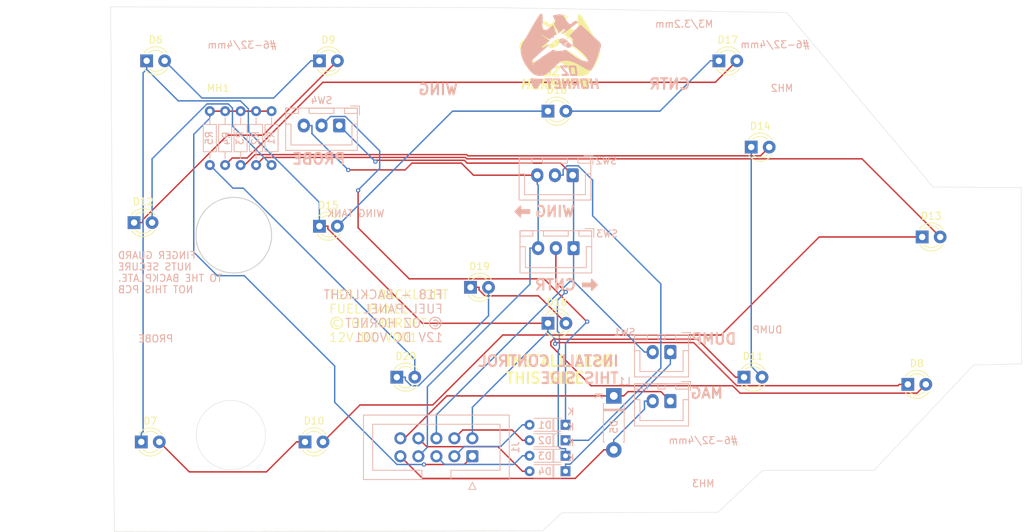
<source format=kicad_pcb>
(kicad_pcb (version 20240108) (generator "pcbnew") (generator_version "8.0")
  (layers (0 "F.Cu" signal) (31 "B.Cu" signal) (34 "B.Paste" user) (35 "F.Paste" user) (36 "B.SilkS" user "B.Silkscreen") (37 "F.SilkS" user "F.Silkscreen") (38 "B.Mask" user) (39 "F.Mask" user) (44 "Edge.Cuts" user))
  (net 0 "")
  (net 1 "Net-(D1-K)")
  (net 2 "/Col1")
  (net 3 "Net-(D2-K)")
  (net 4 "/Col2")
  (net 5 "/Col3")
  (net 6 "Net-(D3-K)")
  (net 7 "Net-(D4-K)")
  (net 8 "/Row1")
  (net 9 "/Row2")
  (net 10 "/FUEL_MAG_SW")
  (net 11 "/MAG_VOLTS_5_OR_12")
  (net 12 "/BACKLIGHT_GND")
  (net 13 "Net-(D6-A)")
  (net 14 "Net-(D10-K)")
  (net 15 "Net-(D11-K)")
  (net 16 "Net-(D12-K)")
  (net 17 "Net-(D10-A)")
  (net 18 "Net-(D11-A)")
  (net 19 "Net-(D12-A)")
  (net 20 "Net-(D13-A)")
  (net 21 "Net-(D14-A)")
  (net 22 "Net-(D15-A)")
  (net 23 "Net-(D16-A)")
  (net 24 "Net-(D17-A)")
  (net 25 "/Col0")
  (net 26 "/BACKLIGHT_12V")
  (net 27 "Net-(D18-A)")
  (net 28 "Net-(D19-A)")
  (net 29 "Net-(D20-A)")
  (footprint "OH_Footprints:SxAL_Toggle_13x13mm" (layer "F.Cu") (at 121.8057 82.8548)
    (property "Reference" "MH10" (hide yes))
    (property "Value" "Switch_NKK SxAL" (hide yes))
  )
  (footprint "LED_THT:LED_D3.0mm_FlatTop" (layer "F.Cu") (at 116.332 106.172)
    (property "Reference" "D20")
    (property "Value" "LED")
  )
  (footprint "LED_THT:LED_D3.0mm_FlatTop" (layer "F.Cu") (at 103.373 115.316)
    (property "Reference" "D10")
    (property "Value" "LED")
  )
  (footprint "LED_THT:LED_D3.0mm_FlatTop" (layer "F.Cu") (at 161.793 61.468)
    (property "Reference" "D17")
    (property "Value" "LED")
  )
  (footprint "LED_THT:LED_D3.0mm_FlatTop" (layer "F.Cu") (at 126.741 93.472)
    (property "Reference" "D19")
    (property "Value" "LED")
  )
  (footprint "OH_Footprints:631HX_Toggle_13mm_x_13mm" (layer "F.Cu") (at 178.6382 99.7458)
    (property "Reference" "MH12" (hide yes))
    (property "Value" "Switch_631H" (hide yes))
  )
  (footprint "LED_THT:LED_D3.0mm_FlatTop" (layer "F.Cu") (at 165.349 106.172)
    (property "Reference" "D11")
    (property "Value" "LED")
  )
  (footprint "OH_Footprints:SxAL_Toggle_13x13mm" (layer "F.Cu") (at 154.8257 82.8548)
    (property "Reference" "MH11" (hide yes))
    (property "Value" "Switch_NKK SxAL" (hide yes))
  )
  (footprint "LED_THT:LED_D3.0mm_FlatTop" (layer "F.Cu") (at 105.405 84.836)
    (property "Reference" "D15")
    (property "Value" "LED")
  )
  (footprint "LED_THT:LED_D3.0mm_FlatTop" (layer "F.Cu") (at 81.021 61.468)
    (property "Reference" "D6")
    (property "Value" "LED")
  )
  (footprint "LED_THT:LED_D3.0mm_FlatTop" (layer "F.Cu") (at 137.668 68.58)
    (property "Reference" "D16")
    (property "Value" "LED")
  )
  (footprint "LED_THT:LED_D3.0mm_FlatTop" (layer "F.Cu") (at 166.365 73.66)
    (property "Reference" "D14")
    (property "Value" "LED")
  )
  (footprint "LED_THT:LED_D3.0mm_FlatTop" (layer "F.Cu") (at 79.248 84.328)
    (property "Reference" "D12")
    (property "Value" "LED")
  )
  (footprint "LED_THT:LED_D3.0mm_FlatTop" (layer "F.Cu") (at 188.468 107.188)
    (property "Reference" "D8")
    (property "Value" "LED")
  )
  (footprint "LED_THT:LED_D3.0mm_FlatTop" (layer "F.Cu") (at 105.405 61.468)
    (property "Reference" "D9")
    (property "Value" "LED")
  )
  (footprint "OH_Footprints:631HX_Toggle_13mm_x_13mm" (layer "F.Cu") (at 92.9132 99.7458)
    (property "Reference" "MH9" (hide yes))
    (property "Value" "Switch_631H" (hide yes))
  )
  (footprint "LED_THT:LED_D3.0mm_FlatTop" (layer "F.Cu") (at 190.5 86.36)
    (property "Reference" "D13")
    (property "Value" "LED")
  )
  (footprint "LED_THT:LED_D3.0mm_FlatTop" (layer "F.Cu") (at 80.264 115.316)
    (property "Reference" "D7")
    (property "Value" "LED")
  )
  (footprint "LED_THT:LED_D3.0mm_FlatTop" (layer "F.Cu") (at 137.668 98.552)
    (property "Reference" "D18")
    (property "Value" "LED")
  )
  (footprint "Resistor_THT:R_Axial_DIN0204_L3.6mm_D1.6mm_P7.62mm_Horizontal" (layer "B.Cu") (at 92.1004 76.2 90)
    (property "Reference" "R4")
    (property "Value" "R")
  )
  (footprint "Connector_IDC:IDC-Header_2x05_P2.54mm_Vertical" (layer "B.Cu") (at 127 117.348 90)
    (property "Reference" "J1")
    (property "Value" "Conn_02x05_Top_Bottom")
  )
  (footprint "Library:D_A-405_P7.62mm_Horizontal-SIGNAL" (layer "B.Cu") (at 140.8897 112.941 180)
    (property "Reference" "D1")
    (property "Value" "D")
  )
  (footprint "Resistor_THT:R_Axial_DIN0204_L3.6mm_D1.6mm_P7.62mm_Horizontal" (layer "B.Cu") (at 89.9414 76.2 90)
    (property "Reference" "R5")
    (property "Value" "R")
  )
  (footprint "Diode_THT:D_DO-41_SOD81_P7.62mm_Horizontal" (layer "B.Cu") (at 146.9644 108.8136 -90)
    (property "Reference" "D5")
    (property "Value" "D")
  )
  (footprint "Connector_JST:JST_XH_B3B-XH-A_1x03_P2.50mm_Vertical" (layer "B.Cu") (at 108.204 70.612 180)
    (property "Reference" "SW4")
    (property "Value" "Probe")
  )
  (footprint "Connector_JST:JST_XH_B2B-XH-A_1x02_P2.50mm_Vertical" (layer "B.Cu") (at 154.9508 109.5502 180)
    (property "Reference" "L1")
    (property "Value" "APU Coil")
  )
  (footprint "Resistor_THT:R_Axial_DIN0204_L3.6mm_D1.6mm_P7.62mm_Horizontal" (layer "B.Cu") (at 96.4704 76.2 90)
    (property "Reference" "R2")
    (property "Value" "R")
  )
  (footprint "OH_Footprints:MountingHole_6-32_PHS" (layer "B.Cu") (at 159.5907 118.1608 180)
    (property "Reference" "MH3")
    (property "Value" "6x32 / 4mm" (hide yes))
  )
  (footprint "OH_Footprints:MountingHole_6-32_PHS" (layer "B.Cu") (at 170.7007 62.2808 180)
    (property "Reference" "MH2")
    (property "Value" "6x32 / 4mm" (hide yes))
  )
  (footprint "Library:D_A-405_P7.62mm_Horizontal-SIGNAL" (layer "B.Cu") (at 140.8897 115.1254 180)
    (property "Reference" "D2")
    (property "Value" "D")
  )
  (footprint "OH_Footprints:MountingHole_6-32_PHS" (layer "B.Cu") (at 94.5007 62.2808 180)
    (property "Reference" "MH1")
    (property "Value" "6x32 / 4mm" (hide yes))
  )
  (footprint "Connector_JST:JST_XH_B3B-XH-A_1x03_P2.50mm_Vertical" (layer "B.Cu") (at 141.2856 87.9348 180)
    (property "Reference" "SW3")
    (property "Value" "CTR")
  )
  (footprint "OH_Footprints:MountingHole_3.2mm_M3_DIN965" (layer "B.Cu") (at 156.886 58.8164 180)
    (property "Reference" "MH6" (hide yes))
    (property "Value" "M3 / 3.2mm" (hide yes))
  )
  (footprint "Library:D_A-405_P7.62mm_Horizontal-SIGNAL" (layer "B.Cu") (at 140.8931 117.3142 180)
    (property "Reference" "D3")
    (property "Value" "D")
  )
  (footprint "Resistor_THT:R_Axial_DIN0204_L3.6mm_D1.6mm_P7.62mm_Horizontal" (layer "B.Cu") (at 98.654 76.2 90)
    (property "Reference" "R1")
    (property "Value" "R")
  )
  (footprint "Connector_JST:JST_XH_B2B-XH-A_1x02_P2.50mm_Vertical" (layer "B.Cu") (at 154.9508 102.6214 180)
    (property "Reference" "SW1")
    (property "Value" "Dump")
  )
  (footprint "Library:D_A-405_P7.62mm_Horizontal-SIGNAL" (layer "B.Cu") (at 140.8931 119.4986 180)
    (property "Reference" "D4")
    (property "Value" "D")
  )
  (footprint "Connector_JST:JST_XH_B3B-XH-A_1x03_P2.50mm_Vertical" (layer "B.Cu") (at 141.1586 77.6308 180)
    (property "Reference" "SW2")
    (property "Value" "Wing")
  )
  (footprint "Resistor_THT:R_Axial_DIN0204_L3.6mm_D1.6mm_P7.62mm_Horizontal" (layer "B.Cu") (at 94.2848 76.2 90)
    (property "Reference" "R3")
    (property "Value" "R")
  )
  (gr_poly (pts (xy 137.249119 64.251067) (xy 137.615567 64.251067) (xy 137.803686 65.440104) (xy 138.11457 65.440104) (xy 137.926452 64.251067) (xy 138.292635 64.251067) (xy 138.24554 63.950764) (xy 137.202023 63.950764)) (stroke (width -0.000001)) (fill solid) (layer "B.SilkS"))
  (gr_poly (pts (xy 135.385282 63.9188) (xy 135.370752 63.920092) (xy 135.356934 63.922089) (xy 135.343826 63.9248) (xy 135.331427 63.928234) (xy 135.319732 63.9324) (xy 135.30874 63.937306) (xy 135.298448 63.942962) (xy 135.288854 63.949376) (xy 135.279955 63.956558) (xy 135.271749 63.964516) (xy 135.264234 63.973259) (xy 135.257406 63.982796) (xy 135.251264 63.993137) (xy 135.245805 64.004289) (xy 135.241026 64.016262) (xy 135.236925 64.029065) (xy 135.2335 64.042707) (xy 135.230748 64.057197) (xy 135.228667 64.072542) (xy 135.227253 64.088754) (xy 135.226505 64.10584) (xy 135.226421 64.123809) (xy 135.226997 64.14267) (xy 135.228232 64.162432) (xy 135.236386 64.247085) (xy 135.247665 64.330566) (xy 135.262085 64.412843) (xy 135.279664 64.493885) (xy 135.30042 64.57366) (xy 135.32437 64.652137) (xy 135.351531 64.729285) (xy 135.381922 64.805072) (xy 135.415558 64.879467) (xy 135.452458 64.952438) (xy 135.49264 65.023954) (xy 135.53612 65.093984) (xy 135.582916 65.162496) (xy 135.633046 65.22946) (xy 135.686526 65.294842) (xy 135.743375 65.358613) (xy 135.756768 65.372629) (xy 135.770016 65.385709) (xy 135.783128 65.397854) (xy 135.796113 65.409068) (xy 135.808983 65.419352) (xy 135.821745 65.42871) (xy 135.834411 65.437144) (xy 135.846988 65.444656) (xy 135.859488 65.451249) (xy 135.87192 65.456926) (xy 135.884293 65.461689) (xy 135.896617 65.465541) (xy 135.908901 65.468484) (xy 135.921156 65.470521) (xy 135.933391 65.471655) (xy 135.945616 65.471887) (xy 135.957839 65.471222) (xy 135.970072 65.46966) (xy 135.982323 65.467205) (xy 135.994602 65.463859) (xy 136.006919 65.459626) (xy 136.019284 65.454506) (xy 136.031705 65.448504) (xy 136.044194 65.441622) (xy 136.056758 65.433861) (xy 136.069409 65.425225) (xy 136.082155 65.415717) (xy 136.095007 65.405338) (xy 136.107973 65.394092) (xy 136.121064 65.381981) (xy 136.147658 65.355173) (xy 136.214348 65.281993) (xy 136.279662 65.205659) (xy 136.343429 65.12682) (xy 136.405474 65.046124) (xy 136.465627 64.964218) (xy 136.523715 64.881751) (xy 136.633004 64.717726) (xy 136.731961 64.559232) (xy 136.819208 64.411454) (xy 136.893364 64.279576) (xy 136.95305 64.168781) (xy 136.956221 64.16222) (xy 136.958893 64.155596) (xy 136.961079 64.148928) (xy 136.962789 64.142231) (xy 136.964032 64.135526) (xy 136.964821 64.128828) (xy 136.965165 64.122157) (xy 136.965076 64.11553) (xy 136.964564 64.108964) (xy 136.96364 64.102478) (xy 136.962315 64.096088) (xy 136.960599 64.089814) (xy 136.958502 64.083673) (xy 136.956037 64.077682) (xy 136.953213 64.071859) (xy 136.950041 64.066222) (xy 136.946531 64.06079) (xy 136.942696 64.055578) (xy 136.938544 64.050607) (xy 136.934088 64.045892) (xy 136.929337 64.041453) (xy 136.924302 64.037306) (xy 136.918995 64.03347) (xy 136.913425 64.029962) (xy 136.907603 64.0268) (xy 136.901541 64.024002) (xy 136.895249 64.021586) (xy 136.888737 64.019569) (xy 136.882017 64.01797) (xy 136.875099 64.016805) (xy 136.867993 64.016094) (xy 136.860711 64.015852) (xy 136.570128 64.013434) (xy 136.39466 64.009271) (xy 136.209472 64.00226) (xy 136.022362 63.991738) (xy 135.841127 63.977046) (xy 135.673565 63.957523) (xy 135.597349 63.945743) (xy 135.527476 63.932509) (xy 135.527475 63.932774) (xy 135.487567 63.925353) (xy 135.450579 63.920504) (xy 135.433173 63.919065) (xy 135.41649 63.918295) (xy 135.400528 63.918204)) (stroke (width -0.000001)) (fill solid) (layer "B.SilkS"))
  (gr_poly (pts (xy 140.044706 64.827594) (xy 139.905271 63.950764) (xy 139.594385 63.950764) (xy 139.8296 65.440104) (xy 140.170648 65.440104) (xy 140.459573 64.575182) (xy 140.595304 65.440104) (xy 140.90619 65.440104) (xy 140.670975 63.950764) (xy 140.335748 63.950764)) (stroke (width -0.000001)) (fill solid) (layer "B.SilkS"))
  (gr_poly (pts (xy 138.423869 64.251067) (xy 139.070511 64.251067) (xy 139.117342 64.544225) (xy 138.598494 64.544225) (xy 138.64559 64.844527) (xy 139.164702 64.844527) (xy 139.211534 65.139802) (xy 138.565156 65.139802) (xy 138.612252 65.440104) (xy 139.56925 65.440104) (xy 139.334035 63.950764) (xy 138.376773 63.950764)) (stroke (width -0.000001)) (fill solid) (layer "B.SilkS"))
  (gr_poly (pts (xy 144.434144 64.544225) (xy 143.94784 64.544225) (xy 143.853913 63.950765) (xy 143.543027 63.950765) (xy 143.778242 65.440105) (xy 144.089127 65.440105) (xy 143.9952 64.844527) (xy 144.481504 64.844527) (xy 144.575431 65.440105) (xy 144.886317 65.440105) (xy 144.651102 63.950765) (xy 144.340217 63.950765)) (stroke (width -0.000001)) (fill solid) (layer "B.SilkS"))
  (gr_poly (pts (xy 136.67598 54.824478) (xy 136.631446 54.843477) (xy 136.58239 54.874353) (xy 136.528615 54.9178) (xy 136.469922 54.974512) (xy 136.161549 55.439001) (xy 135.867263 55.912794) (xy 135.58319 56.393341) (xy 135.305457 56.878089) (xy 134.753524 57.849983) (xy 134.471578 58.332024) (xy 134.180482 58.808059) (xy 134.18101 58.807003) (xy 134.112 58.928) (xy 134.050744 59.049507) (xy 133.997128 59.171544) (xy 133.951038 59.294129) (xy 133.912357 59.417284) (xy 133.880973 59.541027) (xy 133.856769 59.665379) (xy 133.839632 59.790359) (xy 133.829446 59.915988) (xy 133.826097 60.042284) (xy 133.829469 60.169267) (xy 133.83945 60.296958) (xy 133.855923 60.425376) (xy 133.878774 60.554541) (xy 133.907888 60.684472) (xy 133.94315 60.81519) (xy 133.997153 60.988032) (xy 134.056492 61.155573) (xy 134.121056 61.318187) (xy 134.19073 61.476247) (xy 134.2654 61.630125) (xy 134.344953 61.780196) (xy 134.429276 61.926831) (xy 134.518255 62.070406) (xy 134.611776 62.211292) (xy 134.709726 62.349863) (xy 134.811991 62.486493) (xy 134.918458 62.621554) (xy 135.029013 62.755419) (xy 135.143542 62.888463) (xy 135.261933 63.021058) (xy 135.38407 63.153577) (xy 135.469519 63.236628) (xy 135.562475 63.311493) (xy 135.662229 63.378088) (xy 135.768071 63.436326) (xy 135.879294 63.486121) (xy 135.995186 63.527387) (xy 136.11504 63.560038) (xy 136.238145 63.583988) (xy 136.363793 63.599151) (xy 136.491274 63.605441) (xy 136.619879 63.602772) (xy 136.748898 63.591057) (xy 136.877624 63.570212) (xy 137.005345 63.540149) (xy 137.131353 63.500783) (xy 137.254939 63.452027) (xy 137.291319 63.435716) (xy 137.327594 63.41864) (xy 137.363713 63.400805) (xy 137.39962 63.382223) (xy 137.435263 63.362901) (xy 137.470586 63.342848) (xy 137.505536 63.322074) (xy 137.54006 63.300586) (xy 137.574103 63.278395) (xy 137.607612 63.25551) (xy 137.640532 63.231938) (xy 137.67281 63.207689) (xy 137.704392 63.182772) (xy 137.735225 63.157195) (xy 137.765253 63.130968) (xy 137.794423 63.1041) (xy 137.946481 62.959966) (xy 138.095738 62.820777) (xy 138.388645 62.549633) (xy 138.533688 62.413877) (xy 138.678723 62.275463) (xy 138.824446 62.132491) (xy 138.971555 61.983061) (xy 139.060065 61.891522) (xy 139.151495 61.809664) (xy 139.245662 61.737158) (xy 139.342382 61.673673) (xy 139.441474 61.61888) (xy 139.542753 61.572448) (xy 139.646038 61.534047) (xy 139.751145 61.503347) (xy 139.857893 61.480017) (xy 139.966097 61.463729) (xy 140.075576 61.454151) (xy 140.186146 61.450954) (xy 140.297624 61.453807) (xy 140.409829 61.46238) (xy 140.522577 61.476344) (xy 140.635685 61.495368) (xy 140.86225 61.547275) (xy 141.088064 61.615461) (xy 141.311662 61.697284) (xy 141.531584 61.790105) (xy 141.746367 61.891282) (xy 141.954548 61.998174) (xy 142.154666 62.108141) (xy 142.345257 62.21854) (xy 142.875316 62.543018) (xy 143.010645 62.619185) (xy 143.079347 62.654979) (xy 143.148891 62.688874) (xy 143.219389 62.720587) (xy 143.290951 62.749838) (xy 143.363692 62.776346) (xy 143.437721 62.799829) (xy 143.480306 62.810566) (xy 143.500677 62.814933) (xy 143.520459 62.818619) (xy 143.539673 62.821615) (xy 143.558339 62.823911) (xy 143.576477 62.8255) (xy 143.594106 62.82637) (xy 143.611248 62.826514) (xy 143.62792 62.825921) (xy 143.644144 62.824582) (xy 143.65994 62.822488) (xy 143.675327 62.81963) (xy 143.690326 62.815999) (xy 143.704956 62.811584) (xy 143.719238 62.806378) (xy 143.733191 62.800369) (xy 143.746835 62.79355) (xy 143.76019 62.785911) (xy 143.773277 62.777443) (xy 143.786115 62.768136) (xy 143.798724 62.757981) (xy 143.811124 62.746968) (xy 143.823335 62.735089) (xy 143.835377 62.722334) (xy 143.84727 62.708694) (xy 143.859034 62.694159) (xy 143.870689 62.67872) (xy 143.882255 62.662368) (xy 143.893751 62.645094) (xy 143.905199 62.626888) (xy 143.916617 62.607742) (xy 143.959317 62.533365) (xy 144.001242 62.458467) (xy 144.042312 62.383048) (xy 144.082445 62.307109) (xy 144.121561 62.230648) (xy 144.159579 62.153667) (xy 144.196419 62.076165) (xy 144.232 61.998141) (xy 144.362126 61.699492) (xy 144.486794 61.398856) (xy 144.606005 61.096229) (xy 144.71976 60.791608) (xy 144.828057 60.484991) (xy 144.930897 60.176373) (xy 145.02828 59.865753) (xy 145.120207 59.553126) (xy 145.136316 59.489536) (xy 145.142691 59.458369) (xy 145.147951 59.42761) (xy 145.1521 59.397253) (xy 145.155141 59.36729) (xy 145.157078 59.337713) (xy 145.157914 59.308515) (xy 145.157653 59.279689) (xy 145.156298 59.251227) (xy 145.153853 59.223122) (xy 145.150321 59.195367) (xy 145.145706 59.167953) (xy 145.140012 59.140875) (xy 145.133242 59.114123) (xy 145.125399 59.087691) (xy 145.116487 59.061572) (xy 145.10651 59.035758) (xy 145.095471 59.010241) (xy 145.083374 58.985014) (xy 145.070222 58.96007) (xy 145.056019 58.935401) (xy 145.040768 58.911001) (xy 145.024473 58.88686) (xy 144.988764 58.839332) (xy 144.948921 58.792756) (xy 144.904973 58.747074) (xy 144.856946 58.702227) (xy 143.556255 57.535414) (xy 142.911093 56.946352) (xy 142.591262 56.648845) (xy 142.273819 56.348758) (xy 142.203473 56.421154) (xy 142.133326 56.493749) (xy 142.100244 56.528381) (xy 142.067312 56.563236) (xy 142.034578 56.598338) (xy 142.002092 56.633714) (xy 141.999304 56.636649) (xy 141.996488 56.6394) (xy 141.993638 56.641959) (xy 141.990744 56.644322) (xy 141.987799 56.646484) (xy 141.984796 56.648439) (xy 141.981724 56.650181) (xy 141.978577 56.651706) (xy 141.975347 56.653007) (xy 141.972024 56.65408) (xy 141.968602 56.654918) (xy 141.965071 56.655517) (xy 141.961424 56.655871) (xy 141.957653 56.655975) (xy 141.953749 56.655823) (xy 141.949705 56.65541) (xy 141.945167 56.654884) (xy 141.940773 56.6546) (xy 141.936514 56.654563) (xy 141.932379 56.654782) (xy 141.928356 56.65526) (xy 141.924437 56.656005) (xy 141.920609 56.657023) (xy 141.916863 56.65832) (xy 141.913189 56.659903) (xy 141.909576 56.661776) (xy 141.906012 56.663948) (xy 141.902489 56.666423) (xy 141.898995 56.669209) (xy 141.895521 56.67231) (xy 141.892054 56.675734) (xy 141.888586 56.679487) (xy 141.861657 56.709697) (xy 141.834483 56.739643) (xy 141.779611 56.79898) (xy 141.669246 56.917083) (xy 141.577072 57.017129) (xy 141.485096 57.117372) (xy 141.296448 57.322425) (xy 141.109653 57.525625) (xy 140.869676 57.786239) (xy 140.789441 57.87461) (xy 140.708809 57.963774) (xy 140.715725 57.975496) (xy 140.719225 57.981104) (xy 140.722811 57.986508) (xy 140.726526 57.991681) (xy 140.730412 57.996596) (xy 140.734513 58.001226) (xy 140.738872 58.005545) (xy 140.743532 58.009527) (xy 140.745988 58.011382) (xy 140.748535 58.013143) (xy 140.751179 58.014807) (xy 140.753925 58.016369) (xy 140.756779 58.017826) (xy 140.759745 58.019176) (xy 140.76283 58.020414) (xy 140.766038 58.021538) (xy 140.769375 58.022544) (xy 140.772847 58.023428) (xy 140.776458 58.024188) (xy 140.780214 58.02482) (xy 140.784121 58.025321) (xy 140.788184 58.025687) (xy 140.793494 58.026271) (xy 140.798807 58.027211) (xy 140.804117 58.028479) (xy 140.809421 58.030044) (xy 140.814714 58.03188) (xy 140.819991 58.033956) (xy 140.82525 58.036245) (xy 140.830484 58.038718) (xy 140.835691 58.041345) (xy 140.840866 58.044099) (xy 140.851101 58.049872) (xy 140.870999 58.06167) (xy 140.890844 58.074209) (xy 140.909633 58.087589) (xy 140.927413 58.101771) (xy 140.94423 58.116716) (xy 140.960133 58.132385) (xy 140.975169 58.148739) (xy 140.989385 58.165739) (xy 141.002827 58.183346) (xy 141.015544 58.201519) (xy 141.027583 58.220221) (xy 141.038991 58.239412) (xy 141.049816 58.259054) (xy 141.060104 58.279106) (xy 141.069902 58.299529) (xy 141.079259 58.320285) (xy 141.088222 58.341335) (xy 141.10074 58.373476) (xy 141.111972 58.405976) (xy 141.12202 58.438799) (xy 141.130985 58.471907) (xy 141.138971 58.505263) (xy 141.146079 58.53883) (xy 141.152412 58.572571) (xy 141.158072 58.606448) (xy 141.160854 58.625643) (xy 141.163115 58.64492) (xy 141.164955 58.664258) (xy 141.166472 58.68364) (xy 141.171301 58.761229) (xy 141.173107 58.789647) (xy 141.174641 58.818115) (xy 141.175158 58.832351) (xy 141.175431 58.846582) (xy 141.175399 58.8608) (xy 141.175005 58.875) (xy 141.172832 58.917133) (xy 141.16987 58.959154) (xy 141.165805 59.001001) (xy 141.160321 59.042613) (xy 141.156947 59.063312) (xy 141.153099 59.083928) (xy 141.148739 59.104454) (xy 141.143825 59.124882) (xy 141.13832 59.145205) (xy 141.132183 59.165415) (xy 141.125374 59.185504) (xy 141.117855 59.205465) (xy 141.115787 59.210296) (xy 141.113564 59.215093) (xy 141.111204 59.219896) (xy 141.108727 59.224746) (xy 141.103493 59.234746) (xy 141.100774 59.239977) (xy 141.098011 59.245416) (xy 141.154797 59.285434) (xy 141.212576 59.32585) (xy 141.440448 59.484699) (xy 141.667924 59.644143) (xy 141.825218 59.756194) (xy 141.90337 59.812989) (xy 141.980926 59.870626) (xy 142.045744 59.920054) (xy 142.109943 59.970374) (xy 142.173398 60.021687) (xy 142.204807 60.047747) (xy 142.235984 60.074091) (xy 142.312126 60.139964) (xy 142.387524 60.20678) (xy 142.53708 60.34185) (xy 142.573613 60.375604) (xy 142.591713 60.392669) (xy 142.609675 60.40988) (xy 142.627475 60.427252) (xy 142.645092 60.444801) (xy 142.662504 60.462542) (xy 142.67969 60.480491) (xy 142.735278 60.540028) (xy 142.789827 60.600443) (xy 142.843192 60.661843) (xy 142.895226 60.724338) (xy 142.945785 60.788036) (xy 142.994722 60.853045) (xy 143.041892 60.919475) (xy 143.087148 60.987433) (xy 143.123596 61.045881) (xy 143.158263 61.105172) (xy 143.191058 61.165357) (xy 143.221887 61.226484) (xy 143.250658 61.288603) (xy 143.277276 61.351764) (xy 143.30165 61.416017) (xy 143.323686 61.48141) (xy 143.326285 61.489863) (xy 143.328754 61.498381) (xy 143.333475 61.515773) (xy 143.343265 61.553112) (xy 143.299146 61.553476) (xy 143.278301 61.553447) (xy 143.268031 61.553239) (xy 143.257804 61.552848) (xy 143.233996 61.551459) (xy 143.210213 61.549673) (xy 143.186479 61.54749) (xy 143.162819 61.54491) (xy 143.051628 61.532739) (xy 142.996132 61.526009) (xy 142.968452 61.522266) (xy 142.940834 61.518188) (xy 142.883286 61.508561) (xy 142.826129 61.497381) (xy 142.769356 61.484706) (xy 142.712961 61.470596) (xy 142.656939 61.455109) (xy 142.601282 61.438304) (xy 142.545985 61.420241) (xy 142.491042 61.400977) (xy 142.417203 61.373514) (xy 142.380449 61.359245) (xy 142.343835 61.344588) (xy 142.307382 61.329522) (xy 142.271111 61.314025) (xy 142.235046 61.298075) (xy 142.199207 61.281651) (xy 142.113804 61.241189) (xy 142.07128 61.22044) (xy 142.028948 61.199265) (xy 141.986863 61.177607) (xy 141.945083 61.155407) (xy 141.903662 61.132604) (xy 141.862657 61.109142) (xy 141.81292 61.079768) (xy 141.763513 61.049821) (xy 141.714415 61.019347) (xy 141.665608 60.988393) (xy 141.568796 60.925227) (xy 141.472926 60.860698) (xy 141.425014 60.827553) (xy 141.377469 60.793878) (xy 141.283153 60.725397) (xy 141.095365 60.587119) (xy 140.7649 60.346613) (xy 140.4601 60.123569) (xy 140.327577 60.026533) (xy 140.195253 59.9291) (xy 140.192982 59.927523) (xy 140.190731 59.926159) (xy 140.188494 59.924997) (xy 140.186265 59.924027) (xy 140.18404 59.923239) (xy 140.181812 59.922621) (xy 140.179576 59.922164) (xy 140.177327 59.921857) (xy 140.17506 59.921689) (xy 140.172768 59.921651) (xy 140.170447 59.921731) (xy 140.168092 59.921919) (xy 140.165695 59.922205) (xy 140.163254 59.922578) (xy 140.160761 59.923028) (xy 140.158211 59.923544) (xy 139.855627 59.985258) (xy 139.552844 60.045781) (xy 139.536029 60.048939) (xy 139.519131 60.051701) (xy 139.502164 60.054115) (xy 139.485144 60.056232) (xy 139.468087 60.058101) (xy 139.451009 60.059771) (xy 139.416849 60.062714) (xy 139.352551 60.067696) (xy 139.288228 60.072206) (xy 139.223856 60.076071) (xy 139.159409 60.079118) (xy 139.140745 60.079579) (xy 139.122062 60.079627) (xy 139.103366 60.079346) (xy 139.084664 60.078821) (xy 139.00992 60.075943) (xy 138.957664 60.074488) (xy 138.94457 60.073985) (xy 138.931487 60.073339) (xy 138.91843 60.072507) (xy 138.905409 60.071445) (xy 138.863119 60.067236) (xy 138.821032 60.062131) (xy 138.779231 60.055804) (xy 138.758463 60.052081) (xy 138.737796 60.047931) (xy 138.717241 60.043312) (xy 138.696807 60.038184) (xy 138.676506 60.032507) (xy 138.656346 60.026239) (xy 138.636338 60.01934) (xy 138.616492 60.01177) (xy 138.596818 60.003488) (xy 138.577326 59.994452) (xy 138.575494 59.993534) (xy 138.57367 59.992569) (xy 138.571858 59.991558) (xy 138.570058 59.990504) (xy 138.568274 59.989407) (xy 138.566508 59.988271) (xy 138.564762 59.987096) (xy 138.563038 59.985886) (xy 138.56134 59.984641) (xy 138.559668 59.983364) (xy 138.558026 59.982058) (xy 138.556416 59.980722) (xy 138.554839 59.979361) (xy 138.5533 59.977975) (xy 138.551799 59.976566) (xy 138.550339 59.975137) (xy 138.524 59.949245) (xy 138.497786 59.92318) (xy 138.47172 59.896965) (xy 138.445828 59.870627) (xy 138.444316 59.869103) (xy 138.442847 59.867711) (xy 138.44141 59.866461) (xy 138.439991 59.86536) (xy 138.438578 59.864417) (xy 138.43787 59.864008) (xy 138.437159 59.863641) (xy 138.436443 59.863318) (xy 138.435721 59.86304) (xy 138.434992 59.862808) (xy 138.434253 59.862623) (xy 138.433503 59.862486) (xy 138.432741 59.862398) (xy 138.431965 59.862361) (xy 138.431173 59.862374) (xy 138.430364 59.86244) (xy 138.429537 59.862559) (xy 138.428689 59.862733) (xy 138.42782 59.862962) (xy 138.426928 59.863248) (xy 138.426011 59.863592) (xy 138.425067 59.863994) (xy 138.424095 59.864456) (xy 138.423095 59.864979) (xy 138.422063 59.865563) (xy 138.420998 59.866211) (xy 138.4199 59.866923) (xy 138.005562 60.139444) (xy 137.516611 60.460118) (xy 137.155984 60.69692) (xy 136.780012 60.942718) (xy 136.726103 60.978305) (xy 136.699049 60.995924) (xy 136.685454 61.004582) (xy 136.671797 61.013097) (xy 136.668566 61.015146) (xy 136.665532 61.017231) (xy 136.662711 61.019365) (xy 136.660122 61.02156) (xy 136.657781 61.023828) (xy 136.656708 61.024993) (xy 136.655705 61.02618) (xy 136.654771 61.027392) (xy 136.653911 61.02863) (xy 136.653125 61.029895) (xy 136.652416 61.031188) (xy 136.651786 61.032512) (xy 136.651237 61.033868) (xy 136.650772 61.035257) (xy 136.650392 61.03668) (xy 136.6501 61.03814) (xy 136.649897 61.039637) (xy 136.649787 61.041174) (xy 136.64977 61.042751) (xy 136.649849 61.044371) (xy 136.650027 61.046035) (xy 136.650305 61.047743) (xy 136.650686 61.049499) (xy 136.651171 61.051303) (xy 136.651763 61.053156) (xy 136.652464 61.055061) (xy 136.653276 61.057018) (xy 136.653857 61.058411) (xy 136.65436 61.059764) (xy 136.654787 61.061078) (xy 136.655139 61.062353) (xy 136.655417 61.063593) (xy 136.655624 61.064797) (xy 136.65576 61.065967) (xy 136.655827 61.067105) (xy 136.655826 61.068213) (xy 136.655758 61.06929) (xy 136.655626 61.070339) (xy 136.655429 61.071361) (xy 136.655171 61.072358) (xy 136.654852 61.073331) (xy 136.654473 61.07428) (xy 136.654037 61.075208) (xy 136.653544 61.076116) (xy 136.652995 61.077005) (xy 136.652393 61.077877) (xy 136.651739 61.078733) (xy 136.651033 61.079573) (xy 136.650278 61.080401) (xy 136.649475 61.081216) (xy 136.648625 61.082021) (xy 136.646791 61.083604) (xy 136.644786 61.085161) (xy 136.642622 61.086702) (xy 136.640311 61.088239) (xy 136.106647 61.438283) (xy 135.766657 61.661855) (xy 135.732509 61.684804) (xy 135.69846 61.707926) (xy 135.681349 61.719327) (xy 135.664114 61.730502) (xy 135.646705 61.741361) (xy 135.629073 61.751813) (xy 135.62688 61.753113) (xy 135.624812 61.754434) (xy 135.622866 61.755775) (xy 135.621039 61.757137) (xy 135.619328 61.758521) (xy 135.617729 61.759926) (xy 135.61624 61.761353) (xy 135.614856 61.762802) (xy 135.613575 61.764274) (xy 135.612394 61.765768) (xy 135.611309 61.767286) (xy 135.610316 61.768827) (xy 135.609414 61.770391) (xy 135.608598 61.77198) (xy 135.607865 61.773592) (xy 135.607212 61.77523) (xy 135.606134 61.778579) (xy 135.605336 61.782029) (xy 135.604793 61.785584) (xy 135.60448 61.789244) (xy 135.604369 61.793013) (xy 135.604436 61.796893) (xy 135.604653 61.800886) (xy 135.604996 61.804995) (xy 135.605967 61.814619) (xy 135.607055 61.824243) (xy 135.609362 61.843492) (xy 135.610469 61.853116) (xy 135.61147 61.862741) (xy 135.61231 61.872365) (xy 135.612933 61.881989) (xy 135.614814 61.915013) (xy 135.616472 61.948135) (xy 135.617024 61.964702) (xy 135.617287 61.981257) (xy 135.617184 61.997788) (xy 135.616638 62.014281) (xy 135.616363 62.019104) (xy 135.615939 62.023947) (xy 135.615373 62.028804) (xy 135.61467 62.03367) (xy 135.613837 62.038538) (xy 135.61288 62.043405) (xy 135.611805 62.048263) (xy 135.610619 62.053108) (xy 135.609327 62.057935) (xy 135.607936 62.062738) (xy 135.604881 62.07225) (xy 135.601503 62.0816) (xy 135.597853 62.090746) (xy 135.596614 62.093559) (xy 135.595329 62.096196) (xy 135.594001 62.098656) (xy 135.592632 62.100939) (xy 135.591224 62.103045) (xy 135.589781 62.104974) (xy 135.588303 62.106725) (xy 135.586794 62.108299) (xy 135.585256 62.109696) (xy 135.583691 62.110915) (xy 135.582102 62.111956) (xy 135.580491 62.112819) (xy 135.57886 62.113504) (xy 135.577213 62.114012) (xy 135.57555 62.114341) (xy 135.573875 62.114492) (xy 135.57219 62.114465) (xy 135.570497 62.11426) (xy 135.568799 62.113876) (xy 135.567097 62.113313) (xy 135.565396 62.112572) (xy 135.563696 62.111652) (xy 135.562 62.110553) (xy 135.560311 62.109275) (xy 135.55863 62.107818) (xy 135.556961 62.106182) (xy 135.555306 62.104367) (xy 135.553667 62.102372) (xy 135.552046 62.100198) (xy 135.550446 62.097844) (xy 135.548869 62.095311) (xy 135.547317 62.092598) (xy 135.544936 62.088146) (xy 135.542651 62.083626) (xy 135.540462 62.079042) (xy 135.538366 62.074399) (xy 135.534448 62.064962) (xy 135.530879 62.055357) (xy 135.527646 62.045629) (xy 135.524732 62.03582) (xy 135.522122 62.025973) (xy 135.5198 62.016133) (xy 135.517721 62.005656) (xy 135.516013 61.995074) (xy 135.514628 61.984405) (xy 135.513516 61.973668) (xy 135.512627 61.962881) (xy 135.511912 61.952063) (xy 135.510805 61.930408) (xy 135.502073 61.721123) (xy 135.496418 61.603251) (xy 135.490167 61.485379) (xy 135.487413 61.44097) (xy 135.484412 61.396611) (xy 135.478261 61.307843) (xy 135.478214 61.306188) (xy 135.478271 61.30455) (xy 135.478429 61.302929) (xy 135.478687 61.301327) (xy 135.479044 61.299747) (xy 135.479497 61.298191) (xy 135.480044 61.29666) (xy 135.480683 61.295156) (xy 135.481414 61.293681) (xy 135.482233 61.292237) (xy 135.483139 61.290825) (xy 135.48413 61.289449) (xy 135.485205 61.288109) (xy 135.486361 61.286808) (xy 135.487597 61.285547) (xy 135.48891 61.284328) (xy 135.491763 61.282026) (xy 135.494906 61.279915) (xy 135.498322 61.278011) (xy 135.501999 61.276329) (xy 135.50592 61.274884) (xy 135.510071 61.273692) (xy 135.514438 61.272767) (xy 135.519006 61.272124) (xy 135.52185 61.271778) (xy 135.524786 61.271385) (xy 135.527759 61.271022) (xy 135.529243 61.270877) (xy 135.530714 61.270768) (xy 135.532167 61.270706) (xy 135.533595 61.270701) (xy 135.53499 61.270761) (xy 135.536345 61.270896) (xy 135.537654 61.271117) (xy 135.538909 61.271433) (xy 135.539515 61.27163) (xy 135.540104 61.271854) (xy 135.540676 61.272106) (xy 135.541231 61.272388) (xy 135.543508 61.273516) (xy 135.545724 61.274471) (xy 135.547882 61.275261) (xy 135.549985 61.275892) (xy 135.552033 61.27637) (xy 135.55403 61.276702) (xy 135.555977 61.276894) (xy 135.557876 61.276953) (xy 135.559729 61.276884) (xy 135.561539 61.276694) (xy 135.563307 61.276391) (xy 135.565035 61.275979) (xy 135.566726 61.275466) (xy 135.568381 61.274857) (xy 135.570003 61.27416) (xy 135.571593 61.273381) (xy 135.573154 61.272525) (xy 135.574687 61.2716) (xy 135.577679 61.269567) (xy 135.580586 61.267332) (xy 135.583425 61.264947) (xy 135.594413 61.254926) (xy 135.747342 61.114962) (xy 135.937842 60.944306) (xy 136.078071 60.816776) (xy 136.286298 60.628922) (xy 136.42785 60.499805) (xy 136.629992 60.317772) (xy 136.728682 60.227549) (xy 136.933734 60.042605) (xy 136.981491 59.998849) (xy 137.00532 59.977009) (xy 137.029249 59.955292) (xy 137.235888 59.769026) (xy 137.371354 59.646259) (xy 137.581434 59.456817) (xy 137.649928 59.39474) (xy 137.718223 59.332463) (xy 137.968784 59.104921) (xy 137.968825 59.104862) (xy 137.968848 59.104784) (xy 137.968856 59.104687) (xy 137.96885 59.10457) (xy 137.968832 59.104433) (xy 137.968803 59.104275) (xy 137.968718 59.103896) (xy 137.968609 59.10343) (xy 137.968487 59.102875) (xy 137.968365 59.102226) (xy 137.968308 59.101866) (xy 137.968255 59.101482) (xy 136.89537 59.653403) (xy 136.882141 59.623769) (xy 136.85899 59.569728) (xy 136.847613 59.542584) (xy 136.836632 59.51529) (xy 136.836223 59.513991) (xy 136.835889 59.512585) (xy 136.835631 59.511091) (xy 136.83545 59.509527) (xy 136.835346 59.50791) (xy 136.83532 59.506258) (xy 136.835374 59.504589) (xy 136.835508 59.502921) (xy 136.835722 59.501271) (xy 136.836017 59.499658) (xy 136.836395 59.498099) (xy 136.836855 59.496612) (xy 136.8374 59.495215) (xy 136.838029 59.493926) (xy 136.838375 59.493328) (xy 136.838743 59.492763) (xy 136.839132 59.492233) (xy 136.839543 59.491742) (xy 137.005436 59.299919) (xy 137.014466 59.289816) (xy 137.023869 59.280212) (xy 137.033611 59.271061) (xy 137.043656 59.262315) (xy 137.05397 59.25393) (xy 137.064516 59.245858) (xy 137.075261 59.238052) (xy 137.086167 59.230466) (xy 137.108327 59.215769) (xy 137.130712 59.201395) (xy 137.153042 59.186971) (xy 137.175034 59.172126) (xy 137.437104 58.990655) (xy 137.699968 58.810176) (xy 137.947353 58.640049) (xy 137.944446 58.637682) (xy 137.94166 58.635353) (xy 137.93634 58.630855) (xy 137.933749 58.628711) (xy 137.931168 58.626654) (xy 137.928568 58.624697) (xy 137.927252 58.623759) (xy 137.925921 58.622851) (xy 137.526401 58.352447) (xy 137.103332 58.065374) (xy 136.897619 57.925079) (xy 136.794589 57.855229) (xy 136.691112 57.785974) (xy 136.687657 57.783597) (xy 136.684334 57.781134) (xy 136.678054 57.775964) (xy 136.672218 57.770502) (xy 136.66677 57.764783) (xy 136.661658 57.758843) (xy 136.656826 57.75272) (xy 136.65222 57.74645) (xy 136.647787 57.740069) (xy 136.630688 57.714165) (xy 136.626301 57.707776) (xy 136.62176 57.701495) (xy 136.617012 57.695358) (xy 136.612002 57.689401) (xy 136.615706 57.684374) (xy 138.009267 58.502201) (xy 138.014831 58.475801) (xy 138.020048 58.450144) (xy 138.022728 58.43758) (xy 138.025563 58.425182) (xy 138.028634 58.412947) (xy 138.03202 58.400866) (xy 138.038516 58.381461) (xy 138.046081 58.363229) (xy 138.054694 58.346164) (xy 138.064333 58.330259) (xy 138.074977 58.315509) (xy 138.086603 58.301909) (xy 138.099191 58.289452) (xy 138.112719 58.278132) (xy 138.127164 58.267944) (xy 138.142505 58.258882) (xy 138.158721 58.25094) (xy 138.175789 58.244113) (xy 138.193688 58.238393) (xy 138.212396 58.233777) (xy 138.231892 58.230257) (xy 138.252154 58.227828) (xy 138.262254 58.227051) (xy 138.272313 58.226499) (xy 138.29233 58.226022) (xy 138.312234 58.226307) (xy 138.332058 58.227266) (xy 138.351833 58.228808) (xy 138.371588 58.230842) (xy 138.391357 58.23328) (xy 138.411168 58.236031) (xy 138.413031 58.236212) (xy 138.41494 58.236263) (xy 138.416888 58.236192) (xy 138.418866 58.236006) (xy 138.420866 58.235711) (xy 138.42288 58.235314) (xy 138.424897 58.234823) (xy 138.426911 58.234245) (xy 138.428913 58.233585) (xy 138.430894 58.232852) (xy 138.432845 58.232053) (xy 138.434758 58.231194) (xy 138.436625 58.230282) (xy 138.438436 58.229324) (xy 138.440185 58.228327) (xy 138.441861 58.227299) (xy 138.444253 58.22565) (xy 138.446575 58.223888) (xy 138.448838 58.222031) (xy 138.451051 58.220098) (xy 138.453225 58.218105) (xy 138.455371 58.216072) (xy 138.459621 58.211953) (xy 138.463882 58.207884) (xy 138.466044 58.205913) (xy 138.46824 58.204008) (xy 138.470481 58.202186) (xy 138.472778 58.200466) (xy 138.47514 58.198865) (xy 138.477579 58.197401) (xy 138.479281 58.196449) (xy 138.480867 58.195476) (xy 138.48234 58.194483) (xy 138.483704 58.19347) (xy 138.484962 58.192436) (xy 138.486118 58.191383) (xy 138.487174 58.190309) (xy 138.488134 58.189216) (xy 138.489001 58.188102) (xy 138.489779 58.186968) (xy 138.490471 58.185814) (xy 138.491081 58.184639) (xy 138.491611 58.183445) (xy 138.492065 58.18223) (xy 138.492447 58.180995) (xy 138.49276 58.17974) (xy 138.493006 58.178465) (xy 138.49319 58.17717) (xy 138.493384 58.174519) (xy 138.493368 58.171787) (xy 138.493169 58.168975) (xy 138.492813 58.166082) (xy 138.492327 58.163109) (xy 138.491073 58.15692) (xy 138.489043 58.147249) (xy 138.487325 58.137587) (xy 138.485925 58.127935) (xy 138.484851 58.118295) (xy 138.48411 58.108669) (xy 138.48371 58.099058) (xy 138.483658 58.089466) (xy 138.483962 58.079893) (xy 138.484628 58.070342) (xy 138.485665 58.060815) (xy 138.487079 58.051313) (xy 138.488877 58.041839) (xy 138.491068 58.032394) (xy 138.493659 58.02298) (xy 138.496657 58.0136) (xy 138.500068 58.004255) (xy 138.504302 57.994133) (xy 138.508956 57.984395) (xy 138.514018 57.975028) (xy 138.519474 57.966019) (xy 138.525312 57.957356) (xy 138.531518 57.949026) (xy 138.538079 57.941016) (xy 138.544982 57.933314) (xy 138.552213 57.925906) (xy 138.55976 57.91878) (xy 138.567609 57.911923) (xy 138.575748 57.905322) (xy 138.584162 57.898964) (xy 138.592839 57.892837) (xy 138.601766 57.886928) (xy 138.610929 57.881224) (xy 138.627313 57.871764) (xy 138.643915 57.863001) (xy 138.660721 57.854896) (xy 138.67772 57.847407) (xy 138.694898 57.840495) (xy 138.712244 57.83412) (xy 138.729745 57.828241) (xy 138.747388 57.822817) (xy 138.765162 57.817809) (xy 138.783053 57.813177) (xy 138.81914 57.804875) (xy 138.855549 57.797591) (xy 138.892181 57.791001) (xy 138.894762 57.790481) (xy 138.897353 57.789918) (xy 138.902599 57.788686) (xy 138.913613 57.785974) (xy 138.392913 56.384476) (xy 138.276334 56.502296) (xy 138.215362 56.560438) (xy 138.152729 56.61762) (xy 138.08853 56.673503) (xy 138.022861 56.727753) (xy 137.955817 56.780031) (xy 137.887493 56.830001) (xy 137.817984 56.877327) (xy 137.747386 56.921671) (xy 137.675795 56.962696) (xy 137.603305 57.000067) (xy 137.530012 57.033445) (xy 137.456012 57.062494) (xy 137.381399 57.086878) (xy 137.306269 57.10626) (xy 137.288799 57.10863) (xy 137.271572 57.110383) (xy 137.2546 57.111519) (xy 137.237896 57.112036) (xy 137.221474 57.111936) (xy 137.205345 57.111218) (xy 137.189524 57.109881) (xy 137.174023 57.107926) (xy 137.158854 57.105351) (xy 137.144032 57.102157) (xy 137.129568 57.098344) (xy 137.115476 57.093911) (xy 137.101768 57.088859) (xy 137.088459 57.083186) (xy 137.075559 57.076892) (xy 137.063084 57.069978) (xy 137.051044 57.062444) (xy 137.039454 57.054288) (xy 137.028326 57.04551) (xy 137.017674 57.036111) (xy 137.00751 57.02609) (xy 136.997846 57.015448) (xy 136.988697 57.004182) (xy 136.980075 56.992294) (xy 136.971992 56.979784) (xy 136.964463 56.96665) (xy 136.957499 56.952893) (xy 136.951114 56.938512) (xy 136.94532 56.923508) (xy 136.940131 56.907879) (xy 136.93556 56.891626) (xy 136.931619 56.874749) (xy 136.918172 56.804403) (xy 136.907191 56.733209) (xy 136.898658 56.66139) (xy 136.89256 56.589164) (xy 136.88888 56.516753) (xy 136.887603 56.444375) (xy 136.888714 56.372252) (xy 136.892196 56.300603) (xy 136.922508 55.87135) (xy 136.935412 55.570248) (xy 136.935751 55.417487) (xy 136.9299 55.270647) (xy 136.916272 55.135272) (xy 136.906046 55.073618) (xy 136.893282 55.016909) (xy 136.87778 54.96584) (xy 136.859344 54.921103) (xy 136.837773 54.883391) (xy 136.812871 54.853399) (xy 136.784439 54.831818) (xy 136.752279 54.819342) (xy 136.716192 54.816665)) (stroke (width -0.000001)) (fill solid) (layer "B.SilkS"))
  (gr_poly (pts (xy 139.157095 54.906381) (xy 139.045303 54.920177) (xy 138.933289 54.939384) (xy 138.822502 54.962655) (xy 138.714389 54.988641) (xy 138.337614 55.09278) (xy 138.47834 55.380977) (xy 138.547574 55.521107) (xy 138.618072 55.659253) (xy 138.635303 55.69481) (xy 138.649793 55.730134) (xy 138.661549 55.765208) (xy 138.670576 55.800015) (xy 138.67688 55.834538) (xy 138.680469 55.868761) (xy 138.681347 55.902666) (xy 138.679522 55.936238) (xy 138.674999 55.96946) (xy 138.667785 56.002314) (xy 138.657886 56.034785) (xy 138.645308 56.066856) (xy 138.630057 56.098509) (xy 138.61214 56.129729) (xy 138.591563 56.160498) (xy 138.568331 56.1908) (xy 138.550083 56.211731) (xy 138.531487 56.232836) (xy 138.493454 56.275467) (xy 138.512107 56.275831) (xy 138.521433 56.275951) (xy 138.53076 56.275996) (xy 138.531338 56.276015) (xy 138.53193 56.276072) (xy 138.532534 56.276165) (xy 138.533149 56.276292) (xy 138.533774 56.276452) (xy 138.534406 56.276645) (xy 138.535045 56.276868) (xy 138.535688 56.277121) (xy 138.536982 56.277708) (xy 138.538276 56.278396) (xy 138.539557 56.279174) (xy 138.540814 56.280031) (xy 138.542033 56.280956) (xy 138.543203 56.281939) (xy 138.544311 56.282968) (xy 138.545345 56.284033) (xy 138.546292 56.285123) (xy 138.547139 56.286226) (xy 138.547875 56.287333) (xy 138.548197 56.287884) (xy 138.548487 56.288432) (xy 138.790052 56.774471) (xy 138.933191 57.064719) (xy 139.091148 57.38513) (xy 139.138177 57.48157) (xy 139.185604 57.579598) (xy 139.1983 57.568829) (xy 139.210575 57.558531) (xy 139.216546 57.553458) (xy 139.222402 57.548382) (xy 139.228141 57.543262) (xy 139.233758 57.538059) (xy 139.262085 57.511138) (xy 139.290313 57.484018) (xy 139.346471 57.42958) (xy 139.440629 57.338927) (xy 139.464053 57.316163) (xy 139.4873 57.293216) (xy 139.510304 57.270015) (xy 139.533002 57.246488) (xy 139.55031 57.228924) (xy 139.568077 57.212014) (xy 139.586268 57.195705) (xy 139.604845 57.179945) (xy 139.623773 57.164682) (xy 139.643014 57.149862) (xy 139.682293 57.12134) (xy 139.722391 57.09396) (xy 139.763016 57.067299) (xy 139.844681 57.014449) (xy 139.847138 57.012844) (xy 139.849641 57.011296) (xy 139.854744 57.008326) (xy 139.865054 57.002576) (xy 139.870101 56.999615) (xy 139.872562 56.998074) (xy 139.874968 56.996478) (xy 139.877308 56.994815) (xy 139.879574 56.993074) (xy 139.881755 56.991244) (xy 139.88384 56.989313) (xy 139.885901 56.987398) (xy 139.887967 56.985619) (xy 139.890039 56.983973) (xy 139.892117 56.982457) (xy 139.894201 56.981068) (xy 139.896292 56.979802) (xy 139.89839 56.978655) (xy 139.900496 56.977626) (xy 139.90261 56.97671) (xy 139.904733 56.975905) (xy 139.906864 56.975206) (xy 139.909006 56.974612) (xy 139.911157 56.974118) (xy 139.913318 56.973721) (xy 139.917673 56.973207) (xy 139.922075 56.973043) (xy 139.926527 56.973203) (xy 139.931032 56.973662) (xy 139.935595 56.974393) (xy 139.940217 56.975371) (xy 139.944904 56.976569) (xy 139.949658 56.977962) (xy 139.954483 56.979524) (xy 139.969004 56.98417) (xy 139.983583 56.988615) (xy 140.012857 56.997085) (xy 140.071429 57.013655) (xy 140.072218 57.013918) (xy 140.073 57.014212) (xy 140.073784 57.014537) (xy 140.074575 57.014891) (xy 140.076205 57.015687) (xy 140.077944 57.016598) (xy 140.081959 57.018752) (xy 140.084339 57.019989) (xy 140.087039 57.021328) (xy 139.562106 57.798409) (xy 139.56634 57.803172) (xy 139.647831 57.742847) (xy 140.146571 57.371372) (xy 140.574402 57.053607) (xy 141.070496 56.686101) (xy 141.448321 56.405113) (xy 141.91584 56.058774) (xy 141.91531 56.058773) (xy 141.930821 56.047132) (xy 141.938639 56.041286) (xy 141.946531 56.03549) (xy 141.911077 56.001326) (xy 141.875623 55.966963) (xy 141.844505 55.938612) (xy 141.813699 55.913406) (xy 141.783111 55.891368) (xy 141.752649 55.872523) (xy 141.737437 55.864306) (xy 141.722222 55.856897) (xy 141.706992 55.850299) (xy 141.691736 55.844515) (xy 141.676443 55.839547) (xy 141.6611 55.8354) (xy 141.645697 55.832076) (xy 141.630222 55.829578) (xy 141.614663 55.82791) (xy 141.599008 55.827074) (xy 141.583247 55.827074) (xy 141.567368 55.827912) (xy 141.551358 55.829592) (xy 141.535208 55.832117) (xy 141.518904 55.835491) (xy 141.502436 55.839715) (xy 141.485792 55.844793) (xy 141.468961 55.850729) (xy 141.45193 55.857525) (xy 141.434689 55.865185) (xy 141.39953 55.883108) (xy 141.363389 55.904521) (xy 141.3184 55.934332) (xy 141.27632 55.96402) (xy 141.200123 56.022341) (xy 141.133263 56.078118) (xy 141.074204 56.129979) (xy 141.021409 56.176558) (xy 140.973343 56.216484) (xy 140.950604 56.233524) (xy 140.92847 56.248388) (xy 140.906751 56.260905) (xy 140.885254 56.270903) (xy 140.863787 56.278211) (xy 140.842159 56.282659) (xy 140.820177 56.284074) (xy 140.797649 56.282286) (xy 140.774383 56.277124) (xy 140.750187 56.268417) (xy 140.72487 56.255993) (xy 140.698239 56.239682) (xy 140.670103 56.219312) (xy 140.640268 56.194713) (xy 140.608544 56.165712) (xy 140.574738 56.132139) (xy 140.538659 56.093824) (xy 140.500113 56.050594) (xy 140.414858 55.948707) (xy 140.274443 55.752576) (xy 140.13688 55.554411) (xy 140.002046 55.354362) (xy 139.869816 55.152575) (xy 139.842419 55.111456) (xy 139.811891 55.074554) (xy 139.778413 55.041701) (xy 139.742166 55.012728) (xy 139.703332 54.987466) (xy 139.662091 54.965749) (xy 139.618623 54.947405) (xy 139.573111 54.932269) (xy 139.525734 54.920169) (xy 139.476674 54.91094) (xy 139.426112 54.904411) (xy 139.374228 54.900414) (xy 139.267219 54.899344)) (stroke (width -0.000001)) (fill solid) (layer "B.SilkS"))
  (gr_poly (pts (xy 139.434048 62.414329) (xy 140.199223 63.310738) (xy 139.57851 63.310738) (xy 139.625606 63.61104) (xy 140.639754 63.61104) (xy 140.594245 63.318146) (xy 139.820075 62.422002) (xy 140.4519 62.422002) (xy 140.404804 62.121699) (xy 139.38854 62.121699)) (stroke (width -0.000001)) (fill solid) (layer "B.SilkS"))
  (gr_poly (pts (xy 142.409092 63.95116) (xy 142.395464 63.951732) (xy 142.381961 63.952626) (xy 142.368628 63.953896) (xy 142.355512 63.955594) (xy 142.342658 63.957774) (xy 142.330111 63.96049) (xy 142.317918 63.963794) (xy 142.306124 63.967742) (xy 142.294775 63.972385) (xy 142.283916 63.977778) (xy 142.273594 63.983975) (xy 142.263855 63.991027) (xy 142.254743 63.99899) (xy 142.250436 64.003329) (xy 142.246304 64.007916) (xy 142.246304 64.007915) (xy 142.240106 64.015779) (xy 142.234506 64.024105) (xy 142.229501 64.032916) (xy 142.225088 64.042233) (xy 142.221265 64.052078) (xy 142.218027 64.062475) (xy 142.215373 64.073444) (xy 142.213298 64.085008) (xy 142.2118 64.09719) (xy 142.210875 64.11001) (xy 142.210521 64.123492) (xy 142.210735 64.137656) (xy 142.211512 64.152527) (xy 142.212851 64.168124) (xy 142.214748 64.184472) (xy 142.2172 64.201591) (xy 142.37595 65.200658) (xy 142.379092 65.218942) (xy 142.382612 65.236307) (xy 142.386511 65.252773) (xy 142.390786 65.268364) (xy 142.395438 65.283101) (xy 142.400464 65.297007) (xy 142.405866 65.310105) (xy 142.41164 65.322415) (xy 142.417787 65.333962) (xy 142.424306 65.344766) (xy 142.431195 65.354851) (xy 142.438453 65.364238) (xy 142.446081 65.37295) (xy 142.454076 65.381009) (xy 142.462439 65.388438) (xy 142.471167 65.395258) (xy 142.480261 65.401493) (xy 142.489718 65.407163) (xy 142.499539 65.412292) (xy 142.509722 65.416902) (xy 142.520267 65.421016) (xy 142.531172 65.424654) (xy 142.542437 65.42784) (xy 142.55406 65.430597) (xy 142.578379 65.434908) (xy 142.604122 65.437767) (xy 142.63128 65.439352) (xy 142.659848 65.439841) (xy 143.263098 65.439841) (xy 143.290755 65.439446) (xy 143.304494 65.438871) (xy 143.318111 65.437972) (xy 143.331559 65.436695) (xy 143.344791 65.434985) (xy 143.35776 65.432789) (xy 143.37042 65.430051) (xy 143.382723 65.426718) (xy 143.394622 65.422736) (xy 143.406072 65.418049) (xy 143.417024 65.412605) (xy 143.427431 65.406348) (xy 143.437248 65.399225) (xy 143.446427 65.391181) (xy 143.450762 65.386797) (xy 143.454921 65.382162) (xy 143.461079 65.374371) (xy 143.466655 65.366071) (xy 143.471651 65.357248) (xy 143.476067 65.34789) (xy 143.479905 65.337983) (xy 143.483166 65.327514) (xy 143.485851 65.31647) (xy 143.487961 65.304838) (xy 143.489497 65.292604) (xy 143.490461 65.279755) (xy 143.490854 65.266278) (xy 143.490677 65.252161) (xy 143.489931 65.237389) (xy 143.488617 65.22195) (xy 143.486736 65.20583) (xy 143.48429 65.189017) (xy 143.476386 65.139275) (xy 143.165202 65.139275) (xy 142.705092 65.139275) (xy 142.69875 65.139262) (xy 142.691466 65.139175) (xy 142.687764 65.139081) (xy 142.684181 65.13894) (xy 142.680834 65.138743) (xy 142.677839 65.138481) (xy 142.67743 65.136828) (xy 142.676992 65.134835) (xy 142.676523 65.132481) (xy 142.676021 65.12975) (xy 142.675481 65.126621) (xy 142.6749 65.123077) (xy 142.674276 65.119099) (xy 142.673606 65.114668) (xy 142.538404 64.26615) (xy 142.537379 64.257352) (xy 142.536953 64.253723) (xy 142.536552 64.250539) (xy 142.552162 64.250539) (xy 142.552163 64.251067) (xy 142.994811 64.251067) (xy 143.001425 64.251084) (xy 143.00923 64.2512) (xy 143.013145 64.251326) (xy 143.016837 64.251514) (xy 143.020132 64.251777) (xy 143.021576 64.25194) (xy 143.022857 64.252126) (xy 143.023301 64.253412) (xy 143.023836 64.255123) (xy 143.024452 64.257312) (xy 143.025138 64.26003) (xy 143.025506 64.261605) (xy 143.025887 64.263332) (xy 143.026282 64.265218) (xy 143.026689 64.26727) (xy 143.027106 64.269493) (xy 143.027534 64.271895) (xy 143.027969 64.274483) (xy 143.028413 64.277262) (xy 143.163615 65.124194) (xy 143.16416 65.128819) (xy 143.164607 65.132825) (xy 143.164954 65.136285) (xy 143.165202 65.139275) (xy 143.476386 65.139275) (xy 143.32554 64.18995) (xy 143.322396 64.171665) (xy 143.318869 64.1543) (xy 143.314959 64.137834) (xy 143.310668 64.122243) (xy 143.305996 64.107506) (xy 143.300945 64.0936) (xy 143.295516 64.080502) (xy 143.289709 64.068192) (xy 143.283526 64.056645) (xy 143.276968 64.045841) (xy 143.270036 64.035756) (xy 143.26273 64.026369) (xy 143.255052 64.017657) (xy 143.247002 64.009597) (xy 143.238583 64.002169) (xy 143.229794 63.995348) (xy 143.220637 63.989114) (xy 143.211112 63.983443) (xy 143.201222 63.978314) (xy 143.190967 63.973704) (xy 143.180347 63.969591) (xy 143.169364 63.965952) (xy 143.158019 63.962766) (xy 143.146313 63.96001) (xy 143.121823 63.955698) (xy 143.0959 63.952839) (xy 143.068553 63.951255) (xy 143.03979 63.950766) (xy 142.43654 63.950766)) (stroke (width -0.000001)) (fill solid) (layer "B.SilkS"))
  (gr_poly (pts (xy 139.697478 58.294722) (xy 139.674456 58.296279) (xy 139.651616 58.298787) (xy 139.628951 58.302209) (xy 139.606457 58.306508) (xy 139.584127 58.311647) (xy 139.561956 58.31759) (xy 139.539938 58.324299) (xy 139.518066 58.331738) (xy 139.496335 58.339871) (xy 139.47474 58.348659) (xy 139.453274 58.358067) (xy 139.431931 58.368057) (xy 139.419329 58.374389) (xy 139.407028 58.381087) (xy 139.395038 58.388154) (xy 139.383368 58.395598) (xy 139.372028 58.403424) (xy 139.361029 58.411636) (xy 139.350379 58.42024) (xy 139.340088 58.429242) (xy 139.330166 58.438647) (xy 139.320623 58.44846) (xy 139.311468 58.458688) (xy 139.302712 58.469334) (xy 139.294363 58.480406) (xy 139.286431 58.491908) (xy 139.278926 58.503845) (xy 139.271859 58.516224) (xy 139.266095 58.527279) (xy 139.260809 58.538315) (xy 139.255999 58.549326) (xy 139.251662 58.560309) (xy 139.247798 58.571257) (xy 139.244404 58.582165) (xy 139.241479 58.593029) (xy 139.239021 58.603842) (xy 139.237029 58.614601) (xy 139.235501 58.625299) (xy 139.234434 58.635932) (xy 139.233828 58.646495) (xy 139.233681 58.656982) (xy 139.233991 58.667388) (xy 139.234756 58.677709) (xy 139.235974 58.687938) (xy 139.237645 58.698072) (xy 139.239766 58.708104) (xy 139.242335 58.71803) (xy 139.245351 58.727844) (xy 139.248812 58.737542) (xy 139.252717 58.747117) (xy 139.257063 58.756566) (xy 139.26185 58.765883) (xy 139.267075 58.775063) (xy 139.272736 58.7841) (xy 139.278833 58.79299) (xy 139.285362 58.801727) (xy 139.292324 58.810306) (xy 139.299715 58.818723) (xy 139.307534 58.826971) (xy 139.31578 58.835047) (xy 139.31578 58.834782) (xy 139.328265 58.846804) (xy 139.340555 58.859024) (xy 139.36476 58.883862) (xy 139.388817 58.908898) (xy 139.400921 58.921367) (xy 139.413146 58.933736) (xy 139.440121 58.960339) (xy 139.467617 58.987215) (xy 139.525065 59.043274) (xy 139.513591 59.01174) (xy 139.504167 58.980536) (xy 139.496783 58.949656) (xy 139.49143 58.919097) (xy 139.488098 58.888852) (xy 139.486779 58.858917) (xy 139.487462 58.829287) (xy 139.49014 58.799956) (xy 139.494801 58.77092) (xy 139.501438 58.742173) (xy 139.510041 58.713711) (xy 139.5206 58.685528) (xy 139.533106 58.657619) (xy 139.54755 58.62998) (xy 139.563923 58.602606) (xy 139.582215 58.57549) (xy 139.602405 58.549056) (xy 139.62366 58.524862) (xy 139.64594 58.502824) (xy 139.669205 58.482857) (xy 139.693415 58.464876) (xy 139.718532 58.448796) (xy 139.744515 58.434532) (xy 139.771325 58.421999) (xy 139.798923 58.411112) (xy 139.827269 58.401788) (xy 139.856324 58.393939) (xy 139.886047 58.387483) (xy 139.9164 58.382334) (xy 139.947343 58.378406) (xy 139.978836 58.375616) (xy 140.01084 58.373878) (xy 139.984312 58.361197) (xy 139.957667 58.349077) (xy 139.930835 58.337708) (xy 139.90375 58.327278) (xy 139.89009 58.322474) (xy 139.876341 58.317977) (xy 139.862495 58.313809) (xy 139.848543 58.309993) (xy 139.834475 58.306555) (xy 139.820285 58.303517) (xy 139.805963 58.300903) (xy 139.7915 58.298736) (xy 139.767693 58.296122) (xy 139.744091 58.294607) (xy 139.720688 58.294152)) (stroke (width -0.000001)) (fill solid) (layer "B.SilkS"))
  (gr_poly (pts (xy 144.6022 93.1164) (xy 143.8402 92.3544) (xy 143.8402 92.8878) (xy 142.5702 92.8878) (xy 142.5702 93.3704) (xy 143.8402 93.3704) (xy 143.8402 93.9038) (xy 144.6276 93.1164)) (stroke (width 0.2)) (fill solid) (layer "B.SilkS"))
  (gr_poly (pts (xy 141.122423 63.950895) (xy 141.108796 63.951467) (xy 141.095292 63.952362) (xy 141.08196 63.953631) (xy 141.068843 63.955329) (xy 141.055989 63.957509) (xy 141.043442 63.960225) (xy 141.031249 63.96353) (xy 141.019455 63.967477) (xy 141.008106 63.972121) (xy 140.997248 63.977514) (xy 140.986926 63.98371) (xy 140.977186 63.990763) (xy 140.968074 63.998725) (xy 140.963767 64.003065) (xy 140.959635 64.007651) (xy 140.960165 64.007915) (xy 140.953966 64.015779) (xy 140.948366 64.024105) (xy 140.943361 64.032916) (xy 140.938949 64.042233) (xy 140.935125 64.052078) (xy 140.931888 64.062475) (xy 140.929233 64.073444) (xy 140.927158 64.085008) (xy 140.92566 64.09719) (xy 140.924735 64.11001) (xy 140.924381 64.123492) (xy 140.924595 64.137656) (xy 140.925372 64.152527) (xy 140.926711 64.168124) (xy 140.928608 64.184472) (xy 140.93106 64.201591) (xy 141.003556 64.657997) (xy 141.0067 64.676282) (xy 141.010227 64.693646) (xy 141.014137 64.710113) (xy 141.018428 64.725703) (xy 141.0231 64.740441) (xy 141.028151 64.754347) (xy 141.03358 64.767444) (xy 141.039387 64.779755) (xy 141.04557 64.791301) (xy 141.052128 64.802106) (xy 141.059061 64.81219) (xy 141.066367 64.821577) (xy 141.074045 64.83029) (xy 141.082094 64.838349) (xy 141.090514 64.845777) (xy 141.099303 64.852598) (xy 141.10846 64.858832) (xy 141.117984 64.864503) (xy 141.127874 64.869632) (xy 141.13813 64.874242) (xy 141.148749 64.878355) (xy 141.159732 64.881994) (xy 141.171077 64.88518) (xy 141.182783 64.887936) (xy 141.207274 64.892248) (xy 141.233197 64.895107) (xy 141.260544 64.896692) (xy 141.289306 64.89718) (xy 141.327671 64.89718) (xy 141.108331 65.439841) (xy 141.434033 65.439841) (xy 141.653373 64.89718) (xy 141.762381 64.89718) (xy 141.846518 65.439841) (xy 142.157669 65.439841) (xy 142.02458 64.597142) (xy 141.713433 64.597142) (xy 141.332433 64.597142) (xy 141.326091 64.59713) (xy 141.318807 64.597043) (xy 141.315106 64.596948) (xy 141.311523 64.596807) (xy 141.308175 64.59661) (xy 141.305181 64.596349) (xy 141.304772 64.594696) (xy 141.304334 64.592702) (xy 141.303865 64.590349) (xy 141.303362 64.587617) (xy 141.302822 64.584489) (xy 141.302242 64.580945) (xy 141.301618 64.576967) (xy 141.300948 64.572536) (xy 141.251999 64.266678) (xy 141.250974 64.25788) (xy 141.250548 64.254251) (xy 141.250147 64.251067) (xy 141.658664 64.251067) (xy 141.713433 64.597142) (xy 142.02458 64.597142) (xy 141.922454 63.950501) (xy 141.149871 63.950501)) (stroke (width -0.000001)) (fill solid) (layer "B.SilkS"))
  (gr_poly (pts (xy 140.034123 58.412506) (xy 140.024598 58.412817) (xy 140.015073 58.413003) (xy 139.996023 58.4133) (xy 139.980874 58.413893) (xy 139.965795 58.414791) (xy 139.950792 58.416014) (xy 139.935871 58.417583) (xy 139.921041 58.419518) (xy 139.906307 58.421839) (xy 139.891677 58.424567) (xy 139.877159 58.42772) (xy 139.862758 58.43132) (xy 139.848481 58.435387) (xy 139.834337 58.43994) (xy 139.820331 58.445001) (xy 139.806471 58.450588) (xy 139.792764 58.456723) (xy 139.779216 58.463425) (xy 139.765835 58.470715) (xy 139.748676 58.481067) (xy 139.732211 58.492066) (xy 139.716417 58.503687) (xy 139.701277 58.515909) (xy 139.686769 58.528707) (xy 139.672874 58.542059) (xy 139.65957 58.555941) (xy 139.646839 58.57033) (xy 139.634659 58.585203) (xy 139.623012 58.600536) (xy 139.611876 58.616307) (xy 139.601231 58.632491) (xy 139.591058 58.649066) (xy 139.581336 58.666008) (xy 139.572045 58.683295) (xy 139.563164 58.700902) (xy 139.555272 58.718034) (xy 139.5483 58.735189) (xy 139.542231 58.752352) (xy 139.537045 58.769507) (xy 139.532723 58.786639) (xy 139.529248 58.803731) (xy 139.526601 58.820769) (xy 139.524763 58.837737) (xy 139.523714 58.85462) (xy 139.523438 58.871401) (xy 139.523914 58.888065) (xy 139.525125 58.904597) (xy 139.527051 58.920981) (xy 139.529675 58.937202) (xy 139.532976 58.953243) (xy 139.536938 58.96909) (xy 139.54154 58.984728) (xy 139.546765 59.000139) (xy 139.552593 59.01531) (xy 139.559007 59.030223) (xy 139.565987 59.044865) (xy 139.573515 59.059218) (xy 139.581572 59.073268) (xy 139.590139 59.087) (xy 139.608731 59.113443) (xy 139.629141 59.138424) (xy 139.65122 59.161819) (xy 139.674819 59.183502) (xy 139.675084 59.183767) (xy 139.699143 59.203959) (xy 139.723583 59.223675) (xy 139.773509 59.261786) (xy 139.824674 59.298309) (xy 139.876895 59.333455) (xy 139.929983 59.367435) (xy 139.983753 59.400461) (xy 140.03802 59.432742) (xy 140.092596 59.46449) (xy 140.100732 59.469008) (xy 140.108868 59.473452) (xy 140.12514 59.482217) (xy 140.124812 59.480616) (xy 140.124426 59.479085) (xy 140.123985 59.477619) (xy 140.123494 59.476214) (xy 140.122957 59.474865) (xy 140.122377 59.473566) (xy 140.121759 59.472314) (xy 140.121105 59.471104) (xy 140.12042 59.469932) (xy 140.119709 59.468791) (xy 140.118974 59.467679) (xy 140.118219 59.46659) (xy 140.116668 59.464463) (xy 140.115085 59.462373) (xy 140.106757 59.451687) (xy 140.098752 59.440858) (xy 140.091089 59.429878) (xy 140.083786 59.418742) (xy 140.076863 59.40744) (xy 140.070339 59.395968) (xy 140.064233 59.384317) (xy 140.058564 59.372481) (xy 140.05335 59.360453) (xy 140.048612 59.348225) (xy 140.044367 59.335791) (xy 140.040634 59.323144) (xy 140.037434 59.310277) (xy 140.034784 59.297183) (xy 140.032704 59.283855) (xy 140.031213 59.270286) (xy 140.029629 59.24382) (xy 140.029529 59.217902) (xy 140.030898 59.192537) (xy 140.033718 59.167727) (xy 140.037974 59.143474) (xy 140.043649 59.119783) (xy 140.050727 59.096657) (xy 140.059192 59.074097) (xy 140.069028 59.052108) (xy 140.080217 59.030693) (xy 140.092745 59.009855) (xy 140.106594 58.989596) (xy 140.121748 58.96992) (xy 140.138192 58.95083) (xy 140.155908 58.93233) (xy 140.174881 58.914421) (xy 140.196161 58.896157) (xy 140.217932 58.879173) (xy 140.240196 58.863477) (xy 140.262954 58.849077) (xy 140.286209 58.835984) (xy 140.309961 58.824204) (xy 140.334213 58.813746) (xy 140.358965 58.804619) (xy 140.38422 58.796832) (xy 140.409978 58.790393) (xy 140.436242 58.78531) (xy 140.463013 58.781592) (xy 140.490292 58.779248) (xy 140.518081 58.778286) (xy 140.546382 58.778714) (xy 140.575196 58.780542) (xy 140.573901 58.778853) (xy 140.572773 58.777346) (xy 140.570896 58.77482) (xy 140.570085 58.77377) (xy 140.569698 58.773291) (xy 140.569317 58.77284) (xy 140.56894 58.772416) (xy 140.568562 58.772016) (xy 140.568179 58.771638) (xy 140.567788 58.771281) (xy 140.517977 58.726452) (xy 140.467502 58.682522) (xy 140.416271 58.639597) (xy 140.364191 58.597781) (xy 140.311167 58.557181) (xy 140.257109 58.517901) (xy 140.201921 58.480048) (xy 140.145513 58.443727) (xy 140.138907 58.439737) (xy 140.132283 58.436005) (xy 140.125635 58.432533) (xy 140.118955 58.429324) (xy 140.112238 58.426382) (xy 140.105478 58.42371) (xy 140.098668 58.421311) (xy 140.091802 58.419187) (xy 140.084874 58.417343) (xy 140.077878 58.415781) (xy 140.070808 58.414504) (xy 140.063657 58.413515) (xy 140.056419 58.412818) (xy 140.049088 58.412416) (xy 140.041658 58.412311)) (stroke (width -0.000001)) (fill solid) (layer "B.SilkS"))
  (gr_poly (pts (xy 140.776877 62.122359) (xy 140.763249 62.122931) (xy 140.749746 62.123825) (xy 140.736414 62.125095) (xy 140.723297 62.126793) (xy 140.710443 62.128973) (xy 140.697896 62.131688) (xy 140.685703 62.134993) (xy 140.673909 62.138941) (xy 140.66256 62.143584) (xy 140.651702 62.148977) (xy 140.64138 62.155173) (xy 140.63164 62.162226) (xy 140.622528 62.170188) (xy 140.618222 62.174528) (xy 140.614089 62.179115) (xy 140.607891 62.186978) (xy 140.602291 62.195304) (xy 140.597286 62.204115) (xy 140.592873 62.213432) (xy 140.58905 62.223278) (xy 140.585812 62.233674) (xy 140.583157 62.244644) (xy 140.581083 62.256208) (xy 140.579584 62.268389) (xy 140.57866 62.28121) (xy 140.578306 62.294691) (xy 140.578519 62.308856) (xy 140.579297 62.323726) (xy 140.580636 62.339324) (xy 140.582533 62.355671) (xy 140.584985 62.37279) (xy 140.743735 63.371857) (xy 140.746876 63.390141) (xy 140.750397 63.407506) (xy 140.754295 63.423972) (xy 140.758571 63.439563) (xy 140.763222 63.454301) (xy 140.768249 63.468207) (xy 140.77365 63.481304) (xy 140.779425 63.493615) (xy 140.785572 63.505161) (xy 140.79209 63.515966) (xy 140.798979 63.52605) (xy 140.806238 63.535438) (xy 140.813866 63.54415) (xy 140.821861 63.552209) (xy 140.830223 63.559638) (xy 140.838952 63.566458) (xy 140.848045 63.572692) (xy 140.857503 63.578363) (xy 140.867324 63.583492) (xy 140.877507 63.588102) (xy 140.888052 63.592215) (xy 140.898957 63.595854) (xy 140.910222 63.59904) (xy 140.921845 63.601797) (xy 140.946164 63.606108) (xy 140.971906 63.608967) (xy 140.999065 63.610552) (xy 141.027633 63.61104) (xy 141.630883 63.61104) (xy 141.658539 63.610646) (xy 141.672278 63.610071) (xy 141.685895 63.609172) (xy 141.699343 63.607895) (xy 141.712575 63.606185) (xy 141.725545 63.603988) (xy 141.738204 63.601251) (xy 141.750507 63.597918) (xy 141.762407 63.593936) (xy 141.773856 63.589249) (xy 141.784808 63.583805) (xy 141.795216 63.577548) (xy 141.805033 63.570425) (xy 141.814212 63.562381) (xy 141.818547 63.557996) (xy 141.822706 63.553361) (xy 141.828864 63.54557) (xy 141.83444 63.53727) (xy 141.839436 63.528447) (xy 141.843852 63.519089) (xy 141.84769 63.509182) (xy 141.850951 63.498713) (xy 141.853636 63.487669) (xy 141.855746 63.476036) (xy 141.857283 63.463802) (xy 141.858247 63.450954) (xy 141.858639 63.437477) (xy 141.858462 63.423359) (xy 141.857716 63.408588) (xy 141.856402 63.393148) (xy 141.854521 63.377029) (xy 141.852075 63.360215) (xy 141.844129 63.310209) (xy 141.532723 63.310209) (xy 141.51526 63.310209) (xy 141.51526 63.310738) (xy 141.072613 63.310738) (xy 141.066271 63.310725) (xy 141.058987 63.310638) (xy 141.055286 63.310544) (xy 141.051702 63.310403) (xy 141.048355 63.310206) (xy 141.04536 63.309943) (xy 141.044951 63.308291) (xy 141.044513 63.306297) (xy 141.044044 63.303944) (xy 141.043542 63.301212) (xy 141.043002 63.298084) (xy 141.042421 63.29454) (xy 141.041797 63.290562) (xy 141.041127 63.286131) (xy 140.905925 62.437612) (xy 140.9049 62.428815) (xy 140.904474 62.425185) (xy 140.904073 62.422002) (xy 141.362331 62.422002) (xy 141.368945 62.422019) (xy 141.376751 62.422135) (xy 141.380666 62.422261) (xy 141.384357 62.422449) (xy 141.387652 62.422711) (xy 141.389096 62.422874) (xy 141.390376 62.423061) (xy 141.390821 62.424347) (xy 141.391356 62.426058) (xy 141.391972 62.428246) (xy 141.392658 62.430965) (xy 141.393026 62.432539) (xy 141.393407 62.434266) (xy 141.393802 62.436152) (xy 141.394209 62.438204) (xy 141.394626 62.440427) (xy 141.395054 62.44283) (xy 141.39549 62.445417) (xy 141.395933 62.448196) (xy 141.531135 63.295128) (xy 141.531681 63.299754) (xy 141.532127 63.30376) (xy 141.532475 63.30722) (xy 141.532723 63.310209) (xy 141.844129 63.310209) (xy 141.693325 62.361148) (xy 141.690181 62.342863) (xy 141.686654 62.325499) (xy 141.682744 62.309032) (xy 141.678453 62.293442) (xy 141.673781 62.278704) (xy 141.66873 62.264798) (xy 141.663301 62.251701) (xy 141.657494 62.23939) (xy 141.651312 62.227844) (xy 141.644753 62.21704) (xy 141.637821 62.206955) (xy 141.630515 62.197568) (xy 141.622837 62.188856) (xy 141.614787 62.180796) (xy 141.606368 62.173368) (xy 141.597579 62.166547) (xy 141.588422 62.160313) (xy 141.578898 62.154642) (xy 141.569007 62.149513) (xy 141.558752 62.144903) (xy 141.548132 62.14079) (xy 141.537149 62.137151) (xy 141.525804 62.133965) (xy 141.514099 62.131209) (xy 141.489608 62.126897) (xy 141.463685 62.124038) (xy 141.436337 62.122454) (xy 141.407575 62.121965) (xy 140.804325 62.121965)) (stroke (width -0.000001)) (fill solid) (layer "B.SilkS"))
  (gr_poly (pts (xy 133.0452 82.7786) (xy 133.8072 83.5406) (xy 133.8072 83.0072) (xy 135.0772 83.0072) (xy 135.0772 82.5246) (xy 133.8072 82.5246) (xy 133.8072 81.9912) (xy 133.0198 82.7786)) (stroke (width 0.2)) (fill solid) (layer "B.SilkS"))
  (gr_poly (pts (xy 140.546931 58.843253) (xy 140.527856 58.846163) (xy 140.489702 58.85188) (xy 140.470729 58.855041) (xy 140.451896 58.858639) (xy 140.433254 58.862851) (xy 140.424022 58.865243) (xy 140.414858 58.867854) (xy 140.414859 58.867854) (xy 140.391391 58.875723) (xy 140.368546 58.885002) (xy 140.346373 58.895631) (xy 140.324921 58.907551) (xy 140.304239 58.920703) (xy 140.284377 58.935026) (xy 140.265383 58.950461) (xy 140.247307 58.966949) (xy 140.230198 58.98443) (xy 140.214106 59.002844) (xy 140.199079 59.022132) (xy 140.185166 59.042234) (xy 140.172417 59.063091) (xy 140.16088 59.084643) (xy 140.150606 59.10683) (xy 140.141643 59.129593) (xy 140.134041 59.152873) (xy 140.127848 59.176609) (xy 140.123113 59.200742) (xy 140.119887 59.225212) (xy 140.118218 59.249961) (xy 140.118155 59.274927) (xy 140.119747 59.300053) (xy 140.123044 59.325277) (xy 140.128095 59.350542) (xy 140.134948 59.375786) (xy 140.143654 59.40095) (xy 140.154261 59.425975) (xy 140.166819 59.450801) (xy 140.181376 59.475369) (xy 140.197982 59.499619) (xy 140.216686 59.523492) (xy 140.217901 59.524926) (xy 140.219163 59.526351) (xy 140.22047 59.527761) (xy 140.22182 59.529151) (xy 140.22321 59.530519) (xy 140.224639 59.531859) (xy 140.226102 59.533167) (xy 140.2276 59.534439) (xy 140.229128 59.53567) (xy 140.230685 59.536858) (xy 140.232268 59.537996) (xy 140.233875 59.539081) (xy 140.235504 59.540109) (xy 140.237153 59.541076) (xy 140.238818 59.541976) (xy 140.240498 59.542806) (xy 140.273013 59.558086) (xy 140.305553 59.573167) (xy 140.338241 59.587752) (xy 140.35468 59.594766) (xy 140.371202 59.601544) (xy 140.383192 59.606195) (xy 140.395249 59.610523) (xy 140.407372 59.614529) (xy 140.419559 59.618213) (xy 140.43181 59.621574) (xy 140.444123 59.624612) (xy 140.456498 59.627328) (xy 140.468933 59.629722) (xy 140.481426 59.631793) (xy 140.493978 59.633542) (xy 140.506586 59.634968) (xy 140.519249 59.636072) (xy 140.531967 59.636853) (xy 140.544737 59.637312) (xy 140.55756 59.637449) (xy 140.570434 59.637263) (xy 140.598199 59.635798) (xy 140.625352 59.632922) (xy 140.651911 59.628684) (xy 140.677896 59.623128) (xy 140.703325 59.616303) (xy 140.728219 59.608255) (xy 140.752597 59.599031) (xy 140.776478 59.588679) (xy 140.799881 59.577244) (xy 140.822827 59.564774) (xy 140.845333 59.551315) (xy 140.86742 59.536915) (xy 140.889107 59.521621) (xy 140.910414 59.505479) (xy 140.931359 59.488537) (xy 140.951963 59.47084) (xy 140.96123 59.462399) (xy 140.970167 59.453737) (xy 140.978752 59.444846) (xy 140.986966 59.435716) (xy 140.994788 59.426339) (xy 141.002197 59.416704) (xy 141.009172 59.406802) (xy 141.015694 59.396624) (xy 141.021741 59.386161) (xy 141.027294 59.375404) (xy 141.032331 59.364343) (xy 141.036832 59.352968) (xy 141.040776 59.341271) (xy 141.044144 59.329242) (xy 141.046913 59.316872) (xy 141.049065 59.304152) (xy 141.049411 59.301066) (xy 141.049649 59.298057) (xy 141.04977 59.295118) (xy 141.049767 59.292246) (xy 141.049631 59.289436) (xy 141.049353 59.286684) (xy 141.048924 59.283984) (xy 141.048337 59.281332) (xy 141.047582 59.278724) (xy 141.046651 59.276154) (xy 141.045536 59.273619) (xy 141.044228 59.271113) (xy 141.042718 59.268631) (xy 141.040998 59.26617) (xy 141.039059 59.263725) (xy 141.036894 59.26129) (xy 140.871331 59.08349) (xy 140.789095 58.994143) (xy 140.707752 58.904102) (xy 140.700354 58.89613) (xy 140.692836 58.888692) (xy 140.68518 58.881804) (xy 140.67737 58.875478) (xy 140.669392 58.869728) (xy 140.661229 58.86457) (xy 140.652865 58.860016) (xy 140.644285 58.85608) (xy 140.635472 58.852777) (xy 140.626411 58.850121) (xy 140.617085 58.848125) (xy 140.607479 58.846803) (xy 140.597577 58.84617) (xy 140.587363 58.846239) (xy 140.576821 58.847024) (xy 140.565935 58.84854) (xy 140.565935 58.840073)) (stroke (width -0.000001)) (fill solid) (layer "B.SilkS"))
  (gr_poly (pts (xy 138.770513 64.883927) (xy 138.909948 64.007097) (xy 139.220834 64.007097) (xy 138.985619 65.496437) (xy 138.644571 65.496437) (xy 138.355646 64.631515) (xy 138.219915 65.496437) (xy 137.909029 65.496437) (xy 138.144244 64.007097) (xy 138.479471 64.007097)) (stroke (width -0.000001)) (fill solid) (layer "F.SilkS"))
  (gr_poly (pts (xy 142.139239 54.880811) (xy 142.183773 54.89981) (xy 142.232829 54.930686) (xy 142.286604 54.974133) (xy 142.345297 55.030845) (xy 142.65367 55.495334) (xy 142.947956 55.969127) (xy 143.232029 56.449674) (xy 143.509762 56.934422) (xy 144.061695 57.906316) (xy 144.343641 58.388357) (xy 144.634737 58.864392) (xy 144.634209 58.863336) (xy 144.703219 58.984333) (xy 144.764475 59.10584) (xy 144.818091 59.227877) (xy 144.864181 59.350462) (xy 144.902862 59.473617) (xy 144.934246 59.59736) (xy 144.95845 59.721712) (xy 144.975587 59.846692) (xy 144.985773 59.972321) (xy 144.989122 60.098617) (xy 144.98575 60.2256) (xy 144.975769 60.353291) (xy 144.959296 60.481709) (xy 144.936445 60.610874) (xy 144.907331 60.740805) (xy 144.872069 60.871523) (xy 144.818066 61.044365) (xy 144.758727 61.211906) (xy 144.694163 61.37452) (xy 144.624489 61.53258) (xy 144.549819 61.686458) (xy 144.470266 61.836529) (xy 144.385943 61.983164) (xy 144.296964 62.126739) (xy 144.203443 62.267625) (xy 144.105493 62.406196) (xy 144.003228 62.542826) (xy 143.896761 62.677887) (xy 143.786206 62.811752) (xy 143.671677 62.944796) (xy 143.553286 63.077391) (xy 143.431149 63.20991) (xy 143.3457 63.292961) (xy 143.252744 63.367826) (xy 143.15299 63.434421) (xy 143.047148 63.492659) (xy 142.935925 63.542454) (xy 142.820033 63.58372) (xy 142.700179 63.616371) (xy 142.577074 63.640321) (xy 142.451426 63.655484) (xy 142.323945 63.661774) (xy 142.19534 63.659105) (xy 142.066321 63.64739) (xy 141.937595 63.626545) (xy 141.809874 63.596482) (xy 141.683866 63.557116) (xy 141.56028 63.50836) (xy 141.5239 63.492049) (xy 141.487625 63.474973) (xy 141.451506 63.457138) (xy 141.415599 63.438556) (xy 141.379956 63.419234) (xy 141.344633 63.399181) (xy 141.309683 63.378407) (xy 141.275159 63.356919) (xy 141.241116 63.334728) (xy 141.207607 63.311843) (xy 141.174687 63.288271) (xy 141.142409 63.264022) (xy 141.110827 63.239105) (xy 141.079994 63.213528) (xy 141.049966 63.187301) (xy 141.020796 63.160433) (xy 140.868738 63.016299) (xy 140.719481 62.87711) (xy 140.426574 62.605966) (xy 140.281531 62.47021) (xy 140.136496 62.331796) (xy 139.990773 62.188824) (xy 139.843664 62.039394) (xy 139.755154 61.947855) (xy 139.663724 61.865997) (xy 139.569557 61.793491) (xy 139.472837 61.730006) (xy 139.373745 61.675213) (xy 139.272466 61.628781) (xy 139.169181 61.59038) (xy 139.064074 61.55968) (xy 138.957326 61.53635) (xy 138.849122 61.520062) (xy 138.739643 61.510484) (xy 138.629073 61.507287) (xy 138.517595 61.51014) (xy 138.40539 61.518713) (xy 138.292642 61.532677) (xy 138.179534 61.551701) (xy 137.952969 61.603608) (xy 137.727155 61.671794) (xy 137.503557 61.753617) (xy 137.283635 61.846438) (xy 137.068852 61.947615) (xy 136.860671 62.054507) (xy 136.660553 62.164474) (xy 136.469962 62.274873) (xy 135.939903 62.599351) (xy 135.804574 62.675518) (xy 135.735872 62.711312) (xy 135.666328 62.745207) (xy 135.59583 62.77692) (xy 135.524268 62.806171) (xy 135.451527 62.832679) (xy 135.377498 62.856162) (xy 135.334913 62.866899) (xy 135.314542 62.871266) (xy 135.29476 62.874952) (xy 135.275546 62.877948) (xy 135.25688 62.880244) (xy 135.238742 62.881833) (xy 135.221113 62.882703) (xy 135.203971 62.882847) (xy 135.187299 62.882254) (xy 135.171075 62.880915) (xy 135.155279 62.878821) (xy 135.139892 62.875963) (xy 135.124893 62.872332) (xy 135.110263 62.867917) (xy 135.095981 62.862711) (xy 135.082028 62.856702) (xy 135.068384 62.849883) (xy 135.055029 62.842244) (xy 135.041942 62.833776) (xy 135.029104 62.824469) (xy 135.016495 62.814314) (xy 135.004095 62.803301) (xy 134.991884 62.791422) (xy 134.979842 62.778667) (xy 134.967949 62.765027) (xy 134.956185 62.750492) (xy 134.94453 62.735053) (xy 134.932964 62.718701) (xy 134.921468 62.701427) (xy 134.91002 62.683221) (xy 134.898602 62.664075) (xy 134.855902 62.589698) (xy 134.813977 62.5148) (xy 134.772907 62.439381) (xy 134.732774 62.363442) (xy 134.693658 62.286981) (xy 134.65564 62.21) (xy 134.6188 62.132498) (xy 134.583219 62.054474) (xy 134.453093 61.755825) (xy 134.328425 61.455189) (xy 134.209214 61.152562) (xy 134.095459 60.847941) (xy 133.987162 60.541324) (xy 133.884322 60.232706) (xy 133.786939 59.922086) (xy 133.695012 59.609459) (xy 133.678903 59.545869) (xy 133.672528 59.514702) (xy 133.667268 59.483943) (xy 133.663119 59.453586) (xy 133.660078 59.423623) (xy 133.658141 59.394046) (xy 133.657305 59.364848) (xy 133.657566 59.336022) (xy 133.658921 59.30756) (xy 133.661366 59.279455) (xy 133.664898 59.2517) (xy 133.669513 59.224286) (xy 133.675207 59.197208) (xy 133.681977 59.170456) (xy 133.68982 59.144024) (xy 133.698732 59.117905) (xy 133.708709 59.092091) (xy 133.719748 59.066574) (xy 133.731845 59.041347) (xy 133.744997 59.016403) (xy 133.7592 58.991734) (xy 133.774451 58.967334) (xy 133.790746 58.943193) (xy 133.826455 58.895665) (xy 133.866298 58.849089) (xy 133.910246 58.803407) (xy 133.958273 58.75856) (xy 135.258964 57.591747) (xy 135.904126 57.002685) (xy 136.223957 56.705178) (xy 136.5414 56.405091) (xy 136.611746 56.477487) (xy 136.681893 56.550082) (xy 136.714975 56.584714) (xy 136.747907 56.619569) (xy 136.780641 56.654671) (xy 136.813127 56.690047) (xy 136.815915 56.692982) (xy 136.818731 56.695733) (xy 136.821581 56.698292) (xy 136.824475 56.700655) (xy 136.82742 56.702817) (xy 136.830423 56.704772) (xy 136.833495 56.706514) (xy 136.836642 56.708039) (xy 136.839872 56.70934) (xy 136.843195 56.710413) (xy 136.846617 56.711251) (xy 136.850148 56.71185) (xy 136.853795 56.712204) (xy 136.857566 56.712308) (xy 136.86147 56.712156) (xy 136.865514 56.711743) (xy 136.870052 56.711217) (xy 136.874446 56.710933) (xy 136.878705 56.710896) (xy 136.88284 56.711115) (xy 136.886863 56.711593) (xy 136.890782 56.712338) (xy 136.89461 56.713356) (xy 136.898356 56.714653) (xy 136.90203 56.716236) (xy 136.905643 56.718109) (xy 136.909207 56.720281) (xy 136.91273 56.722756) (xy 136.916224 56.725542) (xy 136.919698 56.728643) (xy 136.923165 56.732067) (xy 136.926633 56.73582) (xy 136.953562 56.76603) (xy 136.980736 56.795976) (xy 137.035608 56.855313) (xy 137.145973 56.973416) (xy 137.238147 57.073462) (xy 137.330123 57.173705) (xy 137.518771 57.378758) (xy 137.705566 57.581958) (xy 137.945543 57.842572) (xy 138.025778 57.930943) (xy 138.10641 58.020107) (xy 138.099494 58.031829) (xy 138.095994 58.037437) (xy 138.092408 58.042841) (xy 138.088693 58.048014) (xy 138.084807 58.052929) (xy 138.080706 58.057559) (xy 138.076347 58.061878) (xy 138.071687 58.06586) (xy 138.069231 58.067715) (xy 138.066684 58.069476) (xy 138.06404 58.07114) (xy 138.061294 58.072702) (xy 138.05844 58.074159) (xy 138.055474 58.075509) (xy 138.052389 58.076747) (xy 138.049181 58.077871) (xy 138.045844 58.078877) (xy 138.042372 58.079761) (xy 138.038761 58.080521) (xy 138.035005 58.081153) (xy 138.031098 58.081654) (xy 138.027035 58.08202) (xy 138.021725 58.082604) (xy 138.016412 58.083544) (xy 138.011102 58.084812) (xy 138.005798 58.086377) (xy 138.000505 58.088213) (xy 137.995228 58.090289) (xy 137.989969 58.092578) (xy 137.984735 58.095051) (xy 137.979528 58.097678) (xy 137.974353 58.100432) (xy 137.964118 58.106205) (xy 137.94422 58.118003) (xy 137.924375 58.130542) (xy 137.905586 58.143922) (xy 137.887806 58.158104) (xy 137.870989 58.173049) (xy 137.855086 58.188718) (xy 137.84005 58.205072) (xy 137.825834 58.222072) (xy 137.812392 58.239679) (xy 137.799675 58.257852) (xy 137.787636 58.276554) (xy 137.776228 58.295745) (xy 137.765403 58.315387) (xy 137.755115 58.335439) (xy 137.745317 58.355862) (xy 137.73596 58.376618) (xy 137.726997 58.397668) (xy 137.714479 58.429809) (xy 137.703247 58.462309) (xy 137.693199 58.495132) (xy 137.684234 58.52824) (xy 137.676248 58.561596) (xy 137.66914 58.595163) (xy 137.662807 58.628904) (xy 137.657147 58.662781) (xy 137.654365 58.681976) (xy 137.652104 58.701253) (xy 137.650264 58.720591) (xy 137.648747 58.739973) (xy 137.643918 58.817562) (xy 137.642112 58.84598) (xy 137.640578 58.874448) (xy 137.640061 58.888684) (xy 137.639788 58.902915) (xy 137.63982 58.917133) (xy 137.640214 58.931333) (xy 137.642387 58.973466) (xy 137.645349 59.015487) (xy 137.649414 59.057334) (xy 137.654898 59.098946) (xy 137.658272 59.119645) (xy 137.66212 59.140261) (xy 137.66648 59.160787) (xy 137.671394 59.181215) (xy 137.676899 59.201538) (xy 137.683036 59.221748) (xy 137.689845 59.241837) (xy 137.697364 59.261798) (xy 137.699432 59.266629) (xy 137.701655 59.271426) (xy 137.704015 59.276229) (xy 137.706492 59.281079) (xy 137.711726 59.291079) (xy 137.714445 59.29631) (xy 137.717208 59.301749) (xy 137.660422 59.341767) (xy 137.602643 59.382183) (xy 137.374771 59.541032) (xy 137.147295 59.700476) (xy 136.990001 59.812527) (xy 136.911849 59.869322) (xy 136.834293 59.926959) (xy 136.769475 59.976387) (xy 136.705276 60.026707) (xy 136.641821 60.07802) (xy 136.610412 60.10408) (xy 136.579235 60.130424) (xy 136.503093 60.196297) (xy 136.427695 60.263113) (xy 136.278139 60.398183) (xy 136.241606 60.431937) (xy 136.223506 60.449002) (xy 136.205544 60.466213) (xy 136.187744 60.483585) (xy 136.170127 60.501134) (xy 136.152715 60.518875) (xy 136.135529 60.536824) (xy 136.079941 60.596361) (xy 136.025392 60.656776) (xy 135.972027 60.718176) (xy 135.919993 60.780671) (xy 135.869434 60.844369) (xy 135.820497 60.909378) (xy 135.773327 60.975808) (xy 135.728071 61.043766) (xy 135.691623 61.102214) (xy 135.656956 61.161505) (xy 135.624161 61.22169) (xy 135.593332 61.282817) (xy 135.564561 61.344936) (xy 135.537943 61.408097) (xy 135.513569 61.47235) (xy 135.491533 61.537743) (xy 135.488934 61.546196) (xy 135.486465 61.554714) (xy 135.481744 61.572106) (xy 135.471954 61.609445) (xy 135.516073 61.609809) (xy 135.536918 61.60978) (xy 135.547188 61.609572) (xy 135.557415 61.609181) (xy 135.581223 61.607792) (xy 135.605006 61.606006) (xy 135.62874 61.603823) (xy 135.6524 61.601243) (xy 135.763591 61.589072) (xy 135.819087 61.582342) (xy 135.846767 61.578599) (xy 135.874385 61.574521) (xy 135.931933 61.564894) (xy 135.98909 61.553714) (xy 136.045863 61.541039) (xy 136.102258 61.526929) (xy 136.15828 61.511442) (xy 136.213937 61.494637) (xy 136.269234 61.476574) (xy 136.324177 61.45731) (xy 136.398016 61.429847) (xy 136.43477 61.415578) (xy 136.471384 61.400921) (xy 136.507837 61.385855) (xy 136.544108 61.370358) (xy 136.580173 61.354408) (xy 136.616012 61.337984) (xy 136.701415 61.297522) (xy 136.743939 61.276773) (xy 136.786271 61.255598) (xy 136.828356 61.23394) (xy 136.870136 61.21174) (xy 136.911557 61.188937) (xy 136.952562 61.165475) (xy 137.002299 61.136101) (xy 137.051706 61.106154) (xy 137.100804 61.07568) (xy 137.149611 61.044726) (xy 137.246423 60.98156) (xy 137.342293 60.917031) (xy 137.390205 60.883886) (xy 137.43775 60.850211) (xy 137.532066 60.78173) (xy 137.719854 60.643452) (xy 138.050319 60.402946) (xy 138.355119 60.179902) (xy 138.487642 60.082866) (xy 138.619966 59.985433) (xy 138.622237 59.983856) (xy 138.624488 59.982492) (xy 138.626725 59.98133) (xy 138.628954 59.98036) (xy 138.631179 59.979572) (xy 138.633407 59.978954) (xy 138.635643 59.978497) (xy 138.637892 59.97819) (xy 138.640159 59.978022) (xy 138.642451 59.977984) (xy 138.644772 59.978064) (xy 138.647127 59.978252) (xy 138.649524 59.978538) (xy 138.651965 59.978911) (xy 138.654458 59.979361) (xy 138.657008 59.979877) (xy 138.959592 60.041591) (xy 139.262375 60.102114) (xy 139.27919 60.105272) (xy 139.296088 60.108034) (xy 139.313055 60.110448) (xy 139.330075 60.112565) (xy 139.347132 60.114434) (xy 139.36421 60.116104) (xy 139.39837 60.119047) (xy 139.462668 60.124029) (xy 139.526991 60.128539) (xy 139.591363 60.132404) (xy 139.65581 60.135451) (xy 139.674474 60.135912) (xy 139.693157 60.13596) (xy 139.711853 60.135679) (xy 139.730555 60.135154) (xy 139.805299 60.132276) (xy 139.857555 60.130821) (xy 139.870649 60.130318) (xy 139.883732 60.129672) (xy 139.896789 60.12884) (xy 139.90981 60.127778) (xy 139.9521 60.123569) (xy 139.994187 60.118464) (xy 140.035988 60.112137) (xy 140.056756 60.108414) (xy 140.077423 60.104264) (xy 140.097978 60.099645) (xy 140.118412 60.094517) (xy 140.138713 60.08884) (xy 140.158873 60.082572) (xy 140.178881 60.075673) (xy 140.198727 60.068103) (xy 140.218401 60.059821) (xy 140.237893 60.050785) (xy 140.239725 60.049867) (xy 140.241549 60.048902) (xy 140.243361 60.047891) (xy 140.245161 60.046837) (xy 140.246945 60.04574) (xy 140.248711 60.044604) (xy 140.250457 60.043429) (xy 140.252181 60.042219) (xy 140.253879 60.040974) (xy 140.255551 60.039697) (xy 140.257193 60.038391) (xy 140.258803 60.037055) (xy 140.26038 60.035694) (xy 140.261919 60.034308) (xy 140.26342 60.032899) (xy 140.26488 60.03147) (xy 140.291219 60.005578) (xy 140.317433 59.979513) (xy 140.343499 59.953298) (xy 140.369391 59.92696) (xy 140.370903 59.925436) (xy 140.372372 59.924044) (xy 140.373809 59.922794) (xy 140.375228 59.921693) (xy 140.376641 59.92075) (xy 140.377349 59.920341) (xy 140.37806 59.919974) (xy 140.378776 59.919651) (xy 140.379498 59.919373) (xy 140.380227 59.919141) (xy 140.380966 59.918956) (xy 140.381716 59.918819) (xy 140.382478 59.918731) (xy 140.383254 59.918694) (xy 140.384046 59.918707) (xy 140.384855 59.918773) (xy 140.385682 59.918892) (xy 140.38653 59.919066) (xy 140.387399 59.919295) (xy 140.388291 59.919581) (xy 140.389208 59.919925) (xy 140.390152 59.920327) (xy 140.391124 59.920789) (xy 140.392124 59.921312) (xy 140.393156 59.921896) (xy 140.394221 59.922544) (xy 140.395319 59.923256) (xy 140.809657 60.195777) (xy 141.298608 60.516451) (xy 141.659235 60.753253) (xy 142.035207 60.999051) (xy 142.089116 61.034638) (xy 142.11617 61.052257) (xy 142.129765 61.060915) (xy 142.143422 61.06943) (xy 142.146653 61.071479) (xy 142.149687 61.073564) (xy 142.152508 61.075698) (xy 142.155097 61.077893) (xy 142.157438 61.080161) (xy 142.158511 61.081326) (xy 142.159514 61.082513) (xy 142.160448 61.083725) (xy 142.161308 61.084963) (xy 142.162094 61.086228) (xy 142.162803 61.087521) (xy 142.163433 61.088845) (xy 142.163982 61.090201) (xy 142.164447 61.09159) (xy 142.164827 61.093013) (xy 142.165119 61.094473) (xy 142.165322 61.09597) (xy 142.165432 61.097507) (xy 142.165449 61.099084) (xy 142.16537 61.100704) (xy 142.165192 61.102368) (xy 142.164914 61.104076) (xy 142.164533 61.105832) (xy 142.164048 61.107636) (xy 142.163456 61.109489) (xy 142.162755 61.111394) (xy 142.161943 61.113351) (xy 142.161362 61.114744) (xy 142.160859 61.116097) (xy 142.160432 61.117411) (xy 142.16008 61.118686) (xy 142.159802 61.119926) (xy 142.159595 61.12113) (xy 142.159459 61.1223) (xy 142.159392 61.123438) (xy 142.159393 61.124546) (xy 142.159461 61.125623) (xy 142.159593 61.126672) (xy 142.15979 61.127694) (xy 142.160048 61.128691) (xy 142.160367 61.129664) (xy 142.160746 61.130613) (xy 142.161182 61.131541) (xy 142.161675 61.132449) (xy 142.162224 61.133338) (xy 142.162826 61.13421) (xy 142.16348 61.135066) (xy 142.164186 61.135906) (xy 142.164941 61.136734) (xy 142.165744 61.137549) (xy 142.166594 61.138354) (xy 142.168428 61.139937) (xy 142.170433 61.141494) (xy 142.172597 61.143035) (xy 142.174908 61.144572) (xy 142.708572 61.494616) (xy 143.048562 61.718188) (xy 143.08271 61.741137) (xy 143.116759 61.764259) (xy 143.13387 61.77566) (xy 143.151105 61.786835) (xy 143.168514 61.797694) (xy 143.186146 61.808146) (xy 143.188339 61.809446) (xy 143.190407 61.810767) (xy 143.192353 61.812108) (xy 143.19418 61.81347) (xy 143.195891 61.814854) (xy 143.19749 61.816259) (xy 143.198979 61.817686) (xy 143.200363 61.819135) (xy 143.201644 61.820607) (xy 143.202825 61.822101) (xy 143.20391 61.823619) (xy 143.204903 61.82516) (xy 143.205805 61.826724) (xy 143.206621 61.828313) (xy 143.207354 61.829925) (xy 143.208007 61.831563) (xy 143.209085 61.834912) (xy 143.209883 61.838362) (xy 143.210426 61.841917) (xy 143.210739 61.845577) (xy 143.21085 61.849346) (xy 143.210783 61.853226) (xy 143.210566 61.857219) (xy 143.210223 61.861328) (xy 143.209252 61.870952) (xy 143.208164 61.880576) (xy 143.205857 61.899825) (xy 143.20475 61.909449) (xy 143.203749 61.919074) (xy 143.202909 61.928698) (xy 143.202286 61.938322) (xy 143.200405 61.971346) (xy 143.198747 62.004468) (xy 143.198195 62.021035) (xy 143.197932 62.03759) (xy 143.198035 62.054121) (xy 143.198581 62.070614) (xy 143.198856 62.075437) (xy 143.19928 62.08028) (xy 143.199846 62.085137) (xy 143.200549 62.090003) (xy 143.201382 62.094871) (xy 143.202339 62.099738) (xy 143.203414 62.104596) (xy 143.2046 62.109441) (xy 143.205892 62.114268) (xy 143.207283 62.119071) (xy 143.210338 62.128583) (xy 143.213716 62.137933) (xy 143.217366 62.147079) (xy 143.218605 62.149892) (xy 143.21989 62.152529) (xy 143.221218 62.154989) (xy 143.222587 62.157272) (xy 143.223995 62.159378) (xy 143.225438 62.161307) (xy 143.226916 62.163058) (xy 143.228425 62.164632) (xy 143.229963 62.166029) (xy 143.231528 62.167248) (xy 143.233117 62.168289) (xy 143.234728 62.169152) (xy 143.236359 62.169837) (xy 143.238006 62.170345) (xy 143.239669 62.170674) (xy 143.241344 62.170825) (xy 143.243029 62.170798) (xy 143.244722 62.170593) (xy 143.24642 62.170209) (xy 143.248122 62.169646) (xy 143.249823 62.168905) (xy 143.251523 62.167985) (xy 143.253219 62.166886) (xy 143.254908 62.165608) (xy 143.256589 62.164151) (xy 143.258258 62.162515) (xy 143.259913 62.1607) (xy 143.261552 62.158705) (xy 143.263173 62.156531) (xy 143.264773 62.154177) (xy 143.26635 62.151644) (xy 143.267902 62.148931) (xy 143.270283 62.144479) (xy 143.272568 62.139959) (xy 143.274757 62.135375) (xy 143.276853 62.130732) (xy 143.280771 62.121295) (xy 143.28434 62.11169) (xy 143.287573 62.101962) (xy 143.290487 62.092153) (xy 143.293097 62.082306) (xy 143.295419 62.072466) (xy 143.297498 62.061989) (xy 143.299206 62.051407) (xy 143.300591 62.040738) (xy 143.301703 62.030001) (xy 143.302592 62.019214) (xy 143.303307 62.008396) (xy 143.304414 61.986741) (xy 143.313146 61.777456) (xy 143.318801 61.659584) (xy 143.325052 61.541712) (xy 143.327806 61.497303) (xy 143.330807 61.452944) (xy 143.336958 61.364176) (xy 143.337005 61.362521) (xy 143.336948 61.360883) (xy 143.33679 61.359262) (xy 143.336532 61.35766) (xy 143.336175 61.35608) (xy 143.335722 61.354524) (xy 143.335175 61.352993) (xy 143.334536 61.351489) (xy 143.333805 61.350014) (xy 143.332986 61.34857) (xy 143.33208 61.347158) (xy 143.331089 61.345782) (xy 143.330014 61.344442) (xy 143.328858 61.343141) (xy 143.327622 61.34188) (xy 143.326309 61.340661) (xy 143.323456 61.338359) (xy 143.320313 61.336248) (xy 143.316897 61.334344) (xy 143.31322 61.332662) (xy 143.309299 61.331217) (xy 143.305148 61.330025) (xy 143.300781 61.3291) (xy 143.296213 61.328457) (xy 143.293369 61.328111) (xy 143.290433 61.327718) (xy 143.28746 61.327355) (xy 143.285976 61.32721) (xy 143.284505 61.327101) (xy 143.283052 61.327039) (xy 143.281624 61.327034) (xy 143.280229 61.327094) (xy 143.278874 61.327229) (xy 143.277565 61.32745) (xy 143.27631 61.327766) (xy 143.275704 61.327963) (xy 143.275115 61.328187) (xy 143.274543 61.328439) (xy 143.273988 61.328721) (xy 143.271711 61.329849) (xy 143.269495 61.330804) (xy 143.267337 61.331594) (xy 143.265234 61.332225) (xy 143.263186 61.332703) (xy 143.261189 61.333035) (xy 143.259242 61.333227) (xy 143.257343 61.333286) (xy 143.25549 61.333217) (xy 143.25368 61.333027) (xy 143.251912 61.332724) (xy 143.250184 61.332312) (xy 143.248493 61.331799) (xy 143.246838 61.33119) (xy 143.245216 61.330493) (xy 143.243626 61.329714) (xy 143.242065 61.328858) (xy 143.240532 61.327933) (xy 143.23754 61.3259) (xy 143.234633 61.323665) (xy 143.231794 61.32128) (xy 143.220806 61.311259) (xy 143.067877 61.171295) (xy 142.877377 61.000639) (xy 142.737148 60.873109) (xy 142.528921 60.685255) (xy 142.387369 60.556138) (xy 142.185227 60.374105) (xy 142.086537 60.283882) (xy 141.881485 60.098938) (xy 141.833728 60.055182) (xy 141.809899 60.033342) (xy 141.78597 60.011625) (xy 141.579331 59.825359) (xy 141.443865 59.702592) (xy 141.233785 59.51315) (xy 141.165291 59.451073) (xy 141.096996 59.388796) (xy 140.846435 59.161254) (xy 140.846394 59.161195) (xy 140.846371 59.161117) (xy 140.846363 59.16102) (xy 140.846369 59.160903) (xy 140.846387 59.160766) (xy 140.846416 59.160608) (xy 140.846501 59.160229) (xy 140.84661 59.159763) (xy 140.846732 59.159208) (xy 140.846854 59.158559) (xy 140.846911 59.158199) (xy 140.846964 59.157815) (xy 141.919849 59.709736) (xy 141.933078 59.680102) (xy 141.956229 59.626061) (xy 141.967606 59.598917) (xy 141.978587 59.571623) (xy 141.978996 59.570324) (xy 141.97933 59.568918) (xy 141.979588 59.567424) (xy 141.979769 59.56586) (xy 141.979873 59.564243) (xy 141.979899 59.562591) (xy 141.979845 59.560922) (xy 141.979711 59.559254) (xy 141.979497 59.557604) (xy 141.979202 59.555991) (xy 141.978824 59.554432) (xy 141.978364 59.552945) (xy 141.977819 59.551548) (xy 141.97719 59.550259) (xy 141.976844 59.549661) (xy 141.976476 59.549096) (xy 141.976087 59.548566) (xy 141.975676 59.548075) (xy 141.809783 59.356252) (xy 141.800753 59.346149) (xy 141.79135 59.336545) (xy 141.781608 59.327394) (xy 141.771563 59.318648) (xy 141.761249 59.310263) (xy 141.750703 59.302191) (xy 141.739958 59.294385) (xy 141.729052 59.286799) (xy 141.706892 59.272102) (xy 141.684507 59.257728) (xy 141.662177 59.243304) (xy 141.640185 59.228459) (xy 141.378115 59.046988) (xy 141.115251 58.866509) (xy 140.867866 58.696382) (xy 140.870773 58.694015) (xy 140.873559 58.691686) (xy 140.878879 58.687188) (xy 140.88147 58.685044) (xy 140.884051 58.682987) (xy 140.886651 58.68103) (xy 140.887967 58.680092) (xy 140.889298 58.679184) (xy 141.288818 58.40878) (xy 141.711887 58.121707) (xy 141.9176 57.981412) (xy 142.02063 57.911562) (xy 142.124107 57.842307) (xy 142.127562 57.83993) (xy 142.130885 57.837467) (xy 142.137165 57.832297) (xy 142.143001 57.826835) (xy 142.148449 57.821116) (xy 142.153561 57.815176) (xy 142.158393 57.809053) (xy 142.162999 57.802783) (xy 142.167432 57.796402) (xy 142.184531 57.770498) (xy 142.188918 57.764109) (xy 142.193459 57.757828) (xy 142.198207 57.751691) (xy 142.203217 57.745734) (xy 142.199513 57.740707) (xy 140.805952 58.558534) (xy 140.800388 58.532134) (xy 140.795171 58.506477) (xy 140.792491 58.493913) (xy 140.789656 58.481515) (xy 140.786585 58.46928) (xy 140.783199 58.457199) (xy 140.776703 58.437794) (xy 140.769138 58.419562) (xy 140.760525 58.402497) (xy 140.750886 58.386592) (xy 140.740242 58.371842) (xy 140.728616 58.358242) (xy 140.716028 58.345785) (xy 140.7025 58.334465) (xy 140.688055 58.324277) (xy 140.672714 58.315215) (xy 140.656498 58.307273) (xy 140.63943 58.300446) (xy 140.621531 58.294726) (xy 140.602823 58.29011) (xy 140.583327 58.28659) (xy 140.563065 58.284161) (xy 140.552965 58.283384) (xy 140.542906 58.282832) (xy 140.522889 58.282355) (xy 140.502985 58.28264) (xy 140.483161 58.283599) (xy 140.463386 58.285141) (xy 140.443631 58.287175) (xy 140.423862 58.289613) (xy 140.404051 58.292364) (xy 140.402188 58.292545) (xy 140.400279 58.292596) (xy 140.398331 58.292525) (xy 140.396353 58.292339) (xy 140.394353 58.292044) (xy 140.392339 58.291647) (xy 140.390322 58.291156) (xy 140.388308 58.290578) (xy 140.386306 58.289918) (xy 140.384325 58.289185) (xy 140.382374 58.288386) (xy 140.380461 58.287527) (xy 140.378594 58.286615) (xy 140.376783 58.285657) (xy 140.375034 58.28466) (xy 140.373358 58.283632) (xy 140.370966 58.281983) (xy 140.368644 58.280221) (xy 140.366381 58.278364) (xy 140.364168 58.276431) (xy 140.361994 58.274438) (xy 140.359848 58.272405) (xy 140.355598 58.268286) (xy 140.351337 58.264217) (xy 140.349175 58.262246) (xy 140.346979 58.260341) (xy 140.344738 58.258519) (xy 140.342441 58.256799) (xy 140.340079 58.255198) (xy 140.33764 58.253734) (xy 140.335938 58.252782) (xy 140.334352 58.251809) (xy 140.332879 58.250816) (xy 140.331515 58.249803) (xy 140.330257 58.248769) (xy 140.329101 58.247716) (xy 140.328045 58.246642) (xy 140.327085 58.245549) (xy 140.326218 58.244435) (xy 140.32544 58.243301) (xy 140.324748 58.242147) (xy 140.324138 58.240972) (xy 140.323608 58.239778) (xy 140.323154 58.238563) (xy 140.322772 58.237328) (xy 140.322459 58.236073) (xy 140.322213 58.234798) (xy 140.322029 58.233503) (xy 140.321835 58.230852) (xy 140.321851 58.22812) (xy 140.32205 58.225308) (xy 140.322406 58.222415) (xy 140.322892 58.219442) (xy 140.324146 58.213253) (xy 140.326176 58.203582) (xy 140.327894 58.19392) (xy 140.329294 58.184268) (xy 140.330368 58.174628) (xy 140.331109 58.165002) (xy 140.331509 58.155391) (xy 140.331561 58.145799) (xy 140.331257 58.136226) (xy 140.330591 58.126675) (xy 140.329554 58.117148) (xy 140.32814 58.107646) (xy 140.326342 58.098172) (xy 140.324151 58.088727) (xy 140.32156 58.079313) (xy 140.318562 58.069933) (xy 140.315151 58.060588) (xy 140.310917 58.050466) (xy 140.306263 58.040728) (xy 140.301201 58.031361) (xy 140.295745 58.022352) (xy 140.289907 58.013689) (xy 140.283701 58.005359) (xy 140.27714 57.997349) (xy 140.270237 57.989647) (xy 140.263006 57.982239) (xy 140.255459 57.975113) (xy 140.24761 57.968256) (xy 140.239471 57.961655) (xy 140.231057 57.955297) (xy 140.22238 57.94917) (xy 140.213453 57.943261) (xy 140.20429 57.937557) (xy 140.187906 57.928097) (xy 140.171304 57.919334) (xy 140.154498 57.911229) (xy 140.137499 57.90374) (xy 140.120321 57.896828) (xy 140.102975 57.890453) (xy 140.085474 57.884574) (xy 140.067831 57.87915) (xy 140.050057 57.874142) (xy 140.032166 57.86951) (xy 139.996079 57.861208) (xy 139.95967 57.853924) (xy 139.923038 57.847334) (xy 139.920457 57.846814) (xy 139.917866 57.846251) (xy 139.91262 57.845019) (xy 139.901606 57.842307) (xy 140.422306 56.440809) (xy 140.538885 56.558629) (xy 140.599857 56.616771) (xy 140.66249 56.673953) (xy 140.726689 56.729836) (xy 140.792358 56.784086) (xy 140.859402 56.836364) (xy 140.927726 56.886334) (xy 140.997235 56.93366) (xy 141.067833 56.978004) (xy 141.139424 57.019029) (xy 141.211914 57.0564) (xy 141.285207 57.089778) (xy 141.359207 57.118827) (xy 141.43382 57.143211) (xy 141.50895 57.162593) (xy 141.52642 57.164963) (xy 141.543647 57.166716) (xy 141.560619 57.167852) (xy 141.577323 57.168369) (xy 141.593745 57.168269) (xy 141.609874 57.167551) (xy 141.625695 57.166214) (xy 141.641196 57.164259) (xy 141.656365 57.161684) (xy 141.671187 57.15849) (xy 141.685651 57.154677) (xy 141.699743 57.150244) (xy 141.713451 57.145192) (xy 141.72676 57.139519) (xy 141.73966 57.133225) (xy 141.752135 57.126311) (xy 141.764175 57.118777) (xy 141.775765 57.110621) (xy 141.786893 57.101843) (xy 141.797545 57.092444) (xy 141.807709 57.082423) (xy 141.817373 57.071781) (xy 141.826522 57.060515) (xy 141.835144 57.048627) (xy 141.843227 57.036117) (xy 141.850756 57.022983) (xy 141.85772 57.009226) (xy 141.864105 56.994845) (xy 141.869899 56.979841) (xy 141.875088 56.964212) (xy 141.879659 56.947959) (xy 141.8836 56.931082) (xy 141.897047 56.860736) (xy 141.908028 56.789542) (xy 141.916561 56.717723) (xy 141.922659 56.645497) (xy 141.926339 56.573086) (xy 141.927616 56.500708) (xy 141.926505 56.428585) (xy 141.923023 56.356936) (xy 141.892711 55.927683) (xy 141.879807 55.626581) (xy 141.879468 55.47382) (xy 141.885319 55.32698) (xy 141.898947 55.191605) (xy 141.909173 55.129951) (xy 141.921937 55.073242) (xy 141.937439 55.022173) (xy 141.955875 54.977436) (xy 141.977446 54.939724) (xy 142.002348 54.909732) (xy 142.03078 54.888151) (xy 142.06294 54.875675) (xy 142.099027 54.872998)) (stroke (width -0.000001)) (fill solid) (layer "F.SilkS"))
  (gr_poly (pts (xy 143.429937 63.975133) (xy 143.444467 63.976425) (xy 143.458285 63.978422) (xy 143.471393 63.981133) (xy 143.483792 63.984567) (xy 143.495487 63.988733) (xy 143.506479 63.993639) (xy 143.516771 63.999295) (xy 143.526365 64.005709) (xy 143.535264 64.012891) (xy 143.54347 64.020849) (xy 143.550985 64.029592) (xy 143.557813 64.039129) (xy 143.563955 64.04947) (xy 143.569414 64.060622) (xy 143.574193 64.072595) (xy 143.578294 64.085398) (xy 143.581719 64.09904) (xy 143.584471 64.11353) (xy 143.586552 64.128875) (xy 143.587966 64.145087) (xy 143.588714 64.162173) (xy 143.588798 64.180142) (xy 143.588222 64.199003) (xy 143.586987 64.218765) (xy 143.578833 64.303418) (xy 143.567554 64.386899) (xy 143.553134 64.469176) (xy 143.535555 64.550218) (xy 143.514799 64.629993) (xy 143.490849 64.70847) (xy 143.463688 64.785618) (xy 143.433297 64.861405) (xy 143.399661 64.9358) (xy 143.362761 65.008771) (xy 143.322579 65.080287) (xy 143.279099 65.150317) (xy 143.232303 65.218829) (xy 143.182173 65.285793) (xy 143.128693 65.351175) (xy 143.071844 65.414946) (xy 143.058451 65.428962) (xy 143.045203 65.442042) (xy 143.032091 65.454187) (xy 143.019106 65.465401) (xy 143.006236 65.475685) (xy 142.993474 65.485043) (xy 142.980808 65.493477) (xy 142.968231 65.500989) (xy 142.955731 65.507582) (xy 142.943299 65.513259) (xy 142.930926 65.518022) (xy 142.918602 65.521874) (xy 142.906318 65.524817) (xy 142.894063 65.526854) (xy 142.881828 65.527988) (xy 142.869603 65.52822) (xy 142.85738 65.527555) (xy 142.845147 65.525993) (xy 142.832896 65.523538) (xy 142.820617 65.520192) (xy 142.8083 65.515959) (xy 142.795935 65.510839) (xy 142.783514 65.504837) (xy 142.771025 65.497955) (xy 142.758461 65.490194) (xy 142.74581 65.481558) (xy 142.733064 65.47205) (xy 142.720212 65.461671) (xy 142.707246 65.450425) (xy 142.694155 65.438314) (xy 142.667561 65.411506) (xy 142.600871 65.338326) (xy 142.535557 65.261992) (xy 142.47179 65.183153) (xy 142.409745 65.102457) (xy 142.349592 65.020551) (xy 142.291504 64.938084) (xy 142.182215 64.774059) (xy 142.083258 64.615565) (xy 141.996011 64.467787) (xy 141.921855 64.335909) (xy 141.862169 64.225114) (xy 141.858998 64.218553) (xy 141.856326 64.211929) (xy 141.85414 64.205261) (xy 141.85243 64.198564) (xy 141.851187 64.191859) (xy 141.850398 64.185161) (xy 141.850054 64.17849) (xy 141.850143 64.171863) (xy 141.850655 64.165297) (xy 141.851579 64.158811) (xy 141.852904 64.152421) (xy 141.85462 64.146147) (xy 141.856717 64.140006) (xy 141.859182 64.134015) (xy 141.862006 64.128192) (xy 141.865178 64.122555) (xy 141.868688 64.117123) (xy 141.872523 64.111911) (xy 141.876675 64.10694) (xy 141.881131 64.102225) (xy 141.885882 64.097786) (xy 141.890917 64.093639) (xy 141.896224 64.089803) (xy 141.901794 64.086295) (xy 141.907616 64.083133) (xy 141.913678 64.080335) (xy 141.91997 64.077919) (xy 141.926482 64.075902) (xy 141.933202 64.074303) (xy 141.94012 64.073138) (xy 141.947226 64.072427) (xy 141.954508 64.072185) (xy 142.245091 64.069767) (xy 142.420559 64.065604) (xy 142.605747 64.058593) (xy 142.792857 64.048071) (xy 142.974092 64.033379) (xy 143.141654 64.013856) (xy 143.21787 64.002076) (xy 143.287743 63.988842) (xy 143.287744 63.989107) (xy 143.327652 63.981686) (xy 143.36464 63.976837) (xy 143.382046 63.975398) (xy 143.398729 63.974628) (xy 143.414691 63.974537)) (stroke (width -0.000001)) (fill solid) (layer "F.SilkS"))
  (gr_poly (pts (xy 139.381171 62.470662) (xy 138.615996 63.367071) (xy 139.236709 63.367071) (xy 139.189613 63.667373) (xy 138.175465 63.667373) (xy 138.220974 63.374479) (xy 138.995144 62.478335) (xy 138.363319 62.478335) (xy 138.410415 62.178032) (xy 139.426679 62.178032)) (stroke (width -0.000001)) (fill solid) (layer "F.SilkS"))
  (gr_poly (pts (xy 137.692796 64.007228) (xy 137.706423 64.0078) (xy 137.719927 64.008695) (xy 137.733259 64.009964) (xy 137.746376 64.011662) (xy 137.75923 64.013842) (xy 137.771777 64.016558) (xy 137.78397 64.019863) (xy 137.795764 64.02381) (xy 137.807113 64.028454) (xy 137.817971 64.033847) (xy 137.828293 64.040043) (xy 137.838033 64.047096) (xy 137.847145 64.055058) (xy 137.851452 64.059398) (xy 137.855584 64.063984) (xy 137.855054 64.064248) (xy 137.861253 64.072112) (xy 137.866853 64.080438) (xy 137.871858 64.089249) (xy 137.87627 64.098566) (xy 137.880094 64.108411) (xy 137.883331 64.118808) (xy 137.885986 64.129777) (xy 137.888061 64.141341) (xy 137.889559 64.153523) (xy 137.890484 64.166343) (xy 137.890838 64.179825) (xy 137.890624 64.193989) (xy 137.889847 64.20886) (xy 137.888508 64.224457) (xy 137.886611 64.240805) (xy 137.884159 64.257924) (xy 137.811663 64.71433) (xy 137.808519 64.732615) (xy 137.804992 64.749979) (xy 137.801082 64.766446) (xy 137.796791 64.782036) (xy 137.792119 64.796774) (xy 137.787068 64.81068) (xy 137.781639 64.823777) (xy 137.775832 64.836088) (xy 137.769649 64.847634) (xy 137.763091 64.858439) (xy 137.756158 64.868523) (xy 137.748852 64.87791) (xy 137.741174 64.886623) (xy 137.733125 64.894682) (xy 137.724705 64.90211) (xy 137.715916 64.908931) (xy 137.706759 64.915165) (xy 137.697235 64.920836) (xy 137.687345 64.925965) (xy 137.677089 64.930575) (xy 137.66647 64.934688) (xy 137.655487 64.938327) (xy 137.644142 64.941513) (xy 137.632436 64.944269) (xy 137.607945 64.948581) (xy 137.582022 64.95144) (xy 137.554675 64.953025) (xy 137.525913 64.953513) (xy 137.487548 64.953513) (xy 137.706888 65.496174) (xy 137.381186 65.496174) (xy 137.161846 64.953513) (xy 137.052838 64.953513) (xy 136.968701 65.496174) (xy 136.65755 65.496174) (xy 136.790639 64.653475) (xy 137.101786 64.653475) (xy 137.482786 64.653475) (xy 137.489128 64.653463) (xy 137.496412 64.653376) (xy 137.500113 64.653281) (xy 137.503696 64.65314) (xy 137.507044 64.652943) (xy 137.510038 64.652682) (xy 137.510447 64.651029) (xy 137.510885 64.649035) (xy 137.511354 64.646682) (xy 137.511857 64.64395) (xy 137.512397 64.640822) (xy 137.512977 64.637278) (xy 137.513601 64.6333) (xy 137.514271 64.628869) (xy 137.56322 64.323011) (xy 137.564245 64.314213) (xy 137.564671 64.310584) (xy 137.565072 64.3074) (xy 137.156555 64.3074) (xy 137.101786 64.653475) (xy 136.790639 64.653475) (xy 136.892765 64.006834) (xy 137.665348 64.006834)) (stroke (width -0.000001)) (fill solid) (layer "F.SilkS"))
  (gr_poly (pts (xy 140.39135 64.3074) (xy 139.744708 64.3074) (xy 139.697877 64.600558) (xy 140.216725 64.600558) (xy 140.169629 64.90086) (xy 139.650517 64.90086) (xy 139.603685 65.196135) (xy 140.250063 65.196135) (xy 140.202967 65.496437) (xy 139.245969 65.496437) (xy 139.481184 64.007097) (xy 140.438446 64.007097)) (stroke (width -0.000001)) (fill solid) (layer "F.SilkS"))
  (gr_poly (pts (xy 136.406127 64.007493) (xy 136.419755 64.008065) (xy 136.433258 64.008959) (xy 136.446591 64.010229) (xy 136.459707 64.011927) (xy 136.472561 64.014107) (xy 136.485108 64.016823) (xy 136.497301 64.020127) (xy 136.509095 64.024075) (xy 136.520444 64.028718) (xy 136.531303 64.034111) (xy 136.541625 64.040308) (xy 136.551364 64.04736) (xy 136.560476 64.055323) (xy 136.564783 64.059662) (xy 136.568915 64.064249) (xy 136.568915 64.064248) (xy 136.575113 64.072112) (xy 136.580713 64.080438) (xy 136.585718 64.089249) (xy 136.590131 64.098566) (xy 136.593954 64.108411) (xy 136.597192 64.118808) (xy 136.599846 64.129777) (xy 136.601921 64.141341) (xy 136.603419 64.153523) (xy 136.604344 64.166343) (xy 136.604698 64.179825) (xy 136.604484 64.193989) (xy 136.603707 64.20886) (xy 136.602368 64.224457) (xy 136.600471 64.240805) (xy 136.598019 64.257924) (xy 136.439269 65.256991) (xy 136.436127 65.275275) (xy 136.432607 65.29264) (xy 136.428708 65.309106) (xy 136.424433 65.324697) (xy 136.419781 65.339434) (xy 136.414755 65.35334) (xy 136.409353 65.366438) (xy 136.403579 65.378748) (xy 136.397432 65.390295) (xy 136.390913 65.401099) (xy 136.384024 65.411184) (xy 136.376766 65.420571) (xy 136.369138 65.429283) (xy 136.361143 65.437342) (xy 136.35278 65.444771) (xy 136.344052 65.451591) (xy 136.334958 65.457826) (xy 136.325501 65.463496) (xy 136.31568 65.468625) (xy 136.305497 65.473235) (xy 136.294952 65.477349) (xy 136.284047 65.480987) (xy 136.272782 65.484173) (xy 136.261159 65.48693) (xy 136.23684 65.491241) (xy 136.211097 65.4941) (xy 136.183939 65.495685) (xy 136.155371 65.496174) (xy 135.552121 65.496174) (xy 135.524464 65.495779) (xy 135.510725 65.495204) (xy 135.497108 65.494305) (xy 135.48366 65.493028) (xy 135.470428 65.491318) (xy 135.457459 65.489122) (xy 135.444799 65.486384) (xy 135.432496 65.483051) (xy 135.420597 65.479069) (xy 135.409147 65.474382) (xy 135.398195 65.468938) (xy 135.387788 65.462681) (xy 135.377971 65.455558) (xy 135.368792 65.447514) (xy 135.364457 65.44313) (xy 135.360298 65.438495) (xy 135.35414 65.430704) (xy 135.348564 65.422404) (xy 135.343568 65.413581) (xy 135.339152 65.404223) (xy 135.335314 65.394316) (xy 135.332053 65.383847) (xy 135.329368 65.372803) (xy 135.327258 65.361171) (xy 135.325722 65.348937) (xy 135.324758 65.336088) (xy 135.324365 65.322611) (xy 135.324542 65.308494) (xy 135.325288 65.293722) (xy 135.326602 65.278283) (xy 135.328483 65.262163) (xy 135.330929 65.24535) (xy 135.338833 65.195608) (xy 135.650017 65.195608) (xy 136.110127 65.195608) (xy 136.116469 65.195595) (xy 136.123753 65.195508) (xy 136.127455 65.195414) (xy 136.131038 65.195273) (xy 136.134385 65.195076) (xy 136.13738 65.194814) (xy 136.137789 65.193161) (xy 136.138227 65.191168) (xy 136.138696 65.188814) (xy 136.139198 65.186083) (xy 136.139738 65.182954) (xy 136.140319 65.17941) (xy 136.140943 65.175432) (xy 136.141613 65.171001) (xy 136.276815 64.322483) (xy 136.27784 64.313685) (xy 136.278266 64.310056) (xy 136.278667 64.306872) (xy 136.263057 64.306872) (xy 136.263056 64.3074) (xy 135.820408 64.3074) (xy 135.813794 64.307417) (xy 135.805989 64.307533) (xy 135.802074 64.307659) (xy 135.798382 64.307847) (xy 135.795087 64.30811) (xy 135.793643 64.308273) (xy 135.792362 64.308459) (xy 135.791918 64.309745) (xy 135.791383 64.311456) (xy 135.790767 64.313645) (xy 135.790081 64.316363) (xy 135.789713 64.317938) (xy 135.789332 64.319665) (xy 135.788937 64.321551) (xy 135.78853 64.323603) (xy 135.788113 64.325826) (xy 135.787685 64.328228) (xy 135.78725 64.330816) (xy 135.786806 64.333595) (xy 135.651604 65.180527) (xy 135.651059 65.185152) (xy 135.650612 65.189158) (xy 135.650265 65.192618) (xy 135.650017 65.195608) (xy 135.338833 65.195608) (xy 135.489679 64.246283) (xy 135.492823 64.227998) (xy 135.49635 64.210633) (xy 135.50026 64.194167) (xy 135.504551 64.178576) (xy 135.509223 64.163839) (xy 135.514274 64.149933) (xy 135.519703 64.136835) (xy 135.52551 64.124525) (xy 135.531693 64.112978) (xy 135.538251 64.102174) (xy 135.545183 64.092089) (xy 135.552489 64.082702) (xy 135.560167 64.07399) (xy 135.568217 64.06593) (xy 135.576636 64.058502) (xy 135.585425 64.051681) (xy 135.594582 64.045447) (xy 135.604107 64.039776) (xy 135.613997 64.034647) (xy 135.624252 64.030037) (xy 135.634872 64.025924) (xy 135.645855 64.022285) (xy 135.6572 64.019099) (xy 135.668906 64.016343) (xy 135.693396 64.012031) (xy 135.719319 64.009172) (xy 135.746666 64.007588) (xy 135.775429 64.007099) (xy 136.378679 64.007099)) (stroke (width -0.000001)) (fill solid) (layer "F.SilkS"))
  (gr_poly (pts (xy 134.381075 64.600558) (xy 134.867379 64.600558) (xy 134.961306 64.007098) (xy 135.272192 64.007098) (xy 135.036977 65.496438) (xy 134.726092 65.496438) (xy 134.820019 64.90086) (xy 134.333715 64.90086) (xy 134.239788 65.496438) (xy 133.928902 65.496438) (xy 134.164117 64.007098) (xy 134.475002 64.007098)) (stroke (width -0.000001)) (fill solid) (layer "F.SilkS"))
  (gr_poly (pts (xy 138.268288 58.899586) (xy 138.287363 58.902496) (xy 138.325517 58.908213) (xy 138.34449 58.911374) (xy 138.363323 58.914972) (xy 138.381965 58.919184) (xy 138.391197 58.921576) (xy 138.400361 58.924187) (xy 138.40036 58.924187) (xy 138.423828 58.932056) (xy 138.446673 58.941335) (xy 138.468846 58.951964) (xy 138.490298 58.963884) (xy 138.51098 58.977036) (xy 138.530842 58.991359) (xy 138.549836 59.006794) (xy 138.567912 59.023282) (xy 138.585021 59.040763) (xy 138.601113 59.059177) (xy 138.61614 59.078465) (xy 138.630053 59.098567) (xy 138.642802 59.119424) (xy 138.654339 59.140976) (xy 138.664613 59.163163) (xy 138.673576 59.185926) (xy 138.681178 59.209206) (xy 138.687371 59.232942) (xy 138.692106 59.257075) (xy 138.695332 59.281545) (xy 138.697001 59.306294) (xy 138.697064 59.33126) (xy 138.695472 59.356386) (xy 138.692175 59.38161) (xy 138.687124 59.406875) (xy 138.680271 59.432119) (xy 138.671565 59.457283) (xy 138.660958 59.482308) (xy 138.6484 59.507134) (xy 138.633843 59.531702) (xy 138.617237 59.555952) (xy 138.598533 59.579825) (xy 138.597318 59.581259) (xy 138.596056 59.582684) (xy 138.594749 59.584094) (xy 138.593399 59.585484) (xy 138.592009 59.586852) (xy 138.59058 59.588192) (xy 138.589117 59.5895) (xy 138.587619 59.590772) (xy 138.586091 59.592003) (xy 138.584534 59.593191) (xy 138.582951 59.594329) (xy 138.581344 59.595414) (xy 138.579715 59.596442) (xy 138.578066 59.597409) (xy 138.576401 59.598309) (xy 138.574721 59.599139) (xy 138.542206 59.614419) (xy 138.509666 59.6295) (xy 138.476978 59.644085) (xy 138.460539 59.651099) (xy 138.444017 59.657877) (xy 138.432027 59.662528) (xy 138.41997 59.666856) (xy 138.407847 59.670862) (xy 138.39566 59.674546) (xy 138.383409 59.677907) (xy 138.371096 59.680945) (xy 138.358721 59.683661) (xy 138.346286 59.686055) (xy 138.333793 59.688126) (xy 138.321241 59.689875) (xy 138.308633 59.691301) (xy 138.29597 59.692405) (xy 138.283252 59.693186) (xy 138.270482 59.693645) (xy 138.257659 59.693782) (xy 138.244785 59.693596) (xy 138.21702 59.692131) (xy 138.189867 59.689255) (xy 138.163308 59.685017) (xy 138.137323 59.679461) (xy 138.111894 59.672636) (xy 138.087 59.664588) (xy 138.062622 59.655364) (xy 138.038741 59.645012) (xy 138.015338 59.633577) (xy 137.992392 59.621107) (xy 137.969886 59.607648) (xy 137.947799 59.593248) (xy 137.926112 59.577954) (xy 137.904805 59.561812) (xy 137.88386 59.54487) (xy 137.863256 59.527173) (xy 137.853989 59.518732) (xy 137.845052 59.51007) (xy 137.836467 59.501179) (xy 137.828253 59.492049) (xy 137.820431 59.482672) (xy 137.813022 59.473037) (xy 137.806047 59.463135) (xy 137.799525 59.452957) (xy 137.793478 59.442494) (xy 137.787925 59.431737) (xy 137.782888 59.420676) (xy 137.778387 59.409301) (xy 137.774443 59.397604) (xy 137.771075 59.385575) (xy 137.768306 59.373205) (xy 137.766154 59.360485) (xy 137.765808 59.357399) (xy 137.76557 59.35439) (xy 137.765449 59.351451) (xy 137.765452 59.348579) (xy 137.765588 59.345769) (xy 137.765866 59.343017) (xy 137.766295 59.340317) (xy 137.766882 59.337665) (xy 137.767637 59.335057) (xy 137.768568 59.332487) (xy 137.769683 59.329952) (xy 137.770991 59.327446) (xy 137.772501 59.324964) (xy 137.774221 59.322503) (xy 137.77616 59.320058) (xy 137.778325 59.317623) (xy 137.943888 59.139823) (xy 138.026124 59.050476) (xy 138.107467 58.960435) (xy 138.114865 58.952463) (xy 138.122383 58.945025) (xy 138.130039 58.938137) (xy 138.137849 58.931811) (xy 138.145827 58.926061) (xy 138.15399 58.920903) (xy 138.162354 58.916349) (xy 138.170934 58.912413) (xy 138.179747 58.90911) (xy 138.188808 58.906454) (xy 138.198134 58.904458) (xy 138.20774 58.903136) (xy 138.217642 58.902503) (xy 138.227856 58.902572) (xy 138.238398 58.903357) (xy 138.249284 58.904873) (xy 138.249284 58.896406)) (stroke (width -0.000001)) (fill solid) (layer "F.SilkS"))
  (gr_poly (pts (xy 139.117741 58.351055) (xy 139.140763 58.352612) (xy 139.163603 58.35512) (xy 139.186268 58.358542) (xy 139.208762 58.362841) (xy 139.231092 58.36798) (xy 139.253263 58.373923) (xy 139.275281 58.380632) (xy 139.297153 58.388071) (xy 139.318884 58.396204) (xy 139.340479 58.404992) (xy 139.361945 58.4144) (xy 139.383288 58.42439) (xy 139.39589 58.430722) (xy 139.408191 58.43742) (xy 139.420181 58.444487) (xy 139.431851 58.451931) (xy 139.443191 58.459757) (xy 139.45419 58.467969) (xy 139.46484 58.476573) (xy 139.475131 58.485575) (xy 139.485053 58.49498) (xy 139.494596 58.504793) (xy 139.503751 58.515021) (xy 139.512507 58.525667) (xy 139.520856 58.536739) (xy 139.528788 58.548241) (xy 139.536293 58.560178) (xy 139.54336 58.572557) (xy 139.549124 58.583612) (xy 139.55441 58.594648) (xy 139.55922 58.605659) (xy 139.563557 58.616642) (xy 139.567421 58.62759) (xy 139.570815 58.638498) (xy 139.57374 58.649362) (xy 139.576198 58.660175) (xy 139.57819 58.670934) (xy 139.579718 58.681632) (xy 139.580785 58.692265) (xy 139.581391 58.702828) (xy 139.581538 58.713315) (xy 139.581228 58.723721) (xy 139.580463 58.734042) (xy 139.579245 58.744271) (xy 139.577574 58.754405) (xy 139.575453 58.764437) (xy 139.572884 58.774363) (xy 139.569868 58.784177) (xy 139.566407 58.793875) (xy 139.562502 58.80345) (xy 139.558156 58.812899) (xy 139.553369 58.822216) (xy 139.548144 58.831396) (xy 139.542483 58.840433) (xy 139.536386 58.849323) (xy 139.529857 58.85806) (xy 139.522895 58.866639) (xy 139.515504 58.875056) (xy 139.507685 58.883304) (xy 139.499439 58.89138) (xy 139.499439 58.891115) (xy 139.486954 58.903137) (xy 139.474664 58.915357) (xy 139.450459 58.940195) (xy 139.426402 58.965231) (xy 139.414298 58.9777) (xy 139.402073 58.990069) (xy 139.375098 59.016672) (xy 139.347602 59.043548) (xy 139.290154 59.099607) (xy 139.301628 59.068073) (xy 139.311052 59.036869) (xy 139.318436 59.005989) (xy 139.323789 58.97543) (xy 139.327121 58.945185) (xy 139.32844 58.91525) (xy 139.327757 58.88562) (xy 139.325079 58.856289) (xy 139.320418 58.827253) (xy 139.313781 58.798506) (xy 139.305178 58.770044) (xy 139.294619 58.741861) (xy 139.282113 58.713952) (xy 139.267669 58.686313) (xy 139.251296 58.658939) (xy 139.233004 58.631823) (xy 139.212814 58.605389) (xy 139.191559 58.581195) (xy 139.169279 58.559157) (xy 139.146014 58.53919) (xy 139.121804 58.521209) (xy 139.096687 58.505129) (xy 139.070704 58.490865) (xy 139.043894 58.478332) (xy 139.016296 58.467445) (xy 138.98795 58.458121) (xy 138.958895 58.450272) (xy 138.929172 58.443816) (xy 138.898819 58.438667) (xy 138.867876 58.434739) (xy 138.836383 58.431949) (xy 138.804379 58.430211) (xy 138.830907 58.41753) (xy 138.857552 58.40541) (xy 138.884384 58.394041) (xy 138.911469 58.383611) (xy 138.925129 58.378807) (xy 138.938878 58.37431) (xy 138.952724 58.370142) (xy 138.966676 58.366326) (xy 138.980744 58.362888) (xy 138.994934 58.35985) (xy 139.009256 58.357236) (xy 139.023719 58.355069) (xy 139.047526 58.352455) (xy 139.071128 58.35094) (xy 139.094531 58.350485)) (stroke (width -0.000001)) (fill solid) (layer "F.SilkS"))
  (gr_poly (pts (xy 141.5661 64.3074) (xy 141.199652 64.3074) (xy 141.011533 65.496437) (xy 140.700649 65.496437) (xy 140.888767 64.3074) (xy 140.522584 64.3074) (xy 140.569679 64.007097) (xy 141.613196 64.007097)) (stroke (width -0.000001)) (fill solid) (layer "F.SilkS"))
  (gr_poly (pts (xy 138.038342 62.178692) (xy 138.05197 62.179264) (xy 138.065473 62.180158) (xy 138.078805 62.181428) (xy 138.091922 62.183126) (xy 138.104776 62.185306) (xy 138.117323 62.188021) (xy 138.129516 62.191326) (xy 138.14131 62.195274) (xy 138.152659 62.199917) (xy 138.163517 62.20531) (xy 138.173839 62.211506) (xy 138.183579 62.218559) (xy 138.192691 62.226521) (xy 138.196997 62.230861) (xy 138.20113 62.235448) (xy 138.207328 62.243311) (xy 138.212928 62.251637) (xy 138.217933 62.260448) (xy 138.222346 62.269765) (xy 138.226169 62.279611) (xy 138.229407 62.290007) (xy 138.232062 62.300977) (xy 138.234136 62.312541) (xy 138.235635 62.324722) (xy 138.236559 62.337543) (xy 138.236913 62.351024) (xy 138.2367 62.365189) (xy 138.235922 62.380059) (xy 138.234583 62.395657) (xy 138.232686 62.412004) (xy 138.230234 62.429123) (xy 138.071484 63.42819) (xy 138.068343 63.446474) (xy 138.064822 63.463839) (xy 138.060924 63.480305) (xy 138.056648 63.495896) (xy 138.051997 63.510634) (xy 138.04697 63.52454) (xy 138.041569 63.537637) (xy 138.035794 63.549948) (xy 138.029647 63.561494) (xy 138.023129 63.572299) (xy 138.01624 63.582383) (xy 138.008981 63.591771) (xy 138.001353 63.600483) (xy 137.993358 63.608542) (xy 137.984996 63.615971) (xy 137.976267 63.622791) (xy 137.967174 63.629025) (xy 137.957716 63.634696) (xy 137.947895 63.639825) (xy 137.937712 63.644435) (xy 137.927167 63.648548) (xy 137.916262 63.652187) (xy 137.904997 63.655373) (xy 137.893374 63.65813) (xy 137.869055 63.662441) (xy 137.843313 63.6653) (xy 137.816154 63.666885) (xy 137.787586 63.667373) (xy 137.184336 63.667373) (xy 137.15668 63.666979) (xy 137.142941 63.666404) (xy 137.129324 63.665505) (xy 137.115876 63.664228) (xy 137.102644 63.662518) (xy 137.089674 63.660321) (xy 137.077015 63.657584) (xy 137.064712 63.654251) (xy 137.052812 63.650269) (xy 137.041363 63.645582) (xy 137.030411 63.640138) (xy 137.020003 63.633881) (xy 137.010186 63.626758) (xy 137.001007 63.618714) (xy 136.996672 63.614329) (xy 136.992513 63.609694) (xy 136.986355 63.601903) (xy 136.980779 63.593603) (xy 136.975783 63.58478) (xy 136.971367 63.575422) (xy 136.967529 63.565515) (xy 136.964268 63.555046) (xy 136.961583 63.544002) (xy 136.959473 63.532369) (xy 136.957936 63.520135) (xy 136.956972 63.507287) (xy 136.95658 63.49381) (xy 136.956757 63.479692) (xy 136.957503 63.464921) (xy 136.958817 63.449481) (xy 136.960698 63.433362) (xy 136.963144 63.416548) (xy 136.97109 63.366542) (xy 137.282496 63.366542) (xy 137.299959 63.366542) (xy 137.299959 63.367071) (xy 137.742606 63.367071) (xy 137.748948 63.367058) (xy 137.756232 63.366971) (xy 137.759933 63.366877) (xy 137.763517 63.366736) (xy 137.766864 63.366539) (xy 137.769859 63.366276) (xy 137.770268 63.364624) (xy 137.770706 63.36263) (xy 137.771175 63.360277) (xy 137.771677 63.357545) (xy 137.772217 63.354417) (xy 137.772798 63.350873) (xy 137.773422 63.346895) (xy 137.774092 63.342464) (xy 137.909294 62.493945) (xy 137.910319 62.485148) (xy 137.910745 62.481518) (xy 137.911146 62.478335) (xy 137.452888 62.478335) (xy 137.446274 62.478352) (xy 137.438468 62.478468) (xy 137.434553 62.478594) (xy 137.430862 62.478782) (xy 137.427567 62.479044) (xy 137.426123 62.479207) (xy 137.424843 62.479394) (xy 137.424398 62.48068) (xy 137.423863 62.482391) (xy 137.423247 62.484579) (xy 137.422561 62.487298) (xy 137.422193 62.488872) (xy 137.421812 62.490599) (xy 137.421417 62.492485) (xy 137.42101 62.494537) (xy 137.420593 62.49676) (xy 137.420165 62.499163) (xy 137.419729 62.50175) (xy 137.419286 62.504529) (xy 137.284084 63.351461) (xy 137.283538 63.356087) (xy 137.283092 63.360093) (xy 137.282744 63.363553) (xy 137.282496 63.366542) (xy 136.97109 63.366542) (xy 137.121894 62.417481) (xy 137.125038 62.399196) (xy 137.128565 62.381832) (xy 137.132475 62.365365) (xy 137.136766 62.349775) (xy 137.141438 62.335037) (xy 137.146489 62.321131) (xy 137.151918 62.308034) (xy 137.157725 62.295723) (xy 137.163907 62.284177) (xy 137.170466 62.273373) (xy 137.177398 62.263288) (xy 137.184704 62.253901) (xy 137.192382 62.245189) (xy 137.200432 62.237129) (xy 137.208851 62.229701) (xy 137.21764 62.22288) (xy 137.226797 62.216646) (xy 137.236321 62.210975) (xy 137.246212 62.205846) (xy 137.256467 62.201236) (xy 137.267087 62.197123) (xy 137.27807 62.193484) (xy 137.289415 62.190298) (xy 137.30112 62.187542) (xy 137.325611 62.18323) (xy 137.351534 62.180371) (xy 137.378882 62.178787) (xy 137.407644 62.178298) (xy 138.010894 62.178298)) (stroke (width -0.000001)) (fill solid) (layer "F.SilkS"))
  (gr_poly (pts (xy 138.781096 58.468839) (xy 138.790621 58.46915) (xy 138.800146 58.469336) (xy 138.819196 58.469633) (xy 138.834345 58.470226) (xy 138.849424 58.471124) (xy 138.864427 58.472347) (xy 138.879348 58.473916) (xy 138.894178 58.475851) (xy 138.908912 58.478172) (xy 138.923542 58.4809) (xy 138.93806 58.484053) (xy 138.952461 58.487653) (xy 138.966738 58.49172) (xy 138.980882 58.496273) (xy 138.994888 58.501334) (xy 139.008748 58.506921) (xy 139.022455 58.513056) (xy 139.036003 58.519758) (xy 139.049384 58.527048) (xy 139.066543 58.5374) (xy 139.083008 58.548399) (xy 139.098802 58.56002) (xy 139.113942 58.572242) (xy 139.12845 58.58504) (xy 139.142345 58.598392) (xy 139.155649 58.612274) (xy 139.16838 58.626663) (xy 139.18056 58.641536) (xy 139.192207 58.656869) (xy 139.203343 58.67264) (xy 139.213988 58.688824) (xy 139.224161 58.705399) (xy 139.233883 58.722341) (xy 139.243174 58.739628) (xy 139.252055 58.757235) (xy 139.259947 58.774367) (xy 139.266919 58.791522) (xy 139.272988 58.808685) (xy 139.278174 58.82584) (xy 139.282496 58.842972) (xy 139.285971 58.860064) (xy 139.288618 58.877102) (xy 139.290456 58.89407) (xy 139.291505 58.910953) (xy 139.291781 58.927734) (xy 139.291305 58.944398) (xy 139.290094 58.96093) (xy 139.288168 58.977314) (xy 139.285544 58.993535) (xy 139.282243 59.009576) (xy 139.278281 59.025423) (xy 139.273679 59.041061) (xy 139.268454 59.056472) (xy 139.262626 59.071643) (xy 139.256212 59.086556) (xy 139.249232 59.101198) (xy 139.241704 59.115551) (xy 139.233647 59.129601) (xy 139.22508 59.143333) (xy 139.206488 59.169776) (xy 139.186078 59.194757) (xy 139.163999 59.218152) (xy 139.1404 59.239835) (xy 139.140135 59.2401) (xy 139.116076 59.260292) (xy 139.091636 59.280008) (xy 139.04171 59.318119) (xy 138.990545 59.354642) (xy 138.938324 59.389788) (xy 138.885236 59.423768) (xy 138.831466 59.456794) (xy 138.777199 59.489075) (xy 138.722623 59.520823) (xy 138.714487 59.525341) (xy 138.706351 59.529785) (xy 138.690079 59.53855) (xy 138.690407 59.536949) (xy 138.690793 59.535418) (xy 138.691234 59.533952) (xy 138.691725 59.532547) (xy 138.692262 59.531198) (xy 138.692842 59.529899) (xy 138.69346 59.528647) (xy 138.694114 59.527437) (xy 138.694799 59.526265) (xy 138.69551 59.525124) (xy 138.696245 59.524012) (xy 138.697 59.522923) (xy 138.698551 59.520796) (xy 138.700134 59.518706) (xy 138.708462 59.50802) (xy 138.716467 59.497191) (xy 138.72413 59.486211) (xy 138.731433 59.475075) (xy 138.738356 59.463773) (xy 138.74488 59.452301) (xy 138.750986 59.44065) (xy 138.756655 59.428814) (xy 138.761869 59.416786) (xy 138.766607 59.404558) (xy 138.770852 59.392124) (xy 138.774585 59.379477) (xy 138.777785 59.36661) (xy 138.780435 59.353516) (xy 138.782515 59.340188) (xy 138.784006 59.326619) (xy 138.78559 59.300153) (xy 138.78569 59.274235) (xy 138.784321 59.24887) (xy 138.781501 59.22406) (xy 138.777245 59.199807) (xy 138.77157 59.176116) (xy 138.764492 59.15299) (xy 138.756027 59.13043) (xy 138.746191 59.108441) (xy 138.735002 59.087026) (xy 138.722474 59.066188) (xy 138.708625 59.045929) (xy 138.693471 59.026253) (xy 138.677027 59.007163) (xy 138.659311 58.988663) (xy 138.640338 58.970754) (xy 138.619058 58.95249) (xy 138.597287 58.935506) (xy 138.575023 58.91981) (xy 138.552265 58.90541) (xy 138.52901 58.892317) (xy 138.505258 58.880537) (xy 138.481006 58.870079) (xy 138.456254 58.860952) (xy 138.430999 58.853165) (xy 138.405241 58.846726) (xy 138.378977 58.841643) (xy 138.352206 58.837925) (xy 138.324927 58.835581) (xy 138.297138 58.834619) (xy 138.268837 58.835047) (xy 138.240023 58.836875) (xy 138.241318 58.835186) (xy 138.242446 58.833679) (xy 138.244323 58.831153) (xy 138.245134 58.830103) (xy 138.245521 58.829624) (xy 138.245902 58.829173) (xy 138.246279 58.828749) (xy 138.246657 58.828349) (xy 138.24704 58.827971) (xy 138.247431 58.827614) (xy 138.297242 58.782785) (xy 138.347717 58.738855) (xy 138.398948 58.69593) (xy 138.451028 58.654114) (xy 138.504052 58.613514) (xy 138.55811 58.574234) (xy 138.613298 58.536381) (xy 138.669706 58.50006) (xy 138.676312 58.49607) (xy 138.682936 58.492338) (xy 138.689584 58.488866) (xy 138.696264 58.485657) (xy 138.702981 58.482715) (xy 138.709741 58.480043) (xy 138.716551 58.477644) (xy 138.723417 58.47552) (xy 138.730345 58.473676) (xy 138.737341 58.472114) (xy 138.744411 58.470837) (xy 138.751562 58.469848) (xy 138.7588 58.469151) (xy 138.766131 58.468749) (xy 138.773561 58.468644)) (stroke (width -0.000001)) (fill solid) (layer "F.SilkS"))
  (gr_poly (pts (xy 139.658124 54.962714) (xy 139.769916 54.97651) (xy 139.88193 54.995717) (xy 139.992717 55.018988) (xy 140.10083 55.044974) (xy 140.477605 55.149113) (xy 140.336879 55.43731) (xy 140.267645 55.57744) (xy 140.197147 55.715586) (xy 140.179916 55.751143) (xy 140.165426 55.786467) (xy 140.15367 55.821541) (xy 140.144643 55.856348) (xy 140.138339 55.890871) (xy 140.13475 55.925094) (xy 140.133872 55.958999) (xy 140.135697 55.992571) (xy 140.14022 56.025793) (xy 140.147434 56.058647) (xy 140.157333 56.091118) (xy 140.169911 56.123189) (xy 140.185162 56.154842) (xy 140.203079 56.186062) (xy 140.223656 56.216831) (xy 140.246888 56.247133) (xy 140.265136 56.268064) (xy 140.283732 56.289169) (xy 140.321765 56.3318) (xy 140.303112 56.332164) (xy 140.293786 56.332284) (xy 140.284459 56.332329) (xy 140.283881 56.332348) (xy 140.283289 56.332405) (xy 140.282685 56.332498) (xy 140.28207 56.332625) (xy 140.281445 56.332785) (xy 140.280813 56.332978) (xy 140.280174 56.333201) (xy 140.279531 56.333454) (xy 140.278237 56.334041) (xy 140.276943 56.334729) (xy 140.275662 56.335507) (xy 140.274405 56.336364) (xy 140.273186 56.337289) (xy 140.272016 56.338272) (xy 140.270908 56.339301) (xy 140.269874 56.340366) (xy 140.268927 56.341456) (xy 140.26808 56.342559) (xy 140.267344 56.343666) (xy 140.267022 56.344217) (xy 140.266732 56.344765) (xy 140.025167 56.830804) (xy 139.882028 57.121052) (xy 139.724071 57.441463) (xy 139.677042 57.537903) (xy 139.629615 57.635931) (xy 139.616919 57.625162) (xy 139.604644 57.614864) (xy 139.598673 57.609791) (xy 139.592817 57.604715) (xy 139.587078 57.599595) (xy 139.581461 57.594392) (xy 139.553134 57.567471) (xy 139.524906 57.540351) (xy 139.468748 57.485913) (xy 139.37459 57.39526) (xy 139.351166 57.372496) (xy 139.327919 57.349549) (xy 139.304915 57.326348) (xy 139.282217 57.302821) (xy 139.264909 57.285257) (xy 139.247142 57.268347) (xy 139.228951 57.252038) (xy 139.210374 57.236278) (xy 139.191446 57.221015) (xy 139.172205 57.206195) (xy 139.132926 57.177673) (xy 139.092828 57.150293) (xy 139.052203 57.123632) (xy 138.970538 57.070782) (xy 138.968081 57.069177) (xy 138.965578 57.067629) (xy 138.960475 57.064659) (xy 138.950165 57.058909) (xy 138.945118 57.055948) (xy 138.942657 57.054407) (xy 138.940251 57.052811) (xy 138.937911 57.051148) (xy 138.935645 57.049407) (xy 138.933464 57.047577) (xy 138.931379 57.045646) (xy 138.929318 57.043731) (xy 138.927252 57.041952) (xy 138.92518 57.040306) (xy 138.923102 57.03879) (xy 138.921018 57.037401) (xy 138.918927 57.036135) (xy 138.916829 57.034988) (xy 138.914723 57.033959) (xy 138.912609 57.033043) (xy 138.910486 57.032238) (xy 138.908355 57.031539) (xy 138.906213 57.030945) (xy 138.904062 57.030451) (xy 138.901901 57.030054) (xy 138.897546 57.02954) (xy 138.893144 57.029376) (xy 138.888692 57.029536) (xy 138.884187 57.029995) (xy 138.879624 57.030726) (xy 138.875002 57.031704) (xy 138.870315 57.032902) (xy 138.865561 57.034295) (xy 138.860736 57.035857) (xy 138.846215 57.040503) (xy 138.831636 57.044948) (xy 138.802362 57.053418) (xy 138.74379 57.069988) (xy 138.743001 57.070251) (xy 138.742219 57.070545) (xy 138.741435 57.07087) (xy 138.740644 57.071224) (xy 138.739014 57.07202) (xy 138.737275 57.072931) (xy 138.73326 57.075085) (xy 138.73088 57.076322) (xy 138.72818 57.077661) (xy 139.253113 57.854742) (xy 139.248879 57.859505) (xy 139.167388 57.79918) (xy 138.668648 57.427705) (xy 138.240817 57.10994) (xy 137.744723 56.742434) (xy 137.366898 56.461446) (xy 136.899379 56.115107) (xy 136.899909 56.115106) (xy 136.884398 56.103465) (xy 136.87658 56.097619) (xy 136.868688 56.091823) (xy 136.904142 56.057659) (xy 136.939596 56.023296) (xy 136.970714 55.994945) (xy 137.00152 55.969739) (xy 137.032108 55.947701) (xy 137.06257 55.928856) (xy 137.077782 55.920639) (xy 137.092997 55.91323) (xy 137.108227 55.906632) (xy 137.123483 55.900848) (xy 137.138776 55.89588) (xy 137.154119 55.891733) (xy 137.169522 55.888409) (xy 137.184997 55.885911) (xy 137.200556 55.884243) (xy 137.216211 55.883407) (xy 137.231972 55.883407) (xy 137.247851 55.884245) (xy 137.263861 55.885925) (xy 137.280011 55.88845) (xy 137.296315 55.891824) (xy 137.312783 55.896048) (xy 137.329427 55.901126) (xy 137.346258 55.907062) (xy 137.363289 55.913858) (xy 137.38053 55.921518) (xy 137.415689 55.939441) (xy 137.45183 55.960854) (xy 137.496819 55.990665) (xy 137.538899 56.020353) (xy 137.615096 56.078674) (xy 137.681956 56.134451) (xy 137.741015 56.186312) (xy 137.79381 56.232891) (xy 137.841876 56.272817) (xy 137.864615 56.289857) (xy 137.886749 56.304721) (xy 137.908468 56.317238) (xy 137.929965 56.327236) (xy 137.951432 56.334544) (xy 137.97306 56.338992) (xy 137.995042 56.340407) (xy 138.01757 56.338619) (xy 138.040836 56.333457) (xy 138.065032 56.32475) (xy 138.090349 56.312326) (xy 138.11698 56.296015) (xy 138.145116 56.275645) (xy 138.174951 56.251046) (xy 138.206675 56.222045) (xy 138.240481 56.188472) (xy 138.27656 56.150157) (xy 138.315106 56.106927) (xy 138.400361 56.00504) (xy 138.540776 55.808909) (xy 138.678339 55.610744) (xy 138.813173 55.410695) (xy 138.945403 55.208908) (xy 138.9728 55.167789) (xy 139.003328 55.130887) (xy 139.036806 55.098034) (xy 139.073053 55.069061) (xy 139.111887 55.043799) (xy 139.153128 55.022082) (xy 139.196596 55.003738) (xy 139.242108 54.988602) (xy 139.289485 54.976502) (xy 139.338545 54.967273) (xy 139.389107 54.960744) (xy 139.440991 54.956747) (xy 139.548 54.955677)) (stroke (width -0.000001)) (fill solid) (layer "F.SilkS"))
  (gr_line (start 136.906 127.8636) (end 139.6492 125.3236) (stroke (width 0.05)) (layer "Edge.Cuts"))
  (gr_line (start 171.3992 54.6608) (end 129.6416 53.9496) (stroke (width 0.05)) (layer "Edge.Cuts"))
  (gr_line (start 204.5208 104.2924) (end 204.47 79.4004) (stroke (width 0.05)) (layer "Edge.Cuts"))
  (gr_line (start 192.024 79.2988) (end 171.3992 54.6608) (stroke (width 0.05)) (layer "Edge.Cuts"))
  (gr_line (start 204.47 79.4004) (end 192.024 79.2988) (stroke (width 0.05)) (layer "Edge.Cuts"))
  (gr_line (start 76.454 128.016) (end 136.906 127.8636) (stroke (width 0.05)) (layer "Edge.Cuts"))
  (gr_line (start 167.9956 119.3292) (end 183.6928 119.3292) (stroke (width 0.05)) (layer "Edge.Cuts"))
  (gr_line (start 183.6928 119.3292) (end 197.7644 104.4448) (stroke (width 0.05)) (layer "Edge.Cuts"))
  (gr_circle (center 93.3196 86.106) (end 98.659644 86.106) (stroke (width 0.15)) (fill none) (layer "Edge.Cuts"))
  (gr_circle (center 92.9132 114.3508) (end 96.2152 117.9576) (stroke (width 0.05)) (fill none) (layer "Edge.Cuts"))
  (gr_line (start 139.6492 125.3236) (end 161.6456 125.2728) (stroke (width 0.05)) (layer "Edge.Cuts"))
  (gr_line (start 75.946 53.848) (end 76.454 128.016) (stroke (width 0.05)) (layer "Edge.Cuts"))
  (gr_line (start 197.7644 104.4448) (end 204.5208 104.2924) (stroke (width 0.05)) (layer "Edge.Cuts"))
  (gr_line (start 161.6456 125.2728) (end 167.9956 119.3292) (stroke (width 0.05)) (layer "Edge.Cuts"))
  (gr_line (start 129.6416 53.9496) (end 75.946 53.848) (stroke (width 0.05)) (layer "Edge.Cuts"))
  (gr_text "PROBE" (at 82.296 100.7364 0) (layer "B.SilkS") (effects (font (size 1 1)) (justify mirror)))
  (gr_text "MAG" (at 162.5346 109.2962 0) (layer "B.SilkS") (effects (font (size 1.5 1.5) (thickness 0.3) (bold yes)) (justify left bottom mirror)))
  (gr_text "CNTR" (at 141.7828 94.0054 0) (layer "B.SilkS") (effects (font (size 1.5 1.5) (thickness 0.3) (bold yes)) (justify left bottom mirror)))
  (gr_text "PROBE" (at 109.22 76.2 0) (layer "B.SilkS") (effects (font (size 1.5 1.5) (thickness 0.3) (bold yes)) (justify left bottom mirror)))
  (gr_text "FINGER GUARD\nNUTS SECURE\nTO THE BACKPLATE.\nNOT THIS PCB" (at 76.876 91.3764 0) (layer "B.SilkS") (effects (font (size 1 1)) (justify right mirror)))
  (gr_text "WING" (at 125.1204 66.3956 0) (layer "B.SilkS") (effects (font (size 1.5 1.5) (thickness 0.3) (bold yes)) (justify left bottom mirror)))
  (gr_text "F18 - BACKLIGHT\nFUEL PANEL\n© OZ HORNET\n12V DC V001" (at 122.936 97.536 -0) (layer "B.SilkS") (effects (font (size 1.25 1.25)) (justify left mirror)))
  (gr_text "CNTR" (at 157.9118 65.6336 0) (layer "B.SilkS") (effects (font (size 1.5 1.5) (thickness 0.3) (bold yes)) (justify left bottom mirror)))
  (gr_text "WING" (at 141.605 83.6422 0) (layer "B.SilkS") (effects (font (size 1.5 1.5) (thickness 0.3) (bold yes)) (justify left bottom mirror)))
  (gr_text "DUMP" (at 164.4142 101.6508 0) (layer "B.SilkS") (effects (font (size 1.5 1.5) (thickness 0.3) (bold yes)) (justify left bottom mirror)))
  (gr_text "INSTALL CONTROL\nTHIS SIDE" (at 147.822 107.188 -0) (layer "B.SilkS") (effects (font (size 1.5 1.5) (thickness 0.3) (bold yes)) (justify left bottom mirror)))
  (gr_text "DUMP" (at 168.656 99.4664 0) (layer "B.SilkS") (effects (font (size 1 1)) (justify mirror)))
  (gr_text "WING TANK" (at 110.536 83.0364 0) (layer "B.SilkS") (effects (font (size 1 1)) (justify mirror)))
  (gr_text "INSTALL LEDS \nTHIS SIDE" (at 131.572 107.188 0) (layer "F.SilkS") (effects (font (size 1.5 1.5) (thickness 0.3) (bold yes)) (justify left bottom)))
  (gr_text "F18 - BACKLIGHT\nFUEL PANEL\n© OZ HORNET\n12V DC V001" (at 106.68 97.536 0) (layer "F.SilkS") (effects (font (size 1.25 1.25)) (justify left)))
  (segment (start 143.1544 98.3234) (end 143.2052 98.3234) (width 0.2) (layer "F.Cu") (net 1))
  (segment (start 137.103 92.272) (end 143.1544 98.3234) (width 0.2) (layer "F.Cu") (net 1))
  (segment (start 110.871 79.7814) (end 110.871 85.0646) (width 0.2) (layer "F.Cu") (net 1))
  (segment (start 143.2052 98.3234) (end 143.2052 98.3742) (width 0.2) (layer "F.Cu") (net 1))
  (segment (start 118.0784 92.272) (end 137.103 92.272) (width 0.2) (layer "F.Cu") (net 1))
  (segment (start 110.871 85.0646) (end 118.0784 92.272) (width 0.2) (layer "F.Cu") (net 1))
  (segment (start 143.2052 98.3742) (end 143.2052 98.3742) (width 0.2) (layer "F.Cu") (net 1))
  (via (at 110.871 79.7814) (size 0.6) (drill 0.3) (layers "F.Cu" "B.Cu") (net 1))
  (via (at 143.2052 98.3234) (size 0.6) (drill 0.3) (layers "F.Cu" "B.Cu") (net 1))
  (segment (start 106.979 69.337) (end 109.0626 69.337) (width 0.2) (layer "B.Cu") (net 1))
  (segment (start 110.8202 79.7814) (end 110.871 79.7306) (width 0.2) (layer "B.Cu") (net 1))
  (segment (start 113.9143 76.6873) (end 110.871 79.7306) (width 0.2) (layer "B.Cu") (net 1))
  (segment (start 105.704 70.612) (end 106.979 69.337) (width 0.2) (layer "B.Cu") (net 1))
  (segment (start 110.871 79.7814) (end 110.8202 79.7814) (width 0.2) (layer "B.Cu") (net 1))
  (segment (start 113.9143 74.1887) (end 113.9143 76.6873) (width 0.2) (layer "B.Cu") (net 1))
  (segment (start 143.2052 98.3234) (end 140.1497 101.3789) (width 0.2) (layer "B.Cu") (net 1))
  (segment (start 109.0626 69.337) (end 113.9143 74.1887) (width 0.2) (layer "B.Cu") (net 1))
  (segment (start 110.871 79.7306) (end 110.871 79.7814) (width 0.2) (layer "B.Cu") (net 1))
  (segment (start 140.1497 101.3789) (end 140.1497 112.903) (width 0.2) (layer "B.Cu") (net 1))
  (segment (start 124.46 114.808) (end 125.6316 113.6364) (width 0.2) (layer "F.Cu") (net 2))
  (segment (start 135.0697 115.0874) (end 134.068 115.0874) (width 0.2) (layer "F.Cu") (net 2))
  (segment (start 132.617 113.6364) (end 134.068 115.0874) (width 0.2) (layer "F.Cu") (net 2))
  (segment (start 125.6316 113.6364) (end 132.617 113.6364) (width 0.2) (layer "F.Cu") (net 2))
  (segment (start 153.6051 104.8764) (end 153.6051 93) (width 0.2) (layer "B.Cu") (net 3))
  (segment (start 141.9472 76.3026) (end 140.3711 76.3026) (width 0.2) (layer "B.Cu") (net 3))
  (segment (start 138.6586 77.6308) (end 139.8103 77.6308) (width 0.2) (layer "B.Cu") (net 3))
  (segment (start 139.8103 76.8634) (end 139.8103 77.6308) (width 0.2) (layer "B.Cu") (net 3))
  (segment (start 143.9733 83.3682) (end 143.9733 78.3287) (width 0.2) (layer "B.Cu") (net 3))
  (segment (start 140.1497 115.0874) (end 143.3941 115.0874) (width 0.2) (layer "B.Cu") (net 3))
  (segment (start 143.3941 115.0874) (end 153.6051 104.8764) (width 0.2) (layer "B.Cu") (net 3))
  (segment (start 140.3711 76.3026) (end 139.8103 76.8634) (width 0.2) (layer "B.Cu") (net 3))
  (segment (start 143.9733 78.3287) (end 141.9472 76.3026) (width 0.2) (layer "B.Cu") (net 3))
  (segment (start 153.6051 93) (end 143.9733 83.3682) (width 0.2) (layer "B.Cu") (net 3))
  (segment (start 135.0731 117.2762) (end 134.0714 117.2762) (width 0.2) (layer "B.Cu") (net 4))
  (segment (start 123.0732 118.5012) (end 121.92 117.348) (width 0.2) (layer "B.Cu") (net 4))
  (segment (start 132.8464 118.5012) (end 123.0732 118.5012) (width 0.2) (layer "B.Cu") (net 4))
  (segment (start 134.0714 117.2762) (end 132.8464 118.5012) (width 0.2) (layer "B.Cu") (net 4))
  (segment (start 135.0731 119.4606) (end 134.0714 119.4606) (width 0.2) (layer "F.Cu") (net 5))
  (segment (start 119.38 114.808) (end 120.5618 115.9898) (width 0.2) (layer "F.Cu") (net 5))
  (segment (start 120.5618 115.9898) (end 130.6006 115.9898) (width 0.2) (layer "F.Cu") (net 5))
  (segment (start 130.6006 115.9898) (end 134.0714 119.4606) (width 0.2) (layer "F.Cu") (net 5))
  (segment (start 138.7856 87.9348) (end 138.7856 92.7468) (width 0.2) (layer "F.Cu") (net 6))
  (segment (start 138.7856 92.7468) (end 140.1771 94.1383) (width 0.2) (layer "F.Cu") (net 6))
  (via (at 140.1771 94.1383) (size 0.6) (drill 0.3) (layers "F.Cu" "B.Cu") (net 6))
  (segment (start 140.1531 116.2745) (end 139.4957 116.2745) (width 0.2) (layer "B.Cu") (net 6))
  (segment (start 139.1246 115.9034) (end 139.1246 102.3051) (width 0.2) (layer "B.Cu") (net 6))
  (segment (start 139.2847 99.9503) (end 139.0063 99.6719) (width 0.2) (layer "B.Cu") (net 6))
  (segment (start 139.0063 99.6719) (end 139.0063 95.3091) (width 0.2) (layer "B.Cu") (net 6))
  (segment (start 139.0063 95.3091) (end 140.1771 94.1383) (width 0.2) (layer "B.Cu") (net 6))
  (segment (start 140.1531 117.2762) (end 140.1531 116.2745) (width 0.2) (layer "B.Cu") (net 6))
  (segment (start 139.4957 116.2745) (end 139.1246 115.9034) (width 0.2) (layer "B.Cu") (net 6))
  (segment (start 139.1246 102.3051) (end 139.2847 102.145) (width 0.2) (layer "B.Cu") (net 6))
  (segment (start 139.2847 102.145) (end 139.2847 99.9503) (width 0.2) (layer "B.Cu") (net 6))
  (segment (start 140.8126 118.4589) (end 154.9508 104.3207) (width 0.2) (layer "B.Cu") (net 7))
  (segment (start 140.1531 118.4589) (end 140.8126 118.4589) (width 0.2) (layer "B.Cu") (net 7))
  (segment (start 140.1531 119.4606) (end 140.1531 118.4589) (width 0.2) (layer "B.Cu") (net 7))
  (segment (start 154.9508 104.3207) (end 154.9508 102.6214) (width 0.2) (layer "B.Cu") (net 7))
  (segment (start 113.5145 75.5221) (end 113.3143 75.7223) (width 0.2) (layer "F.Cu") (net 8))
  (segment (start 141.1586 77.6308) (end 139.4516 75.9238) (width 0.2) (layer "F.Cu") (net 8))
  (segment (start 126.2504 75.9238) (end 125.8487 75.5221) (width 0.2) (layer "F.Cu") (net 8))
  (segment (start 139.4516 75.9238) (end 126.2504 75.9238) (width 0.2) (layer "F.Cu") (net 8))
  (segment (start 125.8487 75.5221) (end 113.5145 75.5221) (width 0.2) (layer "F.Cu") (net 8))
  (via (at 113.3143 75.7223) (size 0.6) (drill 0.3) (layers "F.Cu" "B.Cu") (net 8))
  (segment (start 151.2991 102.6214) (end 141.3299 92.6522) (width 0.2) (layer "B.Cu") (net 8))
  (segment (start 141.2856 77.7578) (end 141.2856 87.9348) (width 0.2) (layer "B.Cu") (net 8))
  (segment (start 141.2856 92.6522) (end 140.7619 92.6522) (width 0.2) (layer "B.Cu") (net 8))
  (segment (start 141.3299 92.6522) (end 141.2856 92.6522) (width 0.2) (layer "B.Cu") (net 8))
  (segment (start 141.1586 77.6308) (end 141.2856 77.7578) (width 0.2) (layer "B.Cu") (net 8))
  (segment (start 108.204 70.612) (end 113.3143 75.7223) (width 0.2) (layer "B.Cu") (net 8))
  (segment (start 140.7619 92.6522) (end 121.92 111.4941) (width 0.2) (layer "B.Cu") (net 8))
  (segment (start 121.92 111.4941) (end 121.92 114.808) (width 0.2) (layer "B.Cu") (net 8))
  (segment (start 152.4508 102.6214) (end 151.2991 102.6214) (width 0.2) (layer "B.Cu") (net 8))
  (segment (start 141.2856 92.6522) (end 141.2856 87.9348) (width 0.2) (layer "B.Cu") (net 8))
  (segment (start 125.4515 75.9238) (end 118.4649 75.9238) (width 0.2) (layer "F.Cu") (net 9))
  (segment (start 136.1586 77.6308) (end 127.1585 77.6308) (width 0.2) (layer "F.Cu") (net 9))
  (segment (start 127.1585 77.6308) (end 125.4515 75.9238) (width 0.2) (layer "F.Cu") (net 9))
  (segment (start 117.5046 76.8841) (end 109.4761 76.8841) (width 0.2) (layer "F.Cu") (net 9))
  (segment (start 118.4649 75.9238) (end 117.5046 76.8841) (width 0.2) (layer "F.Cu") (net 9))
  (via (at 109.4761 76.8841) (size 0.6) (drill 0.3) (layers "F.Cu" "B.Cu") (net 9))
  (segment (start 135.1339 87.9348) (end 135.1339 93.0255) (width 0.2) (layer "B.Cu") (net 9))
  (segment (start 109.4761 76.8841) (end 104.3557 71.7637) (width 0.2) (layer "B.Cu") (net 9))
  (segment (start 103.204 70.612) (end 104.3557 70.612) (width 0.2) (layer "B.Cu") (net 9))
  (segment (start 136.1586 77.6308) (end 136.1586 78.9075) (width 0.2) (layer "B.Cu") (net 9))
  (segment (start 120.65 107.5094) (end 120.65 116.078) (width 0.2) (layer "B.Cu") (net 9))
  (segment (start 136.2856 79.0345) (end 136.2856 87.9348) (width 0.2) (layer "B.Cu") (net 9))
  (segment (start 136.1586 78.9075) (end 136.2856 79.0345) (width 0.2) (layer "B.Cu") (net 9))
  (segment (start 104.3557 71.7637) (end 104.3557 70.612) (width 0.2) (layer "B.Cu") (net 9))
  (segment (start 136.2856 87.9348) (end 135.1339 87.9348) (width 0.2) (layer "B.Cu") (net 9))
  (segment (start 135.1339 93.0255) (end 120.65 107.5094) (width 0.2) (layer "B.Cu") (net 9))
  (segment (start 120.65 116.078) (end 119.38 117.348) (width 0.2) (layer "B.Cu") (net 9))
  (segment (start 119.9683 120.4763) (end 116.84 117.348) (width 0.2) (layer "F.Cu") (net 10))
  (segment (start 145.5627 116.4336) (end 141.52 120.4763) (width 0.2) (layer "F.Cu") (net 10))
  (segment (start 146.9644 116.4336) (end 145.5627 116.4336) (width 0.2) (layer "F.Cu") (net 10))
  (segment (start 141.52 120.4763) (end 119.9683 120.4763) (width 0.2) (layer "F.Cu") (net 10))
  (segment (start 146.9644 116.4336) (end 146.9644 115.0319) (width 0.2) (layer "B.Cu") (net 10))
  (segment (start 146.9644 115.0319) (end 151.2991 110.6972) (width 0.2) (layer "B.Cu") (net 10))
  (segment (start 151.2991 110.6972) (end 151.2991 109.5502) (width 0.2) (layer "B.Cu") (net 10))
  (segment (start 152.4508 109.5502) (end 151.2991 109.5502) (width 0.2) (layer "B.Cu") (net 10))
  (segment (start 148.3661 108.8136) (end 148.969 108.2107) (width 0.2) (layer "F.Cu") (net 11))
  (segment (start 116.84 114.808) (end 117.4079 114.808) (width 0.2) (layer "F.Cu") (net 11))
  (segment (start 146.9644 108.8136) (end 148.3661 108.8136) (width 0.2) (layer "F.Cu") (net 11))
  (segment (start 153.6113 108.2107) (end 154.9508 109.5502) (width 0.2) (layer "F.Cu") (net 11))
  (segment (start 148.969 108.2107) (end 153.6113 108.2107) (width 0.2) (layer "F.Cu") (net 11))
  (segment (start 117.4079 114.808) (end 123.4023 108.8136) (width 0.2) (layer "F.Cu") (net 11))
  (segment (start 123.4023 108.8136) (end 146.9644 108.8136) (width 0.2) (layer "F.Cu") (net 11))
  (segment (start 137.668 98.552) (end 119.9472 98.552) (width 0.2) (layer "F.Cu") (net 12))
  (segment (start 119.9472 98.552) (end 106.6067 85.2115) (width 0.2) (layer "F.Cu") (net 12))
  (segment (start 164.324 107.3737) (end 158.2353 101.285) (width 0.2) (layer "F.Cu") (net 12))
  (segment (start 105.405 84.836) (end 106.6067 84.836) (width 0.2) (layer "F.Cu") (net 12))
  (segment (start 187.2663 107.188) (end 187.0806 107.3737) (width 0.2) (layer "F.Cu") (net 12))
  (segment (start 188.468 107.188) (end 187.2663 107.188) (width 0.2) (layer "F.Cu") (net 12))
  (segment (start 187.0806 107.3737) (end 164.324 107.3737) (width 0.2) (layer "F.Cu") (net 12))
  (segment (start 158.2353 101.285) (end 138.8452 101.285) (width 0.2) (layer "F.Cu") (net 12))
  (segment (start 138.8452 101.285) (end 138.6789 101.4513) (width 0.2) (layer "F.Cu") (net 12))
  (segment (start 106.6067 85.2115) (end 106.6067 84.836) (width 0.2) (layer "F.Cu") (net 12))
  (via (at 138.6789 101.4513) (size 0.6) (drill 0.3) (layers "F.Cu" "B.Cu") (net 12))
  (segment (start 95.3776 71.4541) (end 105.405 81.4815) (width 0.2) (layer "B.Cu") (net 12))
  (segment (start 94.2586 67.1274) (end 95.3776 68.2464) (width 0.2) (layer "B.Cu") (net 12))
  (segment (start 127 114.808) (end 127 110.4217) (width 0.2) (layer "B.Cu") (net 12))
  (segment (start 81.021 61.468) (end 81.021 62.5688) (width 0.2) (layer "B.Cu") (net 12))
  (segment (start 85.4802 67.1274) (end 94.2586 67.1274) (width 0.2) (layer "B.Cu") (net 12))
  (segment (start 80.264 114.1143) (end 80.518 113.8603) (width 0.2) (layer "B.Cu") (net 12))
  (segment (start 137.668 99.7522) (end 137.668 99.7529) (width 0.2) (layer "B.Cu") (net 12))
  (segment (start 105.405 81.4815) (end 105.405 84.836) (width 0.2) (layer "B.Cu") (net 12))
  (segment (start 137.668 99.7529) (end 138.6789 100.7638) (width 0.2) (layer "B.Cu") (net 12))
  (segment (start 138.6789 100.7638) (end 138.6789 101.4513) (width 0.2) (layer "B.Cu") (net 12))
  (segment (start 80.518 63.1727) (end 81.021 62.6697) (width 0.2) (layer "B.Cu") (net 12))
  (segment (start 80.264 115.316) (end 80.264 114.1143) (width 0.2) (layer "B.Cu") (net 12))
  (segment (start 80.518 113.8603) (end 80.518 63.1727) (width 0.2) (layer "B.Cu") (net 12))
  (segment (start 137.668 99.7529) (end 137.668 99.7537) (width 0.2) (layer "B.Cu") (net 12))
  (segment (start 137.668 99.6528) (end 137.668 99.7522) (width 0.2) (layer "B.Cu") (net 12))
  (segment (start 81.021 62.5688) (end 81.021 62.6682) (width 0.2) (layer "B.Cu") (net 12))
  (segment (start 81.021 62.6682) (end 81.021 62.6697) (width 0.2) (layer "B.Cu") (net 12))
  (segment (start 95.3776 68.2464) (end 95.3776 71.4541) (width 0.2) (layer "B.Cu") (net 12))
  (segment (start 127 110.4217) (end 137.668 99.7537) (width 0.2) (layer "B.Cu") (net 12))
  (segment (start 137.668 98.552) (end 137.668 99.6528) (width 0.2) (layer "B.Cu") (net 12))
  (segment (start 81.021 62.6682) (end 85.4802 67.1274) (width 0.2) (layer "B.Cu") (net 12))
  (segment (start 105.405 61.468) (end 104.2033 61.468) (width 0.2) (layer "B.Cu") (net 13))
  (segment (start 104.2033 61.468) (end 98.9456 66.7257) (width 0.2) (layer "B.Cu") (net 13))
  (segment (start 88.8187 66.7257) (end 83.561 61.468) (width 0.2) (layer "B.Cu") (net 13))
  (segment (start 98.9456 66.7257) (end 88.8187 66.7257) (width 0.2) (layer "B.Cu") (net 13))
  (segment (start 103.373 115.316) (end 102.1713 115.316) (width 0.2) (layer "F.Cu") (net 14))
  (segment (start 82.804 115.316) (end 87.0402 119.5522) (width 0.2) (layer "F.Cu") (net 14))
  (segment (start 87.0402 119.5522) (end 97.9351 119.5522) (width 0.2) (layer "F.Cu") (net 14))
  (segment (start 97.9351 119.5522) (end 102.1713 115.316) (width 0.2) (layer "F.Cu") (net 14))
  (segment (start 163.732 107.3788) (end 143.7556 107.3788) (width 0.2) (layer "F.Cu") (net 15))
  (segment (start 138.0772 101.7004) (end 138.0772 101.1768) (width 0.2) (layer "F.Cu") (net 15))
  (segment (start 138.4474 100.8066) (end 158.7819 100.8066) (width 0.2) (layer "F.Cu") (net 15))
  (segment (start 158.7819 100.8066) (end 164.1473 106.172) (width 0.2) (layer "F.Cu") (net 15))
  (segment (start 138.0772 101.1768) (end 138.4474 100.8066) (width 0.2) (layer "F.Cu") (net 15))
  (segment (start 143.7556 107.3788) (end 138.0772 101.7004) (width 0.2) (layer "F.Cu") (net 15))
  (segment (start 165.349 106.172) (end 164.1473 106.172) (width 0.2) (layer "F.Cu") (net 15))
  (segment (start 189.7688 108.4272) (end 164.7804 108.4272) (width 0.2) (layer "F.Cu") (net 15))
  (segment (start 164.7804 108.4272) (end 163.732 107.3788) (width 0.2) (layer "F.Cu") (net 15))
  (segment (start 191.008 107.188) (end 189.7688 108.4272) (width 0.2) (layer "F.Cu") (net 15))
  (segment (start 92.4297 71.9725) (end 80.4497 83.9525) (width 0.2) (layer "F.Cu") (net 16))
  (segment (start 80.4497 83.9525) (end 80.4497 84.328) (width 0.2) (layer "F.Cu") (net 16))
  (segment (start 97.4405 71.9725) (end 92.4297 71.9725) (width 0.2) (layer "F.Cu") (net 16))
  (segment (start 107.945 61.468) (end 97.4405 71.9725) (width 0.2) (layer "F.Cu") (net 16))
  (segment (start 79.248 84.328) (end 80.4497 84.328) (width 0.2) (layer "F.Cu") (net 16))
  (segment (start 162.1085 100.2124) (end 175.9609 86.36) (width 0.2) (layer "F.Cu") (net 17))
  (segment (start 175.9609 86.36) (end 190.5 86.36) (width 0.2) (layer "F.Cu") (net 17))
  (segment (start 111.1334 110.0956) (end 121.411 110.0956) (width 0.2) (layer "F.Cu") (net 17))
  (segment (start 105.913 115.316) (end 111.1334 110.0956) (width 0.2) (layer "F.Cu") (net 17))
  (segment (start 131.2942 100.2124) (end 162.1085 100.2124) (width 0.2) (layer "F.Cu") (net 17))
  (segment (start 121.411 110.0956) (end 131.2942 100.2124) (width 0.2) (layer "F.Cu") (net 17))
  (segment (start 166.365 104.648) (end 167.889 106.172) (width 0.2) (layer "B.Cu") (net 18))
  (segment (start 166.365 73.66) (end 166.365 104.648) (width 0.2) (layer "B.Cu") (net 18))
  (segment (start 93.134 70.68) (end 98.654 76.2) (width 0.2) (layer "B.Cu") (net 19))
  (segment (start 81.788 75.3138) (end 89.5399 67.5619) (width 0.2) (layer "B.Cu") (net 19))
  (segment (start 92.549 67.5619) (end 93.134 68.1469) (width 0.2) (layer "B.Cu") (net 19))
  (segment (start 81.788 84.328) (end 81.788 75.3138) (width 0.2) (layer "B.Cu") (net 19))
  (segment (start 93.134 68.1469) (end 93.134 70.68) (width 0.2) (layer "B.Cu") (net 19))
  (segment (start 89.5399 67.5619) (end 92.549 67.5619) (width 0.2) (layer "B.Cu") (net 19))
  (segment (start 181.9973 75.3173) (end 126.2119 75.3173) (width 0.2) (layer "F.Cu") (net 20))
  (segment (start 126.015 75.1204) (end 97.55 75.1204) (width 0.2) (layer "F.Cu") (net 20))
  (segment (start 193.04 86.36) (end 181.9973 75.3173) (width 0.2) (layer "F.Cu") (net 20))
  (segment (start 126.2119 75.3173) (end 126.015 75.1204) (width 0.2) (layer "F.Cu") (net 20))
  (segment (start 97.55 75.1204) (end 96.4704 76.2) (width 0.2) (layer "F.Cu") (net 20))
  (segment (start 168.905 73.66) (end 167.673 74.892) (width 0.2) (layer "F.Cu") (net 21))
  (segment (start 167.673 74.892) (end 126.3546 74.892) (width 0.2) (layer "F.Cu") (net 21))
  (segment (start 94.8528 76.2) (end 94.2848 76.2) (width 0.2) (layer "F.Cu") (net 21))
  (segment (start 126.3546 74.892) (end 126.1813 74.7187) (width 0.2) (layer "F.Cu") (net 21))
  (segment (start 126.1813 74.7187) (end 96.3341 74.7187) (width 0.2) (layer "F.Cu") (net 21))
  (segment (start 96.3341 74.7187) (end 94.8528 76.2) (width 0.2) (layer "F.Cu") (net 21))
  (segment (start 137.668 68.58) (end 124.201 68.58) (width 0.2) (layer "B.Cu") (net 22))
  (segment (start 124.201 68.58) (end 107.945 84.836) (width 0.2) (layer "B.Cu") (net 22))
  (segment (start 161.793 61.468) (end 160.5913 61.468) (width 0.2) (layer "B.Cu") (net 23))
  (segment (start 140.208 68.58) (end 153.4793 68.58) (width 0.2) (layer "B.Cu") (net 23))
  (segment (start 153.4793 68.58) (end 160.5913 61.468) (width 0.2) (layer "B.Cu") (net 23))
  (segment (start 93.1021 75.1983) (end 95.2038 75.1983) (width 0.2) (layer "F.Cu") (net 24))
  (segment (start 92.1004 76.2) (end 93.1021 75.1983) (width 0.2) (layer "F.Cu") (net 24))
  (segment (start 95.2038 75.1983) (end 105.8963 64.5058) (width 0.2) (layer "F.Cu") (net 24))
  (segment (start 161.2952 64.5058) (end 164.333 61.468) (width 0.2) (layer "F.Cu") (net 24))
  (segment (start 105.8963 64.5058) (end 161.2952 64.5058) (width 0.2) (layer "F.Cu") (net 24))
  (segment (start 131.0091 115.9619) (end 134.068 112.903) (width 0.2) (layer "B.Cu") (net 25))
  (segment (start 135.0697 112.903) (end 134.068 112.903) (width 0.2) (layer "B.Cu") (net 25))
  (segment (start 125.8461 115.9619) (end 131.0091 115.9619) (width 0.2) (layer "B.Cu") (net 25))
  (segment (start 124.46 117.348) (end 125.8461 115.9619) (width 0.2) (layer "B.Cu") (net 25))
  (segment (start 125.8399 118.5081) (end 120.1653 118.5081) (width 0.2) (layer "F.Cu") (net 26))
  (segment (start 98.654 68.58) (end 96.4704 68.58) (width 0.2) (layer "F.Cu") (net 26))
  (segment (start 127 117.348) (end 125.8399 118.5081) (width 0.2) (layer "F.Cu") (net 26))
  (segment (start 89.9414 68.58) (end 92.1004 68.58) (width 0.2) (layer "F.Cu") (net 26))
  (segment (start 96.4704 68.58) (end 94.2848 68.58) (width 0.2) (layer "F.Cu") (net 26))
  (segment (start 94.2848 68.58) (end 92.1004 68.58) (width 0.2) (layer "F.Cu") (net 26))
  (via (at 120.1653 118.5081) (size 0.6) (drill 0.3) (layers "F.Cu" "B.Cu") (net 26))
  (segment (start 107.5636 109.7176) (end 107.5636 104.5967) (width 0.2) (layer "B.Cu") (net 26))
  (segment (start 89.9414 68.58) (end 89.9414 69.5817) (width 0.2) (layer "B.Cu") (net 26))
  (segment (start 107.5636 104.5967) (end 94.8003 91.8334) (width 0.2) (layer "B.Cu") (net 26))
  (segment (start 120.1653 118.5081) (end 116.3541 118.5081) (width 0.2) (layer "B.Cu") (net 26))
  (segment (start 94.8003 91.8334) (end 90.9906 91.8334) (width 0.2) (layer "B.Cu") (net 26))
  (segment (start 116.3541 118.5081) (end 107.5636 109.7176) (width 0.2) (layer "B.Cu") (net 26))
  (segment (start 90.9906 91.8334) (end 87.6733 88.5161) (width 0.2) (layer "B.Cu") (net 26))
  (segment (start 87.6733 88.5161) (end 87.6733 71.8498) (width 0.2) (layer "B.Cu") (net 26))
  (segment (start 87.6733 71.8498) (end 89.9414 69.5817) (width 0.2) (layer "B.Cu") (net 26))
  (segment (start 136.3297 94.6737) (end 128.7688 94.6737) (width 0.2) (layer "F.Cu") (net 27))
  (segment (start 140.208 98.552) (end 136.3297 94.6737) (width 0.2) (layer "F.Cu") (net 27))
  (segment (start 128.7688 94.6737) (end 127.9427 93.8476) (width 0.2) (layer "F.Cu") (net 27))
  (segment (start 127.9427 93.8476) (end 127.9427 93.472) (width 0.2) (layer "F.Cu") (net 27))
  (segment (start 126.741 93.472) (end 127.9427 93.472) (width 0.2) (layer "F.Cu") (net 27))
  (segment (start 117.5337 106.5476) (end 117.5337 106.172) (width 0.2) (layer "B.Cu") (net 28))
  (segment (start 129.281 93.472) (end 129.281 97.4913) (width 0.2) (layer "B.Cu") (net 28))
  (segment (start 119.3986 107.3737) (end 118.3598 107.3737) (width 0.2) (layer "B.Cu") (net 28))
  (segment (start 129.281 97.4913) (end 119.3986 107.3737) (width 0.2) (layer "B.Cu") (net 28))
  (segment (start 118.3598 107.3737) (end 117.5337 106.5476) (width 0.2) (layer "B.Cu") (net 28))
  (segment (start 116.332 106.172) (end 117.5337 106.172) (width 0.2) (layer "B.Cu") (net 28))
  (segment (start 93.2042 79.4628) (end 94.6665 79.4628) (width 0.2) (layer "B.Cu") (net 29))
  (segment (start 94.6665 79.4628) (end 118.872 103.6683) (width 0.2) (layer "B.Cu") (net 29))
  (segment (start 89.9414 76.2) (end 93.2042 79.4628) (width 0.2) (layer "B.Cu") (net 29))
  (segment (start 118.872 103.6683) (end 118.872 106.172) (width 0.2) (layer "B.Cu") (net 29))
)
</source>
